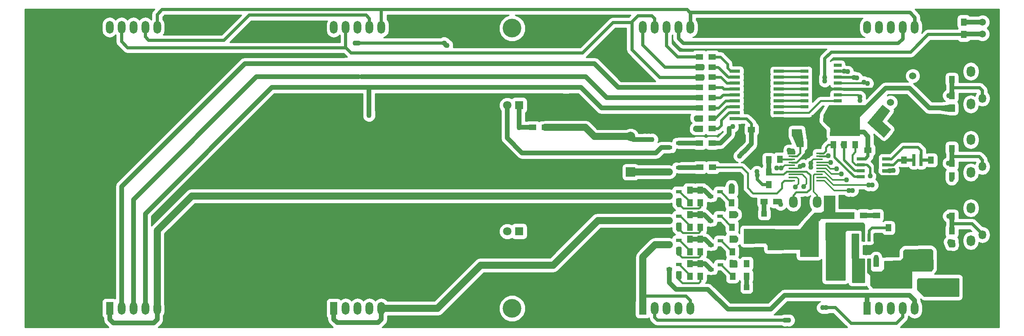
<source format=gbl>
G04 #@! TF.FileFunction,Copper,L2,Bot,Signal*
%FSLAX46Y46*%
G04 Gerber Fmt 4.6, Leading zero omitted, Abs format (unit mm)*
G04 Created by KiCad (PCBNEW 4.0.6) date 01/08/18 11:05:27*
%MOMM*%
%LPD*%
G01*
G04 APERTURE LIST*
%ADD10C,0.100000*%
%ADD11C,4.000000*%
%ADD12R,1.624000X2.724000*%
%ADD13O,1.624000X2.724000*%
%ADD14C,1.524000*%
%ADD15R,1.250000X1.500000*%
%ADD16R,2.500000X4.500000*%
%ADD17R,1.500000X1.250000*%
%ADD18R,2.500000X4.000000*%
%ADD19R,2.000000X1.600000*%
%ADD20R,2.500000X1.800000*%
%ADD21R,1.200000X1.200000*%
%ADD22R,3.500000X2.300000*%
%ADD23R,1.800000X1.800000*%
%ADD24C,1.800000*%
%ADD25R,1.450000X0.450000*%
%ADD26R,3.500120X3.500120*%
%ADD27C,1.520000*%
%ADD28R,1.520000X1.520000*%
%ADD29R,2.624000X6.000000*%
%ADD30R,2.000000X2.000000*%
%ADD31C,2.000000*%
%ADD32R,1.254000X0.800100*%
%ADD33R,2.000000X1.700000*%
%ADD34R,1.300000X1.500000*%
%ADD35R,1.500000X1.300000*%
%ADD36O,1.624000X1.924000*%
%ADD37O,1.824000X2.324000*%
%ADD38R,2.224000X0.674000*%
%ADD39R,2.224000X0.674400*%
%ADD40R,0.700000X1.700000*%
%ADD41R,1.724000X0.654000*%
%ADD42R,1.700000X0.700000*%
%ADD43R,0.750000X2.500000*%
%ADD44R,3.000000X2.000000*%
%ADD45R,1.824000X2.524000*%
%ADD46O,1.824000X2.524000*%
%ADD47C,1.100000*%
%ADD48C,0.700000*%
%ADD49C,0.300000*%
%ADD50C,0.600000*%
%ADD51C,0.500000*%
%ADD52C,1.000000*%
%ADD53C,0.400000*%
%ADD54C,2.000000*%
%ADD55C,1.500000*%
%ADD56C,0.350000*%
%ADD57C,0.800000*%
%ADD58C,0.254000*%
G04 APERTURE END LIST*
D10*
D11*
X145000000Y-55000000D03*
D12*
X59000000Y-115000000D03*
D13*
X61540000Y-115000000D03*
X64080000Y-115000000D03*
X66620000Y-115000000D03*
X69160000Y-115000000D03*
X69160000Y-54800000D03*
X66620000Y-54800000D03*
X64080000Y-54800000D03*
X61540000Y-54800000D03*
X59000000Y-54800000D03*
D12*
X106910000Y-115000000D03*
D13*
X109450000Y-115000000D03*
X111990000Y-115000000D03*
X114530000Y-115000000D03*
X117070000Y-115000000D03*
X117070000Y-54800000D03*
X114530000Y-54800000D03*
X111990000Y-54800000D03*
X109450000Y-54800000D03*
X106910000Y-54800000D03*
D12*
X172920000Y-115000000D03*
D13*
X175460000Y-115000000D03*
X178000000Y-115000000D03*
X180540000Y-115000000D03*
X183080000Y-115000000D03*
X183080000Y-54800000D03*
X180540000Y-54800000D03*
X178000000Y-54800000D03*
X175460000Y-54800000D03*
X172920000Y-54800000D03*
D12*
X220840000Y-115000000D03*
D13*
X223380000Y-115000000D03*
X225920000Y-115000000D03*
X228460000Y-115000000D03*
X231000000Y-115000000D03*
X231000000Y-54800000D03*
X228460000Y-54800000D03*
X225920000Y-54800000D03*
X223380000Y-54800000D03*
X220840000Y-54800000D03*
D10*
G36*
X222431296Y-76490806D02*
X220899208Y-75205230D01*
X224113146Y-71375008D01*
X225645234Y-72660584D01*
X222431296Y-76490806D01*
X222431296Y-76490806D01*
G37*
G36*
X232715898Y-64234095D02*
X231183810Y-62948519D01*
X234397748Y-59118297D01*
X235929836Y-60403873D01*
X232715898Y-64234095D01*
X232715898Y-64234095D01*
G37*
D14*
X225843371Y-70868729D03*
X230600000Y-65200000D03*
D15*
X225400000Y-105550000D03*
X225400000Y-103050000D03*
D16*
X231600000Y-104800000D03*
X231600000Y-97800000D03*
D15*
X238950000Y-95250000D03*
X238950000Y-92750000D03*
X238950000Y-80750000D03*
X238950000Y-78250000D03*
D17*
X196150000Y-76700000D03*
X198650000Y-76700000D03*
X212250000Y-74200000D03*
X209750000Y-74200000D03*
D18*
X201100000Y-100300000D03*
X201100000Y-106400000D03*
D15*
X225400000Y-97750000D03*
X225400000Y-100250000D03*
D19*
X205800000Y-77400000D03*
X209800000Y-77400000D03*
D15*
X238950000Y-66000000D03*
X238950000Y-63500000D03*
X199800000Y-83150000D03*
X199800000Y-80650000D03*
X202200000Y-83050000D03*
X202200000Y-80550000D03*
X234500000Y-85750000D03*
X234500000Y-83250000D03*
X228700000Y-85750000D03*
X228700000Y-83250000D03*
D10*
G36*
X223666168Y-77089717D02*
X224469653Y-76132162D01*
X225618720Y-77096343D01*
X224815235Y-78053898D01*
X223666168Y-77089717D01*
X223666168Y-77089717D01*
G37*
G36*
X225581280Y-78696687D02*
X226384765Y-77739132D01*
X227533832Y-78703313D01*
X226730347Y-79660868D01*
X225581280Y-78696687D01*
X225581280Y-78696687D01*
G37*
D17*
X206550000Y-79800000D03*
X209050000Y-79800000D03*
X221050000Y-81100000D03*
X223550000Y-81100000D03*
D20*
X229000000Y-109900000D03*
X233000000Y-109900000D03*
D21*
X195100000Y-110500000D03*
X195100000Y-112700000D03*
D22*
X214300000Y-107900000D03*
X208900000Y-107900000D03*
D23*
X146500000Y-71500000D03*
D24*
X143960000Y-71500000D03*
D21*
X198850000Y-94750000D03*
X201050000Y-94750000D03*
D23*
X146500000Y-98500000D03*
D24*
X143960000Y-98500000D03*
D25*
X204750000Y-87625000D03*
X204750000Y-86975000D03*
X204750000Y-86325000D03*
X204750000Y-85675000D03*
X204750000Y-85025000D03*
X204750000Y-84375000D03*
X204750000Y-83725000D03*
X204750000Y-83075000D03*
X204750000Y-82425000D03*
X204750000Y-81775000D03*
X210650000Y-81775000D03*
X210650000Y-82425000D03*
X210650000Y-83075000D03*
X210650000Y-83725000D03*
X210650000Y-84375000D03*
X210650000Y-85025000D03*
X210650000Y-85675000D03*
X210650000Y-86325000D03*
X210650000Y-86975000D03*
X210650000Y-87625000D03*
D26*
X238299860Y-110500000D03*
X244299340Y-110500000D03*
X241299600Y-115199000D03*
D27*
X245500000Y-56210000D03*
X245500000Y-53670000D03*
D28*
X245500000Y-58750000D03*
D29*
X209100000Y-100200000D03*
X213500000Y-100200000D03*
D30*
X170300000Y-85800000D03*
D31*
X170300000Y-78200000D03*
D32*
X189500000Y-105700000D03*
X189500000Y-107600000D03*
X187499240Y-106650000D03*
X189400760Y-90050000D03*
X189400760Y-91950000D03*
X187400000Y-91000000D03*
X189400000Y-95300000D03*
X189400000Y-97200000D03*
X187399240Y-96250000D03*
X189500000Y-100500000D03*
X189500000Y-102400000D03*
X187499240Y-101450000D03*
X180600760Y-84850000D03*
X180600760Y-86750000D03*
X178600000Y-85800000D03*
X180600760Y-79600000D03*
X180600760Y-81500000D03*
X178600000Y-80550000D03*
D33*
X222700000Y-108600000D03*
X218700000Y-108600000D03*
D34*
X195100000Y-108100000D03*
X195100000Y-105400000D03*
D35*
X220050000Y-95100000D03*
X217350000Y-95100000D03*
X225550000Y-95100000D03*
X222850000Y-95100000D03*
X187700000Y-63300000D03*
X185000000Y-63300000D03*
D34*
X199800000Y-88450000D03*
X199800000Y-85750000D03*
D35*
X187700000Y-65500000D03*
X185000000Y-65500000D03*
X187700000Y-61100000D03*
X185000000Y-61100000D03*
D34*
X185200000Y-108100000D03*
X185200000Y-105400000D03*
D35*
X187700000Y-76500000D03*
X185000000Y-76500000D03*
D34*
X185200000Y-92350000D03*
X185200000Y-89650000D03*
X185200000Y-97600000D03*
X185200000Y-94900000D03*
X185200000Y-102850000D03*
X185200000Y-100150000D03*
D35*
X198850000Y-92100000D03*
X201550000Y-92100000D03*
X187700000Y-74300000D03*
X185000000Y-74300000D03*
D34*
X183000000Y-108100000D03*
X183000000Y-105400000D03*
X183000000Y-92350000D03*
X183000000Y-89650000D03*
X183000000Y-97600000D03*
X183000000Y-94900000D03*
X183000000Y-102850000D03*
X183000000Y-100150000D03*
D35*
X152100000Y-76250000D03*
X149400000Y-76250000D03*
D34*
X192100000Y-108100000D03*
X192100000Y-105400000D03*
X191900000Y-92350000D03*
X191900000Y-89650000D03*
X192000000Y-97600000D03*
X192000000Y-94900000D03*
X192050000Y-102850000D03*
X192050000Y-100150000D03*
D35*
X187700000Y-67700000D03*
X185000000Y-67700000D03*
X187700000Y-69900000D03*
X185000000Y-69900000D03*
D34*
X238950000Y-101100000D03*
X238950000Y-98400000D03*
D35*
X187700000Y-72100000D03*
X185000000Y-72100000D03*
D34*
X238950000Y-86600000D03*
X238950000Y-83900000D03*
D35*
X185150000Y-84800000D03*
X187850000Y-84800000D03*
D34*
X238950000Y-72100000D03*
X238950000Y-69400000D03*
X218300000Y-79950000D03*
X218300000Y-77250000D03*
D35*
X187750000Y-79600000D03*
X185050000Y-79600000D03*
D34*
X215900000Y-79950000D03*
X215900000Y-77250000D03*
X213600000Y-79950000D03*
X213600000Y-77250000D03*
X241500000Y-56350000D03*
X241500000Y-53650000D03*
D36*
X245500000Y-94750000D03*
X245500000Y-99250000D03*
D37*
X243000000Y-93500000D03*
X243000000Y-100500000D03*
D36*
X245500000Y-80125000D03*
X245500000Y-84625000D03*
D37*
X243000000Y-78875000D03*
X243000000Y-85875000D03*
D36*
X245500000Y-65500000D03*
X245500000Y-70000000D03*
D37*
X243000000Y-64250000D03*
X243000000Y-71250000D03*
D38*
X202000000Y-64220000D03*
X202000000Y-65490000D03*
X202000000Y-66760000D03*
X202000000Y-68030000D03*
X202000000Y-69300000D03*
X202000000Y-70570000D03*
X202000000Y-71840000D03*
X202000000Y-73110000D03*
X202000000Y-74380000D03*
X192600000Y-74380000D03*
X192600000Y-73110000D03*
X192600000Y-71840000D03*
X192600000Y-70570000D03*
X192600000Y-69300000D03*
X192600000Y-68030000D03*
X192600000Y-66760000D03*
X192600000Y-65490000D03*
D39*
X192600000Y-64220000D03*
D40*
X218695000Y-99800000D03*
X219965000Y-99800000D03*
X221235000Y-99800000D03*
X222505000Y-99800000D03*
X222505000Y-105200000D03*
X221235000Y-105200000D03*
X219965000Y-105200000D03*
X218695000Y-105200000D03*
D41*
X207450000Y-71820000D03*
X207450000Y-70550000D03*
X207450000Y-69280000D03*
X207450000Y-68010000D03*
X207450000Y-66740000D03*
X207450000Y-65470000D03*
X207450000Y-64200000D03*
X207450000Y-62930000D03*
X214550000Y-62930000D03*
X214550000Y-64200000D03*
X214550000Y-65470000D03*
X214550000Y-66740000D03*
X214550000Y-68010000D03*
X214550000Y-69280000D03*
X214550000Y-70550000D03*
X214550000Y-71820000D03*
D42*
X224900000Y-82995000D03*
X224900000Y-84265000D03*
X224900000Y-85535000D03*
X224900000Y-86805000D03*
X219500000Y-86805000D03*
X219500000Y-85535000D03*
X219500000Y-84265000D03*
X219500000Y-82995000D03*
D15*
X195100000Y-100350000D03*
X195100000Y-102850000D03*
D32*
X180600760Y-105628572D03*
X180600760Y-107528572D03*
X178600000Y-106578572D03*
X180600760Y-89978572D03*
X180600760Y-91878572D03*
X178600000Y-90928572D03*
X180600760Y-95228572D03*
X180600760Y-97128572D03*
X178600000Y-96178572D03*
X180600760Y-100428572D03*
X180600760Y-102328572D03*
X178600000Y-101378572D03*
D43*
X230850000Y-83200000D03*
X232350000Y-83200000D03*
D44*
X231600000Y-92400000D03*
D45*
X212690000Y-92200000D03*
D46*
X210150000Y-92200000D03*
X207610000Y-92200000D03*
X205070000Y-92200000D03*
D11*
X145000000Y-115000000D03*
D47*
X225678937Y-85507155D03*
X224654249Y-76251122D03*
X226450000Y-85450000D03*
X224642444Y-77093030D03*
X202350000Y-76450000D03*
X201550000Y-76450000D03*
X155293855Y-55067955D03*
X156129475Y-55008268D03*
X166650000Y-57450000D03*
X167350000Y-57450000D03*
X168965116Y-62990325D03*
X168721982Y-62131251D03*
X127700000Y-54900000D03*
X128600000Y-54900000D03*
X129400000Y-54950000D03*
X130350000Y-54950000D03*
X131250000Y-55000000D03*
X132200000Y-54950000D03*
X156900000Y-55050000D03*
X157700000Y-55050000D03*
X158450000Y-55100000D03*
X159250000Y-55100000D03*
X160000000Y-55050000D03*
X160850000Y-55050000D03*
X161650000Y-55050000D03*
X75800000Y-54550000D03*
X76500000Y-54550000D03*
X77300000Y-54500000D03*
X78150000Y-54450000D03*
X86800000Y-56900000D03*
X87450000Y-56350000D03*
X88100000Y-55800000D03*
X195950000Y-54500000D03*
X195200000Y-54550000D03*
X194400000Y-54550000D03*
X193600000Y-54550000D03*
X192699999Y-54600001D03*
X192150000Y-60000000D03*
X192950000Y-60200000D03*
X193700000Y-60300000D03*
X160550000Y-115450000D03*
X159750000Y-115450000D03*
X159000000Y-115450000D03*
X158150000Y-115450000D03*
X157300000Y-115450000D03*
X156450000Y-115500000D03*
X137350000Y-96550000D03*
X137250000Y-97350000D03*
X136300000Y-82550000D03*
X136300000Y-83250000D03*
X95000000Y-57050000D03*
X95750000Y-57050000D03*
X96600000Y-57050000D03*
X97400000Y-57000000D03*
X98250000Y-57000000D03*
X99000000Y-56950000D03*
X92250000Y-101100000D03*
X93050000Y-101100000D03*
X93900000Y-101100000D03*
X94750000Y-101100000D03*
X95550000Y-101100000D03*
X96300000Y-101100000D03*
X97100000Y-101100000D03*
X92950000Y-78150000D03*
X93800000Y-78200000D03*
X50600000Y-84450000D03*
X50700000Y-110299997D03*
X50700000Y-109421426D03*
X50700000Y-108542855D03*
X50700000Y-107664284D03*
X50700000Y-106785713D03*
X50700000Y-105907142D03*
X50700000Y-105028571D03*
X50700000Y-104150000D03*
X50550000Y-58200000D03*
X50550000Y-59058333D03*
X50550000Y-59916666D03*
X50550000Y-60774999D03*
X50550000Y-61633332D03*
X50550000Y-62491665D03*
X50550000Y-63349998D03*
X50600000Y-79050000D03*
X50600000Y-79950000D03*
X50600000Y-80850000D03*
X50600000Y-81750000D03*
X50600000Y-82650000D03*
X50600000Y-83550000D03*
X94700000Y-78100000D03*
X95550000Y-78100000D03*
X96250000Y-78100000D03*
X97100000Y-78100000D03*
X137350000Y-100750000D03*
X137300000Y-99900000D03*
X137300000Y-99000000D03*
X137300000Y-98200000D03*
X136300000Y-83900000D03*
X136300000Y-84800000D03*
X136300000Y-85600000D03*
X160950000Y-85000000D03*
X160350000Y-85600000D03*
X181350000Y-86750000D03*
X180600760Y-82600000D03*
X180615599Y-83317142D03*
X190144950Y-87644949D03*
X189719949Y-88069949D03*
X180600760Y-86750000D03*
X201100000Y-106400000D03*
X189400760Y-91950000D03*
X189400000Y-97200000D03*
X189500000Y-102400000D03*
X189500000Y-107600000D03*
X225400000Y-103050000D03*
X208900000Y-107900000D03*
X227500000Y-109931169D03*
X228187987Y-109931169D03*
X180600760Y-108300000D03*
X180600760Y-103100000D03*
X180600760Y-97928622D03*
X180600760Y-92678622D03*
X194671285Y-81277669D03*
X193571287Y-82377667D03*
X194121286Y-81827668D03*
X229000000Y-109900000D03*
X180600760Y-91878572D03*
X180600760Y-97128572D03*
X180600760Y-107528572D03*
X180600760Y-102328572D03*
X238250000Y-95250000D03*
X207329016Y-88875771D03*
X238950000Y-95250000D03*
X238200000Y-83900000D03*
X216930889Y-89795230D03*
X217708706Y-89795230D03*
X238950000Y-83900000D03*
X212600000Y-75000000D03*
X174900000Y-78816133D03*
X174100000Y-78816133D03*
X173350000Y-78816133D03*
X211850000Y-95100000D03*
X213400000Y-95100000D03*
X212650000Y-95100000D03*
X238496355Y-100721620D03*
X239172908Y-101406325D03*
X238900000Y-87350000D03*
X237600000Y-72100000D03*
X238300000Y-72100000D03*
X206550000Y-78250000D03*
X206550000Y-78900000D03*
X201105184Y-99406180D03*
X201112961Y-101211171D03*
X197300000Y-85700000D03*
X197350000Y-86450000D03*
X213012752Y-74254661D03*
X201100000Y-100300000D03*
X212250000Y-74200000D03*
X206550000Y-79800000D03*
X238950000Y-72100000D03*
X238950000Y-86600000D03*
X195100000Y-105400000D03*
X238250000Y-69400000D03*
X221182774Y-88604536D03*
X221960591Y-88604536D03*
X238950000Y-69400000D03*
X191900000Y-88750000D03*
X204199672Y-81133094D03*
X204906739Y-81271058D03*
X191900000Y-89650000D03*
X192750000Y-94900000D03*
X202468313Y-84901045D03*
X201561264Y-84917047D03*
X192000000Y-94900000D03*
X192750000Y-100150000D03*
X207169361Y-84323968D03*
X206500000Y-84600000D03*
X192050000Y-100150000D03*
X215673626Y-79900000D03*
X212500000Y-82300000D03*
X192571407Y-105142868D03*
X191929473Y-105629182D03*
X208802073Y-83950078D03*
X208802073Y-84727895D03*
X215900000Y-64200000D03*
X213037287Y-83731986D03*
X216650000Y-64300000D03*
X218047785Y-65509425D03*
X218611322Y-65660387D03*
X214307107Y-85076604D03*
X215317025Y-86234262D03*
X219290447Y-70466537D03*
X219290447Y-69688720D03*
X220942252Y-66805781D03*
X220150792Y-66549290D03*
X216400000Y-87450000D03*
X222095581Y-95091286D03*
X222850000Y-95100000D03*
X222762590Y-104972268D03*
X222850000Y-95100000D03*
X222745571Y-104101677D03*
X111464935Y-58157413D03*
X112093552Y-58145879D03*
X130465030Y-58162177D03*
X131085270Y-58652262D03*
X184709653Y-63315121D03*
X185532729Y-63329561D03*
X184729549Y-65538074D03*
X185502178Y-65545509D03*
X184250000Y-76600000D03*
X185000000Y-76500000D03*
X184350000Y-74300000D03*
X185000000Y-74300000D03*
X203317875Y-117543491D03*
X204095692Y-117543491D03*
X110250000Y-62550000D03*
X151000000Y-62550000D03*
X150300000Y-62550000D03*
X109450000Y-62550000D03*
X112850000Y-65400000D03*
X154300000Y-65400000D03*
X153550000Y-65400000D03*
X112150000Y-65400000D03*
X212050000Y-114850000D03*
X211350000Y-114850000D03*
X114450000Y-73000000D03*
X156850000Y-67700000D03*
X156150000Y-67700000D03*
X114450000Y-73700000D03*
X192117112Y-76058949D03*
X221500000Y-86650000D03*
X191350000Y-76450000D03*
X202350000Y-92750000D03*
X202171301Y-92010160D03*
X205472595Y-89037846D03*
X211804711Y-65546388D03*
X211804711Y-66324205D03*
X146500000Y-76300000D03*
D48*
X225736092Y-85450000D02*
X225678937Y-85507155D01*
X226450000Y-85450000D02*
X225736092Y-85450000D01*
X224039379Y-76489379D02*
X223272221Y-75722221D01*
X223272221Y-75722221D02*
X223272221Y-73932907D01*
X224642444Y-77093030D02*
X224039379Y-76489965D01*
X224039379Y-76489965D02*
X224039379Y-76489379D01*
D49*
X198650000Y-76700000D02*
X201300000Y-76700000D01*
X201300000Y-76700000D02*
X201550000Y-76450000D01*
D48*
X155293855Y-55066071D02*
X155293855Y-55067955D01*
X155351658Y-55008268D02*
X155293855Y-55066071D01*
X156129475Y-55008268D02*
X155351658Y-55008268D01*
X168721982Y-60621982D02*
X168721982Y-58821982D01*
X168721982Y-58821982D02*
X167350000Y-57450000D01*
D49*
X168803239Y-62990325D02*
X168965116Y-62990325D01*
X168721982Y-62909068D02*
X168803239Y-62990325D01*
X168721982Y-62131251D02*
X168721982Y-62909068D01*
D48*
X168721982Y-61353434D02*
X168721982Y-62131251D01*
X168721982Y-60621982D02*
X168721982Y-61353434D01*
D49*
X129400000Y-54950000D02*
X128650000Y-54950000D01*
X128650000Y-54950000D02*
X128600000Y-54900000D01*
X131250000Y-55000000D02*
X130400000Y-55000000D01*
X130400000Y-55000000D02*
X130350000Y-54950000D01*
X135500000Y-55200000D02*
X132450000Y-55200000D01*
X132450000Y-55200000D02*
X132200000Y-54950000D01*
X138950000Y-58650000D02*
X135500000Y-55200000D01*
X148900000Y-58650000D02*
X138950000Y-58650000D01*
X152500000Y-55050000D02*
X148900000Y-58650000D01*
X156900000Y-55050000D02*
X152500000Y-55050000D01*
D48*
X158450000Y-55100000D02*
X157750000Y-55100000D01*
X157750000Y-55100000D02*
X157700000Y-55050000D01*
X160000000Y-55050000D02*
X159300000Y-55050000D01*
X159300000Y-55050000D02*
X159250000Y-55100000D01*
X161650000Y-55050000D02*
X160850000Y-55050000D01*
D49*
X76500000Y-54550000D02*
X75800000Y-54550000D01*
X78150000Y-54450000D02*
X77350000Y-54450000D01*
X77350000Y-54450000D02*
X77300000Y-54500000D01*
X87450000Y-56350000D02*
X87350000Y-56350000D01*
X87350000Y-56350000D02*
X86800000Y-56900000D01*
X89350000Y-57050000D02*
X88100000Y-55800000D01*
X95000000Y-57050000D02*
X89350000Y-57050000D01*
D50*
X195200000Y-54500000D02*
X195900000Y-54500000D01*
X195900000Y-54550000D02*
X195950000Y-54500000D01*
X193600000Y-54500000D02*
X194400000Y-54500000D01*
X192950000Y-60200000D02*
X192350000Y-60200000D01*
X192350000Y-60200000D02*
X192150000Y-60000000D01*
X196330000Y-62930000D02*
X193700000Y-60300000D01*
X199491269Y-62930000D02*
X196330000Y-62930000D01*
D49*
X159750000Y-115450000D02*
X160550000Y-115450000D01*
X158150000Y-115450000D02*
X159000000Y-115450000D01*
X156450000Y-115500000D02*
X157250000Y-115500000D01*
X157250000Y-115500000D02*
X157300000Y-115450000D01*
X137250000Y-97350000D02*
X137250000Y-96650000D01*
X137250000Y-96650000D02*
X137350000Y-96550000D01*
X95750000Y-57050000D02*
X95000000Y-57050000D01*
X97400000Y-57000000D02*
X96650000Y-57000000D01*
X96650000Y-57000000D02*
X96600000Y-57050000D01*
X99000000Y-56950000D02*
X98300000Y-56950000D01*
X98300000Y-56950000D02*
X98250000Y-57000000D01*
X50700000Y-84450000D02*
X50700000Y-104150000D01*
X137300000Y-99900000D02*
X137300000Y-100700000D01*
X137300000Y-100700000D02*
X137350000Y-100750000D01*
X137300000Y-98200000D02*
X137300000Y-99000000D01*
D51*
X136300000Y-85600000D02*
X136300000Y-84800000D01*
X160350000Y-85600000D02*
X136300000Y-85600000D01*
X160350000Y-85600000D02*
X160950000Y-85000000D01*
X214550000Y-68010000D02*
X211011288Y-68010000D01*
X211011288Y-68010000D02*
X209700000Y-66698712D01*
X209700000Y-66698712D02*
X209700000Y-63500000D01*
X209700000Y-63500000D02*
X209130000Y-62930000D01*
X209130000Y-62930000D02*
X207450000Y-62930000D01*
D50*
X214550000Y-68010000D02*
X222040000Y-68010000D01*
X222040000Y-68010000D02*
X228373804Y-61676196D01*
X228373804Y-61676196D02*
X233556823Y-61676196D01*
D51*
X180600760Y-81500000D02*
X180600760Y-82600000D01*
X180600760Y-82600000D02*
X180600760Y-83302303D01*
X180600760Y-83302303D02*
X180615599Y-83317142D01*
X201050000Y-94750000D02*
X206555961Y-94750000D01*
X206555961Y-94750000D02*
X207610000Y-93695961D01*
X207610000Y-93695961D02*
X207610000Y-92200000D01*
D48*
X224900000Y-86805000D02*
X223734141Y-86805000D01*
X223734141Y-86805000D02*
X222609605Y-85680464D01*
X222609605Y-85680464D02*
X222609605Y-82422883D01*
X222609605Y-82422883D02*
X223550000Y-81482488D01*
X223550000Y-81482488D02*
X223550000Y-81100000D01*
D52*
X188400000Y-86750000D02*
X189169950Y-87519950D01*
X189169950Y-87519950D02*
X189719949Y-88069949D01*
X180600760Y-86750000D02*
X188400000Y-86750000D01*
D50*
X202000000Y-74380000D02*
X209570000Y-74380000D01*
X209570000Y-74380000D02*
X209750000Y-74200000D01*
X207450000Y-62930000D02*
X199491269Y-62930000D01*
X199491269Y-62930000D02*
X198650000Y-63771269D01*
X198650000Y-63771269D02*
X198650000Y-75277003D01*
X202000000Y-74380000D02*
X198650000Y-74380000D01*
X198650000Y-74380000D02*
X198650000Y-75277003D01*
D53*
X204750000Y-83725000D02*
X205765455Y-83725000D01*
X205765455Y-83725000D02*
X208496097Y-80994358D01*
X208496097Y-80994358D02*
X208496097Y-80350343D01*
X208496097Y-80350343D02*
X209046440Y-79800000D01*
X209046440Y-79800000D02*
X209050000Y-79800000D01*
X199800000Y-80650000D02*
X199800000Y-77725000D01*
X199800000Y-77725000D02*
X198775000Y-76700000D01*
X198775000Y-76700000D02*
X198650000Y-76700000D01*
X202200000Y-80550000D02*
X199900000Y-80550000D01*
X199900000Y-80550000D02*
X199800000Y-80650000D01*
D48*
X209800000Y-77400000D02*
X209800000Y-79050000D01*
X209800000Y-79050000D02*
X209050000Y-79800000D01*
X209750000Y-74200000D02*
X209750000Y-77350000D01*
X209750000Y-77350000D02*
X209800000Y-77400000D01*
D50*
X198650000Y-75277003D02*
X198650000Y-76700000D01*
D48*
X238950000Y-63500000D02*
X235380627Y-63500000D01*
X235380627Y-63500000D02*
X233556823Y-61676196D01*
X228700000Y-85750000D02*
X231600000Y-85750000D01*
X231600000Y-85750000D02*
X234500000Y-85750000D01*
X231600000Y-92400000D02*
X231600000Y-85750000D01*
X226043217Y-80356783D02*
X225300000Y-81100000D01*
X225300000Y-81100000D02*
X223550000Y-81100000D01*
X226557556Y-78700000D02*
X226043217Y-79214339D01*
X226043217Y-79214339D02*
X226043217Y-80356783D01*
X224900000Y-86805000D02*
X227645000Y-86805000D01*
X227645000Y-86805000D02*
X228700000Y-85750000D01*
X231600000Y-97800000D02*
X231600000Y-95100000D01*
X231600000Y-95100000D02*
X225550000Y-95100000D01*
D54*
X231600000Y-97800000D02*
X231600000Y-92400000D01*
X208900000Y-107900000D02*
X205782442Y-107900000D01*
X205782442Y-107900000D02*
X204336235Y-106453793D01*
X204336235Y-106453793D02*
X201153793Y-106453793D01*
X201153793Y-106453793D02*
X201100000Y-106400000D01*
D52*
X199000000Y-112700000D02*
X201100000Y-110600000D01*
X201100000Y-110600000D02*
X201100000Y-106400000D01*
X195100000Y-112700000D02*
X199000000Y-112700000D01*
X195100000Y-102850000D02*
X197111311Y-102850000D01*
X197111311Y-102850000D02*
X200661311Y-106400000D01*
X200661311Y-106400000D02*
X201100000Y-106400000D01*
D50*
X234900000Y-93600000D02*
X235750000Y-92750000D01*
X235750000Y-92750000D02*
X237725000Y-92750000D01*
X237725000Y-92750000D02*
X238950000Y-92750000D01*
X234900000Y-96350000D02*
X234900000Y-93600000D01*
X231600000Y-97800000D02*
X233450000Y-97800000D01*
X233450000Y-97800000D02*
X234900000Y-96350000D01*
D52*
X225400000Y-100250000D02*
X225400000Y-101800000D01*
X225400000Y-101800000D02*
X225400000Y-103050000D01*
D50*
X222505000Y-101405000D02*
X222900000Y-101800000D01*
X222900000Y-101800000D02*
X225400000Y-101800000D01*
X222505000Y-99800000D02*
X222505000Y-101405000D01*
D48*
X226950000Y-100250000D02*
X229400000Y-97800000D01*
X229400000Y-97800000D02*
X231600000Y-97800000D01*
X225400000Y-100250000D02*
X226950000Y-100250000D01*
D52*
X248600000Y-90600000D02*
X248600000Y-94900000D01*
X248600000Y-94900000D02*
X248600000Y-108949400D01*
X245500000Y-94750000D02*
X248450000Y-94750000D01*
X248450000Y-94750000D02*
X248600000Y-94900000D01*
X248600000Y-108949400D02*
X247049400Y-110500000D01*
X247049400Y-110500000D02*
X244299340Y-110500000D01*
X248600000Y-90600000D02*
X248600000Y-91609430D01*
X248600000Y-89500000D02*
X248600000Y-90600000D01*
D54*
X243501000Y-115199000D02*
X244299340Y-114400660D01*
X244299340Y-114400660D02*
X244299340Y-110500000D01*
X241299600Y-115199000D02*
X243501000Y-115199000D01*
D52*
X248600000Y-80100000D02*
X248600000Y-89500000D01*
X238950000Y-90950000D02*
X240400000Y-89500000D01*
X240400000Y-89500000D02*
X248600000Y-89500000D01*
X238950000Y-92750000D02*
X238950000Y-90950000D01*
X248600000Y-75200000D02*
X248600000Y-80100000D01*
X245500000Y-80125000D02*
X248575000Y-80125000D01*
X248575000Y-80125000D02*
X248600000Y-80100000D01*
X248600000Y-66700000D02*
X248600000Y-75200000D01*
X244600000Y-75200000D02*
X248600000Y-75200000D01*
X245500000Y-65500000D02*
X247400000Y-65500000D01*
X247400000Y-65500000D02*
X248600000Y-66700000D01*
X245500000Y-94709430D02*
X245500000Y-94750000D01*
X240250000Y-75200000D02*
X244600000Y-75200000D01*
X238950000Y-78250000D02*
X238950000Y-76500000D01*
X238950000Y-76500000D02*
X240250000Y-75200000D01*
X245500000Y-58750000D02*
X245500000Y-61500000D01*
X245500000Y-61500000D02*
X245500000Y-65500000D01*
D48*
X239500000Y-61500000D02*
X245500000Y-61500000D01*
X238950000Y-63500000D02*
X238950000Y-62050000D01*
X238950000Y-62050000D02*
X239500000Y-61500000D01*
D53*
X180600760Y-108300000D02*
X180600760Y-108825689D01*
X185200000Y-109250000D02*
X185200000Y-108100000D01*
X180600760Y-108825689D02*
X181362273Y-109587202D01*
X181362273Y-109587202D02*
X184862798Y-109587202D01*
X184862798Y-109587202D02*
X185200000Y-109250000D01*
D49*
X180600760Y-107528572D02*
X180600760Y-108300000D01*
D53*
X180600760Y-103100000D02*
X180600760Y-103400760D01*
D49*
X180600760Y-102328572D02*
X180600760Y-103100000D01*
X180600760Y-97128572D02*
X180600760Y-97928622D01*
X180600760Y-91878572D02*
X180600760Y-92678622D01*
D52*
X194121286Y-81827668D02*
X193571287Y-82377667D01*
X196150000Y-79798954D02*
X194671285Y-81277669D01*
X194671285Y-81277669D02*
X194121286Y-81827668D01*
X196150000Y-76700000D02*
X196150000Y-79798954D01*
D55*
X229000000Y-109900000D02*
X226641389Y-109900000D01*
X226641389Y-109900000D02*
X225303123Y-108561734D01*
X225303123Y-108561734D02*
X222738266Y-108561734D01*
X222738266Y-108561734D02*
X222700000Y-108600000D01*
D50*
X195080000Y-74380000D02*
X196150000Y-75450000D01*
X196150000Y-75450000D02*
X196150000Y-76700000D01*
X192600000Y-74380000D02*
X195080000Y-74380000D01*
D53*
X180600760Y-92678622D02*
X181522138Y-93600000D01*
X181522138Y-93600000D02*
X184889575Y-93600000D01*
X184889575Y-93600000D02*
X185200000Y-93289575D01*
X185200000Y-93289575D02*
X185200000Y-92350000D01*
X180600760Y-97928622D02*
X181472138Y-98800000D01*
X181472138Y-98800000D02*
X184826756Y-98800000D01*
X184826756Y-98800000D02*
X185200000Y-98426756D01*
X185200000Y-98426756D02*
X185200000Y-97600000D01*
X180600760Y-103400760D02*
X181300000Y-104100000D01*
X181300000Y-104100000D02*
X184846442Y-104100000D01*
X184846442Y-104100000D02*
X185200000Y-103746442D01*
X185200000Y-103746442D02*
X185200000Y-102850000D01*
D49*
X185200000Y-102850000D02*
X185200000Y-103400000D01*
D52*
X225400000Y-105550000D02*
X228600000Y-105550000D01*
X228600000Y-105550000D02*
X230850000Y-105550000D01*
D48*
X222700000Y-108600000D02*
X224400000Y-108600000D01*
X224400000Y-108600000D02*
X225400000Y-107600000D01*
X225400000Y-107600000D02*
X225400000Y-105550000D01*
D50*
X221235000Y-105200000D02*
X221235000Y-107135000D01*
X221235000Y-107135000D02*
X222700000Y-108600000D01*
D52*
X230850000Y-105550000D02*
X231600000Y-104800000D01*
D56*
X207000881Y-86325000D02*
X207879015Y-87203134D01*
X207879015Y-88325772D02*
X207329016Y-88875771D01*
X204750000Y-86325000D02*
X207000881Y-86325000D01*
X207879015Y-87203134D02*
X207879015Y-88325772D01*
D52*
X238950000Y-95250000D02*
X238950000Y-96900000D01*
X238950000Y-96900000D02*
X238950000Y-98400000D01*
D48*
X245500000Y-99250000D02*
X245500000Y-99100000D01*
X245500000Y-99100000D02*
X243300000Y-96900000D01*
X243300000Y-96900000D02*
X238950000Y-96900000D01*
D49*
X216930889Y-89795230D02*
X217708706Y-89795230D01*
X213845230Y-89795230D02*
X216930889Y-89795230D01*
X211675000Y-87625000D02*
X213845230Y-89795230D01*
X210650000Y-87625000D02*
X211675000Y-87625000D01*
D48*
X245500000Y-84625000D02*
X245500000Y-83228757D01*
X245500000Y-83228757D02*
X244771243Y-82500000D01*
X244771243Y-82500000D02*
X238950000Y-82500000D01*
D52*
X238950000Y-80750000D02*
X238950000Y-82500000D01*
X238950000Y-82500000D02*
X238950000Y-83900000D01*
X218300000Y-77250000D02*
X218300000Y-74349690D01*
X218300000Y-74349690D02*
X224799944Y-67849746D01*
X234150000Y-72100000D02*
X238950000Y-72100000D01*
X224799944Y-67849746D02*
X229899746Y-67849746D01*
X229899746Y-67849746D02*
X234150000Y-72100000D01*
X173350000Y-78816133D02*
X174900000Y-78816133D01*
D49*
X174100000Y-78816133D02*
X174900000Y-78816133D01*
D55*
X152100000Y-76250000D02*
X160602394Y-76250000D01*
X162552394Y-78200000D02*
X170300000Y-78200000D01*
X160602394Y-76250000D02*
X162552394Y-78200000D01*
D52*
X170300000Y-78200000D02*
X170916133Y-78816133D01*
X170916133Y-78816133D02*
X173283867Y-78816133D01*
X173283867Y-78816133D02*
X173350000Y-78816133D01*
D50*
X214550000Y-71820000D02*
X213619135Y-71820000D01*
X213619135Y-71820000D02*
X212250000Y-73189135D01*
X212250000Y-73189135D02*
X212250000Y-74200000D01*
D48*
X197350000Y-87350000D02*
X197350000Y-86450000D01*
X199800000Y-88450000D02*
X198450000Y-88450000D01*
X198450000Y-88450000D02*
X197350000Y-87350000D01*
D52*
X201050000Y-100350000D02*
X201100000Y-100300000D01*
X195100000Y-100350000D02*
X201050000Y-100350000D01*
D54*
X201100000Y-100300000D02*
X204850000Y-100300000D01*
D52*
X217350000Y-95100000D02*
X212650000Y-95100000D01*
X212650000Y-95100000D02*
X210100000Y-95100000D01*
X212690000Y-92200000D02*
X212690000Y-95060000D01*
X212690000Y-95060000D02*
X212650000Y-95100000D01*
D54*
X204850000Y-100300000D02*
X209000000Y-100300000D01*
D52*
X205120000Y-100030000D02*
X204850000Y-100300000D01*
D53*
X204750000Y-82425000D02*
X205875000Y-82425000D01*
X205875000Y-82425000D02*
X206550000Y-81750000D01*
X206550000Y-81750000D02*
X206550000Y-79800000D01*
D48*
X205800000Y-77400000D02*
X205800000Y-79050000D01*
X205800000Y-79050000D02*
X206550000Y-79800000D01*
D50*
X212250000Y-74200000D02*
X212252296Y-74200000D01*
X212252296Y-74200000D02*
X213600000Y-75547704D01*
X213600000Y-75547704D02*
X213600000Y-77250000D01*
D52*
X221050000Y-78150000D02*
X220150000Y-77250000D01*
X220150000Y-77250000D02*
X218300000Y-77250000D01*
X221050000Y-81100000D02*
X221050000Y-78150000D01*
X215900000Y-77250000D02*
X218300000Y-77250000D01*
X213600000Y-77250000D02*
X215900000Y-77250000D01*
D48*
X219500000Y-82995000D02*
X220480000Y-82995000D01*
X220480000Y-82995000D02*
X221050000Y-82425000D01*
X221050000Y-82425000D02*
X221050000Y-81100000D01*
D54*
X209000000Y-100300000D02*
X209100000Y-100200000D01*
D52*
X210100000Y-95100000D02*
X209100000Y-96100000D01*
X209100000Y-96100000D02*
X209100000Y-100200000D01*
X245500000Y-53670000D02*
X241520000Y-53670000D01*
X241520000Y-53670000D02*
X241500000Y-53650000D01*
D50*
X225400000Y-97750000D02*
X221835000Y-97750000D01*
X221835000Y-97750000D02*
X221235000Y-98350000D01*
X221235000Y-99800000D02*
X221235000Y-98350000D01*
D49*
X221182774Y-88604536D02*
X221960591Y-88604536D01*
X213677096Y-88604536D02*
X221182774Y-88604536D01*
X212047560Y-86975000D02*
X213677096Y-88604536D01*
X210650000Y-86975000D02*
X212047560Y-86975000D01*
D52*
X238950000Y-66000000D02*
X238950000Y-67750000D01*
X238950000Y-67750000D02*
X238950000Y-69400000D01*
D48*
X245500000Y-70000000D02*
X245500000Y-68338000D01*
X245500000Y-68338000D02*
X244912000Y-67750000D01*
X244912000Y-67750000D02*
X238950000Y-67750000D01*
D53*
X204750000Y-85675000D02*
X203632713Y-85675000D01*
X203632713Y-85675000D02*
X203003485Y-86304228D01*
X203003485Y-86304228D02*
X200554228Y-86304228D01*
X200554228Y-86304228D02*
X200000000Y-85750000D01*
X200000000Y-85750000D02*
X199800000Y-85750000D01*
X205070000Y-92200000D02*
X205070000Y-90783326D01*
X205070000Y-90783326D02*
X205720005Y-90133321D01*
X205720005Y-90133321D02*
X207946926Y-90133321D01*
X207946926Y-90133321D02*
X208697879Y-89382368D01*
X208697879Y-89382368D02*
X208697879Y-86472523D01*
X208697879Y-86472523D02*
X207900356Y-85675000D01*
X207900356Y-85675000D02*
X205875000Y-85675000D01*
X205875000Y-85675000D02*
X204750000Y-85675000D01*
D52*
X199800000Y-83150000D02*
X199800000Y-85750000D01*
D53*
X204750000Y-83075000D02*
X202225000Y-83075000D01*
X202225000Y-83075000D02*
X202200000Y-83050000D01*
D50*
X224900000Y-82995000D02*
X226040312Y-82995000D01*
X226040312Y-82995000D02*
X228569413Y-80465899D01*
X228569413Y-80465899D02*
X231673983Y-80465899D01*
X231673983Y-80465899D02*
X232350000Y-81141916D01*
X232350000Y-81141916D02*
X232350000Y-83200000D01*
D48*
X234500000Y-83250000D02*
X232400000Y-83250000D01*
X232400000Y-83250000D02*
X232350000Y-83200000D01*
D50*
X224900000Y-84265000D02*
X226100000Y-84265000D01*
X228700000Y-83250000D02*
X227475000Y-83250000D01*
X227475000Y-83250000D02*
X226460000Y-84265000D01*
X226460000Y-84265000D02*
X226100000Y-84265000D01*
D48*
X228700000Y-83250000D02*
X230800000Y-83250000D01*
X230800000Y-83250000D02*
X230850000Y-83200000D01*
D55*
X233000000Y-109900000D02*
X237699860Y-109900000D01*
X237699860Y-109900000D02*
X238299860Y-110500000D01*
D52*
X195100000Y-108100000D02*
X195100000Y-110500000D01*
X214300000Y-107900000D02*
X214300000Y-101000000D01*
X214300000Y-101000000D02*
X213500000Y-100200000D01*
D50*
X219965000Y-99800000D02*
X219965000Y-97965000D01*
X219965000Y-97965000D02*
X219400000Y-97400000D01*
X219400000Y-97400000D02*
X214580094Y-97400000D01*
X214580094Y-97400000D02*
X213500000Y-98480094D01*
X213500000Y-98480094D02*
X213500000Y-100200000D01*
D52*
X198850000Y-94750000D02*
X198850000Y-92100000D01*
D53*
X187850000Y-84800000D02*
X194079766Y-84800000D01*
X194079766Y-84800000D02*
X195351599Y-86071833D01*
X195351599Y-86071833D02*
X195351599Y-89198650D01*
X195351599Y-89198650D02*
X196494031Y-90341082D01*
X202600000Y-88150000D02*
X203125000Y-87625000D01*
X196494031Y-90341082D02*
X201508918Y-90341082D01*
X201508918Y-90341082D02*
X202600000Y-89250000D01*
X202600000Y-89250000D02*
X202600000Y-88150000D01*
X203125000Y-87625000D02*
X204750000Y-87625000D01*
D56*
X204750000Y-87625000D02*
X204155493Y-87625000D01*
D51*
X204768775Y-81133094D02*
X204199672Y-81133094D01*
X204906739Y-81271058D02*
X204768775Y-81133094D01*
X204745392Y-81432405D02*
X204906739Y-81271058D01*
X204745392Y-81729606D02*
X204745392Y-81432405D01*
X204724999Y-81749999D02*
X204745392Y-81729606D01*
D49*
X204750000Y-84375000D02*
X203250000Y-84375000D01*
X201561264Y-84917047D02*
X202707953Y-84917047D01*
X202707953Y-84917047D02*
X203250000Y-84375000D01*
X206893329Y-84600000D02*
X207169361Y-84323968D01*
X206500000Y-84600000D02*
X206893329Y-84600000D01*
D56*
X204750000Y-85025000D02*
X206075000Y-85025000D01*
X206075000Y-85025000D02*
X206500000Y-84600000D01*
D51*
X219500000Y-86805000D02*
X218092034Y-86805000D01*
X218092034Y-86805000D02*
X213917592Y-82630558D01*
X213917592Y-82630558D02*
X213917592Y-80267592D01*
X213917592Y-80267592D02*
X213600000Y-79950000D01*
D53*
X210650000Y-81775000D02*
X211542173Y-81775000D01*
X211542173Y-81775000D02*
X212000000Y-81317173D01*
X212000000Y-81317173D02*
X212000000Y-80509020D01*
X212000000Y-80509020D02*
X212559020Y-79950000D01*
X212559020Y-79950000D02*
X213600000Y-79950000D01*
D51*
X219500000Y-85535000D02*
X218178744Y-85535000D01*
X218178744Y-85535000D02*
X215900000Y-83256256D01*
X215900000Y-83256256D02*
X215900000Y-79950000D01*
D53*
X210650000Y-82425000D02*
X212375000Y-82425000D01*
X212375000Y-82425000D02*
X212500000Y-82300000D01*
D56*
X210650000Y-83075000D02*
X209359677Y-83075000D01*
X209359677Y-83075000D02*
X208802073Y-83632604D01*
X208802073Y-83632604D02*
X208802073Y-83950078D01*
X208802073Y-83950078D02*
X208802073Y-84727895D01*
D53*
X214550000Y-64200000D02*
X215900000Y-64200000D01*
D49*
X213030301Y-83725000D02*
X213037287Y-83731986D01*
X210650000Y-83725000D02*
X213030301Y-83725000D01*
D50*
X218008360Y-65470000D02*
X218047785Y-65509425D01*
X214550000Y-65470000D02*
X218008360Y-65470000D01*
D56*
X210650000Y-84375000D02*
X212279653Y-84375000D01*
X212279653Y-84375000D02*
X212981257Y-85076604D01*
X212981257Y-85076604D02*
X214307107Y-85076604D01*
X213236274Y-86234262D02*
X214539208Y-86234262D01*
X212027012Y-85025000D02*
X213236274Y-86234262D01*
X210650000Y-85025000D02*
X212027012Y-85025000D01*
X214539208Y-86234262D02*
X215317025Y-86234262D01*
D53*
X218881727Y-69280000D02*
X219290447Y-69688720D01*
X214550000Y-69280000D02*
X218881727Y-69280000D01*
X219960082Y-66740000D02*
X220150792Y-66549290D01*
X214550000Y-66740000D02*
X219960082Y-66740000D01*
D56*
X213500000Y-87450000D02*
X216400000Y-87450000D01*
X210650000Y-85675000D02*
X211725000Y-85675000D01*
X211725000Y-85675000D02*
X213500000Y-87450000D01*
X210150000Y-92200000D02*
X210150000Y-90807419D01*
X210150000Y-90807419D02*
X209386738Y-90044157D01*
X209386738Y-90044157D02*
X209386738Y-86513262D01*
X209386738Y-86513262D02*
X209575000Y-86325000D01*
X209575000Y-86325000D02*
X210650000Y-86325000D01*
D52*
X178600000Y-106578572D02*
X178600000Y-109483929D01*
X178600000Y-109483929D02*
X180026795Y-110910724D01*
X200256978Y-115193022D02*
X203250000Y-112200000D01*
X180026795Y-110910724D02*
X186816492Y-110910724D01*
X186816492Y-110910724D02*
X191098790Y-115193022D01*
X191098790Y-115193022D02*
X200256978Y-115193022D01*
X203250000Y-112200000D02*
X221846589Y-112200000D01*
X220840000Y-115000000D02*
X220840000Y-112200000D01*
X220840000Y-112200000D02*
X221846589Y-112200000D01*
X221846589Y-112200000D02*
X229908807Y-112200000D01*
X229908807Y-112200000D02*
X231000000Y-113291193D01*
X231000000Y-113291193D02*
X231000000Y-115000000D01*
D53*
X180600760Y-105628572D02*
X180718706Y-105628572D01*
X180718706Y-105628572D02*
X183000000Y-107909866D01*
X183000000Y-107909866D02*
X183000000Y-108100000D01*
D52*
X68400000Y-118150000D02*
X69160000Y-117390000D01*
X69160000Y-117390000D02*
X69160000Y-115000000D01*
X59788000Y-118150000D02*
X68400000Y-118150000D01*
X59000000Y-115000000D02*
X59000000Y-117362000D01*
X59000000Y-117362000D02*
X59788000Y-118150000D01*
D55*
X76571428Y-90928572D02*
X69160000Y-98340000D01*
X69160000Y-98340000D02*
X69160000Y-115000000D01*
X178600000Y-90928572D02*
X76571428Y-90928572D01*
D53*
X180600760Y-89978572D02*
X180812025Y-89978572D01*
X180812025Y-89978572D02*
X183000000Y-92166547D01*
X183000000Y-92166547D02*
X183000000Y-92350000D01*
D55*
X117070000Y-115000000D02*
X129039950Y-115000000D01*
X129039950Y-115000000D02*
X138313628Y-105726322D01*
X138313628Y-105726322D02*
X153773678Y-105726322D01*
X153773678Y-105726322D02*
X163321428Y-96178572D01*
X163321428Y-96178572D02*
X165500000Y-96178572D01*
X165500000Y-96178572D02*
X178600000Y-96178572D01*
D52*
X106910000Y-115000000D02*
X106910000Y-117362000D01*
X106910000Y-117362000D02*
X107598000Y-118050000D01*
X116382000Y-118050000D02*
X117070000Y-117362000D01*
X107598000Y-118050000D02*
X116382000Y-118050000D01*
X117070000Y-117362000D02*
X117070000Y-115000000D01*
D53*
X180600760Y-95228572D02*
X180931494Y-95228572D01*
X180931494Y-95228572D02*
X183000000Y-97297078D01*
X183000000Y-97297078D02*
X183000000Y-97600000D01*
D55*
X175521428Y-101378572D02*
X178600000Y-101378572D01*
X172920000Y-115000000D02*
X172920000Y-103980000D01*
X172920000Y-103980000D02*
X175521428Y-101378572D01*
D48*
X183080000Y-115000000D02*
X183080000Y-113294998D01*
X183080000Y-113294998D02*
X182169373Y-112384371D01*
X182169373Y-112384371D02*
X172935629Y-112384371D01*
X172935629Y-112384371D02*
X172920000Y-112400000D01*
D52*
X172920000Y-103980000D02*
X172920000Y-112400000D01*
X172920000Y-112400000D02*
X172920000Y-115000000D01*
D53*
X183000000Y-102850000D02*
X183000000Y-102600134D01*
X183000000Y-102600134D02*
X180828438Y-100428572D01*
X180828438Y-100428572D02*
X180600760Y-100428572D01*
X189500000Y-105700000D02*
X189700000Y-105700000D01*
X189700000Y-105700000D02*
X192100000Y-108100000D01*
D52*
X185200000Y-105400000D02*
X186249240Y-105400000D01*
X186249240Y-105400000D02*
X187499240Y-106650000D01*
X183000000Y-105400000D02*
X185200000Y-105400000D01*
D53*
X189400760Y-90050000D02*
X189600000Y-90050000D01*
X189600000Y-90050000D02*
X191900000Y-92350000D01*
D52*
X185200000Y-89650000D02*
X186050000Y-89650000D01*
X186050000Y-89650000D02*
X187400000Y-91000000D01*
X183000000Y-89650000D02*
X185200000Y-89650000D01*
D53*
X189400000Y-95300000D02*
X189700000Y-95300000D01*
X189700000Y-95300000D02*
X192000000Y-97600000D01*
D52*
X185200000Y-94900000D02*
X186049240Y-94900000D01*
X186049240Y-94900000D02*
X187399240Y-96250000D01*
X183000000Y-94900000D02*
X185200000Y-94900000D01*
D53*
X189500000Y-100500000D02*
X189700000Y-100500000D01*
X189700000Y-100500000D02*
X192050000Y-102850000D01*
D52*
X185200000Y-100150000D02*
X186199240Y-100150000D01*
X186199240Y-100150000D02*
X187499240Y-101450000D01*
X183000000Y-100150000D02*
X185200000Y-100150000D01*
X180600760Y-84850000D02*
X185100000Y-84850000D01*
X185100000Y-84850000D02*
X185150000Y-84800000D01*
D55*
X178600000Y-85800000D02*
X170300000Y-85800000D01*
D52*
X180600760Y-79600000D02*
X185050000Y-79600000D01*
X143960000Y-71500000D02*
X143960000Y-78532631D01*
X143960000Y-78532631D02*
X147121261Y-81693892D01*
X147121261Y-81693892D02*
X175751270Y-81693892D01*
X175751270Y-81693892D02*
X176895162Y-80550000D01*
X176895162Y-80550000D02*
X178600000Y-80550000D01*
D51*
X218700000Y-108600000D02*
X218700000Y-105205000D01*
X218700000Y-105205000D02*
X218695000Y-105200000D01*
X218695000Y-105200000D02*
X219965000Y-105200000D01*
X218695000Y-105200000D02*
X218695000Y-99800000D01*
D52*
X220050000Y-95100000D02*
X222850000Y-95100000D01*
D50*
X222745571Y-104955249D02*
X222762590Y-104972268D01*
X222745571Y-104101677D02*
X222745571Y-104955249D01*
X187700000Y-63300000D02*
X189041545Y-63300000D01*
X189041545Y-63300000D02*
X191231545Y-65490000D01*
X191231545Y-65490000D02*
X192600000Y-65490000D01*
D48*
X172920000Y-54800000D02*
X172920000Y-58610517D01*
X184754912Y-63329561D02*
X185532729Y-63329561D01*
X172920000Y-58610517D02*
X177639044Y-63329561D01*
X177639044Y-63329561D02*
X184754912Y-63329561D01*
D52*
X111476469Y-58145879D02*
X111464935Y-58157413D01*
X112093552Y-58145879D02*
X111476469Y-58145879D01*
D48*
X112109850Y-58162177D02*
X112093552Y-58145879D01*
X130465030Y-58162177D02*
X112109850Y-58162177D01*
D52*
X131085270Y-58652262D02*
X130955115Y-58652262D01*
X130955115Y-58652262D02*
X130465030Y-58162177D01*
D50*
X190860000Y-66760000D02*
X189600000Y-65500000D01*
X189600000Y-65500000D02*
X187700000Y-65500000D01*
X192600000Y-66760000D02*
X190860000Y-66760000D01*
D48*
X61540000Y-54800000D02*
X61540000Y-57846734D01*
X110628671Y-60328671D02*
X160029072Y-60328671D01*
X61540000Y-57846734D02*
X62893266Y-59200000D01*
X170600000Y-53754374D02*
X170600000Y-57550000D01*
X62893266Y-59200000D02*
X109500000Y-59200000D01*
X109500000Y-59200000D02*
X110628671Y-60328671D01*
X160029072Y-60328671D02*
X166603369Y-53754374D01*
X166603369Y-53754374D02*
X170600000Y-53754374D01*
X170600000Y-57550000D02*
X170600000Y-56900000D01*
X170600000Y-56900000D02*
X170600000Y-53605358D01*
X170600000Y-53605358D02*
X171861723Y-52343635D01*
X171861723Y-52343635D02*
X174881338Y-52343635D01*
X175460000Y-52922297D02*
X175460000Y-54800000D01*
X174881338Y-52343635D02*
X175460000Y-52922297D01*
X170600000Y-56900000D02*
X170600000Y-59590826D01*
X170600000Y-59590826D02*
X176554683Y-65545509D01*
X176554683Y-65545509D02*
X184724361Y-65545509D01*
X184724361Y-65545509D02*
X185502178Y-65545509D01*
X109450000Y-59200000D02*
X109450000Y-54800000D01*
D50*
X192600000Y-64220000D02*
X191720000Y-64220000D01*
X191720000Y-64220000D02*
X191000000Y-63500000D01*
X191000000Y-63500000D02*
X191000000Y-62626232D01*
X191000000Y-62626232D02*
X189473768Y-61100000D01*
X189473768Y-61100000D02*
X187700000Y-61100000D01*
D48*
X185000000Y-61100000D02*
X180331845Y-61100000D01*
X178000000Y-58768155D02*
X178000000Y-54800000D01*
X180331845Y-61100000D02*
X178000000Y-58768155D01*
D50*
X192600000Y-73110000D02*
X191278004Y-73110000D01*
X191278004Y-73110000D02*
X189700000Y-74688004D01*
X189700000Y-75762561D02*
X188962561Y-76500000D01*
X189700000Y-74688004D02*
X189700000Y-75762561D01*
X188962561Y-76500000D02*
X187700000Y-76500000D01*
D48*
X66620000Y-54800000D02*
X66620000Y-56862000D01*
X66620000Y-56862000D02*
X67358000Y-57600000D01*
X67358000Y-57600000D02*
X83409284Y-57600000D01*
X83409284Y-57600000D02*
X88809284Y-52200000D01*
X113843064Y-52200000D02*
X114530000Y-52886936D01*
X88809284Y-52200000D02*
X113843064Y-52200000D01*
X114530000Y-52886936D02*
X114530000Y-54800000D01*
D57*
X228460000Y-54800000D02*
X228460000Y-57204694D01*
X228460000Y-57204694D02*
X227464694Y-58200000D01*
X227464694Y-58200000D02*
X181588735Y-58200000D01*
X181588735Y-58200000D02*
X180540000Y-57151265D01*
X180540000Y-57151265D02*
X180540000Y-54800000D01*
D52*
X228460000Y-54800000D02*
X228460000Y-55350000D01*
X228460000Y-55350000D02*
X228450000Y-55360000D01*
D50*
X192600000Y-71840000D02*
X190891010Y-71840000D01*
X190891010Y-71840000D02*
X188431010Y-74300000D01*
X188431010Y-74300000D02*
X187700000Y-74300000D01*
D57*
X231000000Y-54800000D02*
X231000000Y-52635923D01*
X231000000Y-52635923D02*
X229964077Y-51600000D01*
X229964077Y-51600000D02*
X183080000Y-51600000D01*
X183080000Y-51600000D02*
X183080000Y-54800000D01*
D48*
X183080000Y-54800000D02*
X183080000Y-51703721D01*
X183080000Y-51703721D02*
X182369751Y-50993472D01*
X182369751Y-50993472D02*
X117070000Y-50993472D01*
X117070000Y-50993472D02*
X70227431Y-50993472D01*
X70227431Y-50993472D02*
X69160000Y-52060903D01*
X69160000Y-52060903D02*
X69160000Y-54800000D01*
X117070000Y-50993472D02*
X117070000Y-54800000D01*
D50*
X190230000Y-68030000D02*
X189900000Y-67700000D01*
X189900000Y-67700000D02*
X187700000Y-67700000D01*
X192600000Y-68030000D02*
X190230000Y-68030000D01*
D48*
X175460000Y-115000000D02*
X175460000Y-116978006D01*
X175460000Y-116978006D02*
X176025485Y-117543491D01*
X176025485Y-117543491D02*
X203317875Y-117543491D01*
D52*
X204095692Y-117543491D02*
X203317875Y-117543491D01*
X110250000Y-62550000D02*
X87898989Y-62550000D01*
X87898989Y-62550000D02*
X61540000Y-88908989D01*
X61540000Y-88908989D02*
X61540000Y-115000000D01*
X150300000Y-62550000D02*
X110250000Y-62550000D01*
X109450000Y-62550000D02*
X110250000Y-62550000D01*
X151000000Y-62550000D02*
X150300000Y-62550000D01*
X162550000Y-62550000D02*
X151000000Y-62550000D01*
X185000000Y-67700000D02*
X167700000Y-67700000D01*
X167700000Y-67700000D02*
X162550000Y-62550000D01*
D50*
X192600000Y-69300000D02*
X190068615Y-69300000D01*
X190068615Y-69300000D02*
X189468615Y-69900000D01*
X189468615Y-69900000D02*
X187700000Y-69900000D01*
D52*
X64080000Y-115000000D02*
X64080000Y-91673240D01*
X64080000Y-91673240D02*
X90353240Y-65400000D01*
X90353240Y-65400000D02*
X112150000Y-65400000D01*
X112850000Y-65400000D02*
X153550000Y-65400000D01*
X153550000Y-65400000D02*
X160700000Y-65400000D01*
X160700000Y-65400000D02*
X165200000Y-69900000D01*
X173500000Y-69900000D02*
X185000000Y-69900000D01*
X165200000Y-69900000D02*
X173500000Y-69900000D01*
D50*
X187700000Y-72100000D02*
X189050000Y-72100000D01*
X189050000Y-72100000D02*
X190580000Y-70570000D01*
X190580000Y-70570000D02*
X190888000Y-70570000D01*
X190888000Y-70570000D02*
X192600000Y-70570000D01*
D48*
X228460000Y-115000000D02*
X228460000Y-116861190D01*
X228460000Y-116861190D02*
X227086752Y-118234438D01*
X227086752Y-118234438D02*
X217457224Y-118234438D01*
X217457224Y-118234438D02*
X214072786Y-114850000D01*
X214072786Y-114850000D02*
X211350000Y-114850000D01*
D52*
X114400000Y-67700000D02*
X93635138Y-67700000D01*
X93635138Y-67700000D02*
X66620000Y-94715138D01*
X66620000Y-94715138D02*
X66620000Y-115000000D01*
X114450000Y-73000000D02*
X114450000Y-73700000D01*
X114450000Y-73000000D02*
X114450000Y-67750000D01*
X159700000Y-67700000D02*
X156850000Y-67700000D01*
X156150000Y-67700000D02*
X156850000Y-67700000D01*
X156150000Y-67700000D02*
X114400000Y-67700000D01*
X114450000Y-67750000D02*
X114400000Y-67700000D01*
X185000000Y-72100000D02*
X164100000Y-72100000D01*
X164100000Y-72100000D02*
X159700000Y-67700000D01*
D53*
X219500000Y-84265000D02*
X218350249Y-84265000D01*
X218350249Y-84265000D02*
X217681613Y-83596364D01*
X217681613Y-83596364D02*
X217681613Y-82118387D01*
X217681613Y-82118387D02*
X218300000Y-81500000D01*
X218300000Y-81500000D02*
X218300000Y-79950000D01*
D51*
X219500000Y-84265000D02*
X220850000Y-84265000D01*
X220850000Y-84265000D02*
X221500000Y-84915000D01*
X221500000Y-84915000D02*
X221500000Y-85872183D01*
X221500000Y-85872183D02*
X221500000Y-86650000D01*
D52*
X191350000Y-77750000D02*
X191350000Y-76450000D01*
X187750000Y-79600000D02*
X189500000Y-79600000D01*
X189500000Y-79600000D02*
X191350000Y-77750000D01*
D51*
X202081461Y-92100000D02*
X202171301Y-92010160D01*
X201550000Y-92100000D02*
X202081461Y-92100000D01*
D56*
X206186634Y-88323807D02*
X206022594Y-88487847D01*
X206022594Y-88487847D02*
X205472595Y-89037846D01*
X206186634Y-87336634D02*
X206186634Y-88323807D01*
X205825000Y-86975000D02*
X206186634Y-87336634D01*
X204750000Y-86975000D02*
X205825000Y-86975000D01*
D48*
X241500000Y-56350000D02*
X233919056Y-56350000D01*
X233919056Y-56350000D02*
X230136248Y-60132808D01*
X230136248Y-60132808D02*
X213181658Y-60132808D01*
X213181658Y-60132808D02*
X211804711Y-61509755D01*
X211804711Y-61509755D02*
X211804711Y-65546388D01*
D52*
X245500000Y-56210000D02*
X241640000Y-56210000D01*
X241640000Y-56210000D02*
X241500000Y-56350000D01*
X149400000Y-76250000D02*
X146500000Y-76250000D01*
X146500000Y-76250000D02*
X146500000Y-71500000D01*
D51*
X202000000Y-64220000D02*
X207430000Y-64220000D01*
X207430000Y-64220000D02*
X207450000Y-64200000D01*
X202000000Y-65490000D02*
X207430000Y-65490000D01*
X207430000Y-65490000D02*
X207450000Y-65470000D01*
X202000000Y-66760000D02*
X207430000Y-66760000D01*
X207430000Y-66760000D02*
X207450000Y-66740000D01*
X202000000Y-68030000D02*
X207430000Y-68030000D01*
X207430000Y-68030000D02*
X207450000Y-68010000D01*
X207450000Y-69280000D02*
X202020000Y-69280000D01*
X202020000Y-69280000D02*
X202000000Y-69300000D01*
X202000000Y-70570000D02*
X207430000Y-70570000D01*
X207430000Y-70570000D02*
X207450000Y-70550000D01*
X207450000Y-71820000D02*
X202020000Y-71820000D01*
X202020000Y-71820000D02*
X202000000Y-71840000D01*
D53*
X202000000Y-73110000D02*
X208376318Y-73110000D01*
X208376318Y-73110000D02*
X210936318Y-70550000D01*
X210936318Y-70550000D02*
X214550000Y-70550000D01*
D10*
G36*
X207100302Y-78555744D02*
X207245782Y-80350000D01*
X205832872Y-80350000D01*
X204899679Y-78188922D01*
X204851468Y-76646189D01*
X205451924Y-76600000D01*
X206806940Y-76600000D01*
X207100302Y-78555744D01*
X207100302Y-78555744D01*
G37*
X207100302Y-78555744D02*
X207245782Y-80350000D01*
X205832872Y-80350000D01*
X204899679Y-78188922D01*
X204851468Y-76646189D01*
X205451924Y-76600000D01*
X206806940Y-76600000D01*
X207100302Y-78555744D01*
G36*
X220558610Y-71498718D02*
X219208100Y-73572716D01*
X219200000Y-73600000D01*
X219200000Y-77950000D01*
X212903329Y-77950000D01*
X212999896Y-76453219D01*
X212997218Y-76433553D01*
X212984771Y-76414070D01*
X211450762Y-74929545D01*
X211499521Y-73564302D01*
X212728766Y-71450000D01*
X217099651Y-71450000D01*
X220558610Y-71498718D01*
X220558610Y-71498718D01*
G37*
X220558610Y-71498718D02*
X219208100Y-73572716D01*
X219200000Y-73600000D01*
X219200000Y-77950000D01*
X212903329Y-77950000D01*
X212999896Y-76453219D01*
X212997218Y-76433553D01*
X212984771Y-76414070D01*
X211450762Y-74929545D01*
X211499521Y-73564302D01*
X212728766Y-71450000D01*
X217099651Y-71450000D01*
X220558610Y-71498718D01*
G36*
X239550000Y-72800000D02*
X238303458Y-72800000D01*
X236550000Y-72556464D01*
X236550000Y-71643536D01*
X238303458Y-71400000D01*
X239550000Y-71400000D01*
X239550000Y-72800000D01*
X239550000Y-72800000D01*
G37*
X239550000Y-72800000D02*
X238303458Y-72800000D01*
X236550000Y-72556464D01*
X236550000Y-71643536D01*
X238303458Y-71400000D01*
X239550000Y-71400000D01*
X239550000Y-72800000D01*
G36*
X239553511Y-100390888D02*
X239649060Y-101441931D01*
X239512888Y-101759666D01*
X239241887Y-101850000D01*
X238333567Y-101850000D01*
X237907167Y-100807689D01*
X238374620Y-100200000D01*
X238694512Y-100200000D01*
X239553511Y-100390888D01*
X239553511Y-100390888D01*
G37*
X239553511Y-100390888D02*
X239649060Y-101441931D01*
X239512888Y-101759666D01*
X239241887Y-101850000D01*
X238333567Y-101850000D01*
X237907167Y-100807689D01*
X238374620Y-100200000D01*
X238694512Y-100200000D01*
X239553511Y-100390888D01*
G36*
X213950000Y-94400000D02*
X213953939Y-94419453D01*
X213965136Y-94435840D01*
X213981827Y-94446581D01*
X214000000Y-94450000D01*
X218050000Y-94450000D01*
X218050000Y-95800000D01*
X211000000Y-95800000D01*
X210980547Y-95803939D01*
X210960369Y-95819514D01*
X210460369Y-96469514D01*
X210451631Y-96487335D01*
X210450001Y-96499664D01*
X210400334Y-103900000D01*
X206501694Y-103900000D01*
X206549972Y-102451666D01*
X206546683Y-102432093D01*
X206536038Y-102415341D01*
X206519715Y-102404051D01*
X206499643Y-102400001D01*
X199550000Y-102449641D01*
X199550000Y-101500000D01*
X199546061Y-101480547D01*
X199540000Y-101470000D01*
X199240000Y-101070000D01*
X199225177Y-101056801D01*
X199199474Y-101050003D01*
X194500000Y-101099471D01*
X194500000Y-98000000D01*
X195849976Y-98000000D01*
X206449764Y-98049999D01*
X206469235Y-98046152D01*
X206488411Y-98032009D01*
X207737775Y-96532772D01*
X209572228Y-94500000D01*
X211000000Y-94500000D01*
X211022361Y-94494721D01*
X211622361Y-94194721D01*
X211637998Y-94182498D01*
X211647648Y-94165155D01*
X211650000Y-94150000D01*
X211650000Y-90850000D01*
X213950000Y-90850000D01*
X213950000Y-94400000D01*
X213950000Y-94400000D01*
G37*
X213950000Y-94400000D02*
X213953939Y-94419453D01*
X213965136Y-94435840D01*
X213981827Y-94446581D01*
X214000000Y-94450000D01*
X218050000Y-94450000D01*
X218050000Y-95800000D01*
X211000000Y-95800000D01*
X210980547Y-95803939D01*
X210960369Y-95819514D01*
X210460369Y-96469514D01*
X210451631Y-96487335D01*
X210450001Y-96499664D01*
X210400334Y-103900000D01*
X206501694Y-103900000D01*
X206549972Y-102451666D01*
X206546683Y-102432093D01*
X206536038Y-102415341D01*
X206519715Y-102404051D01*
X206499643Y-102400001D01*
X199550000Y-102449641D01*
X199550000Y-101500000D01*
X199546061Y-101480547D01*
X199540000Y-101470000D01*
X199240000Y-101070000D01*
X199225177Y-101056801D01*
X199199474Y-101050003D01*
X194500000Y-101099471D01*
X194500000Y-98000000D01*
X195849976Y-98000000D01*
X206449764Y-98049999D01*
X206469235Y-98046152D01*
X206488411Y-98032009D01*
X207737775Y-96532772D01*
X209572228Y-94500000D01*
X211000000Y-94500000D01*
X211022361Y-94494721D01*
X211622361Y-94194721D01*
X211637998Y-94182498D01*
X211647648Y-94165155D01*
X211650000Y-94150000D01*
X211650000Y-90850000D01*
X213950000Y-90850000D01*
X213950000Y-94400000D01*
G36*
X212447964Y-114813173D02*
X212405652Y-115151669D01*
X211178371Y-115198872D01*
X211004503Y-114894603D01*
X211136038Y-114500000D01*
X212224269Y-114500000D01*
X212447964Y-114813173D01*
X212447964Y-114813173D01*
G37*
X212447964Y-114813173D02*
X212405652Y-115151669D01*
X211178371Y-115198872D01*
X211004503Y-114894603D01*
X211136038Y-114500000D01*
X212224269Y-114500000D01*
X212447964Y-114813173D01*
D58*
G36*
X225622215Y-72673924D02*
X223948930Y-74873099D01*
X223926974Y-74918479D01*
X223924403Y-74968827D01*
X223941623Y-75016208D01*
X223966728Y-75045889D01*
X225772771Y-76614295D01*
X224436376Y-78217969D01*
X221026901Y-75187325D01*
X224118985Y-71524395D01*
X225622215Y-72673924D01*
X225622215Y-72673924D01*
G37*
X225622215Y-72673924D02*
X223948930Y-74873099D01*
X223926974Y-74918479D01*
X223924403Y-74968827D01*
X223941623Y-75016208D01*
X223966728Y-75045889D01*
X225772771Y-76614295D01*
X224436376Y-78217969D01*
X221026901Y-75187325D01*
X224118985Y-71524395D01*
X225622215Y-72673924D01*
G36*
X218973000Y-104250000D02*
X218983006Y-104299410D01*
X219011447Y-104341035D01*
X219053841Y-104368315D01*
X219100000Y-104377000D01*
X220223000Y-104377000D01*
X220223000Y-109373000D01*
X217676400Y-109373000D01*
X217627604Y-99077000D01*
X218973000Y-99077000D01*
X218973000Y-104250000D01*
X218973000Y-104250000D01*
G37*
X218973000Y-104250000D02*
X218983006Y-104299410D01*
X219011447Y-104341035D01*
X219053841Y-104368315D01*
X219100000Y-104377000D01*
X220223000Y-104377000D01*
X220223000Y-109373000D01*
X217676400Y-109373000D01*
X217627604Y-99077000D01*
X218973000Y-99077000D01*
X218973000Y-104250000D01*
G36*
X220223000Y-97002606D02*
X220223000Y-100564251D01*
X219727000Y-100531184D01*
X219727000Y-98600000D01*
X219716994Y-98550590D01*
X219699170Y-98520664D01*
X219499170Y-98270664D01*
X219460491Y-98238331D01*
X219400000Y-98223000D01*
X216500000Y-98223000D01*
X216450590Y-98233006D01*
X216410197Y-98260197D01*
X216110197Y-98560197D01*
X216082334Y-98602211D01*
X216073000Y-98650000D01*
X216073000Y-108923000D01*
X212077000Y-108923000D01*
X212077000Y-103950000D01*
X212076997Y-103949118D01*
X212027366Y-96802240D01*
X212102606Y-96727000D01*
X219947394Y-96727000D01*
X220223000Y-97002606D01*
X220223000Y-97002606D01*
G37*
X220223000Y-97002606D02*
X220223000Y-100564251D01*
X219727000Y-100531184D01*
X219727000Y-98600000D01*
X219716994Y-98550590D01*
X219699170Y-98520664D01*
X219499170Y-98270664D01*
X219460491Y-98238331D01*
X219400000Y-98223000D01*
X216500000Y-98223000D01*
X216450590Y-98233006D01*
X216410197Y-98260197D01*
X216110197Y-98560197D01*
X216082334Y-98602211D01*
X216073000Y-98650000D01*
X216073000Y-108923000D01*
X212077000Y-108923000D01*
X212077000Y-103950000D01*
X212076997Y-103949118D01*
X212027366Y-96802240D01*
X212102606Y-96727000D01*
X219947394Y-96727000D01*
X220223000Y-97002606D01*
G36*
X223173000Y-105923000D02*
X222277000Y-105923000D01*
X222277000Y-104127000D01*
X223173000Y-104127000D01*
X223173000Y-105923000D01*
X223173000Y-105923000D01*
G37*
X223173000Y-105923000D02*
X222277000Y-105923000D01*
X222277000Y-104127000D01*
X223173000Y-104127000D01*
X223173000Y-105923000D01*
G36*
X234823793Y-102662731D02*
X234872506Y-106462290D01*
X234532032Y-106973000D01*
X230450000Y-106973000D01*
X230400590Y-106983006D01*
X230358965Y-107011447D01*
X230331685Y-107053841D01*
X230323000Y-107100000D01*
X230323000Y-110623000D01*
X222114355Y-110623000D01*
X221627000Y-109958425D01*
X221627000Y-108000000D01*
X221616994Y-107950590D01*
X221589803Y-107910197D01*
X220927000Y-107247394D01*
X220927000Y-104377000D01*
X221523000Y-104377000D01*
X221523000Y-106750000D01*
X221533006Y-106799410D01*
X221560197Y-106839803D01*
X221860197Y-107139803D01*
X221902211Y-107167666D01*
X221950000Y-107177000D01*
X223900000Y-107177000D01*
X223949410Y-107166994D01*
X223985429Y-107143972D01*
X224535429Y-106643972D01*
X224565259Y-106603332D01*
X224577000Y-106550000D01*
X224577000Y-104923473D01*
X228003576Y-104826950D01*
X228052685Y-104815557D01*
X228097564Y-104781303D01*
X228597564Y-104181303D01*
X228621509Y-104136940D01*
X228627000Y-104100000D01*
X228627000Y-102752606D01*
X228953075Y-102426531D01*
X234456926Y-102377390D01*
X234823793Y-102662731D01*
X234823793Y-102662731D01*
G37*
X234823793Y-102662731D02*
X234872506Y-106462290D01*
X234532032Y-106973000D01*
X230450000Y-106973000D01*
X230400590Y-106983006D01*
X230358965Y-107011447D01*
X230331685Y-107053841D01*
X230323000Y-107100000D01*
X230323000Y-110623000D01*
X222114355Y-110623000D01*
X221627000Y-109958425D01*
X221627000Y-108000000D01*
X221616994Y-107950590D01*
X221589803Y-107910197D01*
X220927000Y-107247394D01*
X220927000Y-104377000D01*
X221523000Y-104377000D01*
X221523000Y-106750000D01*
X221533006Y-106799410D01*
X221560197Y-106839803D01*
X221860197Y-107139803D01*
X221902211Y-107167666D01*
X221950000Y-107177000D01*
X223900000Y-107177000D01*
X223949410Y-107166994D01*
X223985429Y-107143972D01*
X224535429Y-106643972D01*
X224565259Y-106603332D01*
X224577000Y-106550000D01*
X224577000Y-104923473D01*
X228003576Y-104826950D01*
X228052685Y-104815557D01*
X228097564Y-104781303D01*
X228597564Y-104181303D01*
X228621509Y-104136940D01*
X228627000Y-104100000D01*
X228627000Y-102752606D01*
X228953075Y-102426531D01*
X234456926Y-102377390D01*
X234823793Y-102662731D01*
G36*
X240373000Y-112373000D02*
X233052606Y-112373000D01*
X231627000Y-110947394D01*
X231627000Y-108852606D01*
X231852606Y-108627000D01*
X240373000Y-108627000D01*
X240373000Y-112373000D01*
X240373000Y-112373000D01*
G37*
X240373000Y-112373000D02*
X233052606Y-112373000D01*
X231627000Y-110947394D01*
X231627000Y-108852606D01*
X231852606Y-108627000D01*
X240373000Y-108627000D01*
X240373000Y-112373000D01*
G36*
X181024741Y-107104347D02*
X181070866Y-108488101D01*
X180757667Y-108723000D01*
X180438452Y-108723000D01*
X180077000Y-108482032D01*
X180077000Y-107163500D01*
X180192333Y-107077000D01*
X180997394Y-107077000D01*
X181024741Y-107104347D01*
X181024741Y-107104347D01*
G37*
X181024741Y-107104347D02*
X181070866Y-108488101D01*
X180757667Y-108723000D01*
X180438452Y-108723000D01*
X180077000Y-108482032D01*
X180077000Y-107163500D01*
X180192333Y-107077000D01*
X180997394Y-107077000D01*
X181024741Y-107104347D01*
G36*
X181073000Y-102017968D02*
X181073000Y-103297394D01*
X180935070Y-103435324D01*
X180584366Y-103523000D01*
X180357628Y-103523000D01*
X180077000Y-103202282D01*
X180077000Y-102032534D01*
X180426952Y-101877000D01*
X180861548Y-101877000D01*
X181073000Y-102017968D01*
X181073000Y-102017968D01*
G37*
X181073000Y-102017968D02*
X181073000Y-103297394D01*
X180935070Y-103435324D01*
X180584366Y-103523000D01*
X180357628Y-103523000D01*
X180077000Y-103202282D01*
X180077000Y-102032534D01*
X180426952Y-101877000D01*
X180861548Y-101877000D01*
X181073000Y-102017968D01*
G36*
X181073000Y-96802606D02*
X181073000Y-98141587D01*
X180803019Y-98373000D01*
X180357628Y-98373000D01*
X180077000Y-98052282D01*
X180077000Y-96817968D01*
X180288452Y-96677000D01*
X180947394Y-96677000D01*
X181073000Y-96802606D01*
X181073000Y-96802606D01*
G37*
X181073000Y-96802606D02*
X181073000Y-98141587D01*
X180803019Y-98373000D01*
X180357628Y-98373000D01*
X180077000Y-98052282D01*
X180077000Y-96817968D01*
X180288452Y-96677000D01*
X180947394Y-96677000D01*
X181073000Y-96802606D01*
G36*
X181073000Y-91513500D02*
X181073000Y-92929610D01*
X180763576Y-93123000D01*
X180362114Y-93123000D01*
X180077000Y-92756425D01*
X180077000Y-91547002D01*
X180517008Y-91427000D01*
X180957667Y-91427000D01*
X181073000Y-91513500D01*
X181073000Y-91513500D01*
G37*
X181073000Y-91513500D02*
X181073000Y-92929610D01*
X180763576Y-93123000D01*
X180362114Y-93123000D01*
X180077000Y-92756425D01*
X180077000Y-91547002D01*
X180517008Y-91427000D01*
X180957667Y-91427000D01*
X181073000Y-91513500D01*
G36*
X226773000Y-85376067D02*
X226773000Y-85632032D01*
X226561548Y-85773000D01*
X224127000Y-85773000D01*
X224127000Y-85277000D01*
X225250000Y-85277000D01*
X225300028Y-85266731D01*
X225626067Y-85127000D01*
X226666257Y-85127000D01*
X226773000Y-85376067D01*
X226773000Y-85376067D01*
G37*
X226773000Y-85376067D02*
X226773000Y-85632032D01*
X226561548Y-85773000D01*
X224127000Y-85773000D01*
X224127000Y-85277000D01*
X225250000Y-85277000D01*
X225300028Y-85266731D01*
X225626067Y-85127000D01*
X226666257Y-85127000D01*
X226773000Y-85376067D01*
G36*
X205373000Y-81302606D02*
X205373000Y-81866594D01*
X204025000Y-81866594D01*
X203990954Y-81873000D01*
X203877000Y-81873000D01*
X203877000Y-80877000D01*
X204947394Y-80877000D01*
X205373000Y-81302606D01*
X205373000Y-81302606D01*
G37*
X205373000Y-81302606D02*
X205373000Y-81866594D01*
X204025000Y-81866594D01*
X203990954Y-81873000D01*
X203877000Y-81873000D01*
X203877000Y-80877000D01*
X204947394Y-80877000D01*
X205373000Y-81302606D01*
G36*
X192373000Y-88779980D02*
X192373000Y-90123000D01*
X191377000Y-90123000D01*
X191377000Y-88779980D01*
X191578490Y-88377000D01*
X192171510Y-88377000D01*
X192373000Y-88779980D01*
X192373000Y-88779980D01*
G37*
X192373000Y-88779980D02*
X192373000Y-90123000D01*
X191377000Y-90123000D01*
X191377000Y-88779980D01*
X191578490Y-88377000D01*
X192171510Y-88377000D01*
X192373000Y-88779980D01*
G36*
X193173000Y-94566123D02*
X193173000Y-95188961D01*
X192755452Y-95523000D01*
X191477000Y-95523000D01*
X191477000Y-94277000D01*
X192759967Y-94277000D01*
X193173000Y-94566123D01*
X193173000Y-94566123D01*
G37*
X193173000Y-94566123D02*
X193173000Y-95188961D01*
X192755452Y-95523000D01*
X191477000Y-95523000D01*
X191477000Y-94277000D01*
X192759967Y-94277000D01*
X193173000Y-94566123D01*
G36*
X193173000Y-99948735D02*
X193173000Y-100397394D01*
X192797394Y-100773000D01*
X191527000Y-100773000D01*
X191527000Y-99527000D01*
X192793439Y-99527000D01*
X193173000Y-99948735D01*
X193173000Y-99948735D01*
G37*
X193173000Y-99948735D02*
X193173000Y-100397394D01*
X192797394Y-100773000D01*
X191527000Y-100773000D01*
X191527000Y-99527000D01*
X192793439Y-99527000D01*
X193173000Y-99948735D01*
G36*
X192745530Y-104725136D02*
X193023000Y-105002606D01*
X193023000Y-106073000D01*
X191527000Y-106073000D01*
X191527000Y-104681617D01*
X192745530Y-104725136D01*
X192745530Y-104725136D01*
G37*
X192745530Y-104725136D02*
X193023000Y-105002606D01*
X193023000Y-106073000D01*
X191527000Y-106073000D01*
X191527000Y-104681617D01*
X192745530Y-104725136D01*
G36*
X185623000Y-74823000D02*
X184298285Y-74823000D01*
X183927000Y-74492969D01*
X183927000Y-73974727D01*
X184282909Y-73777000D01*
X185623000Y-73777000D01*
X185623000Y-74823000D01*
X185623000Y-74823000D01*
G37*
X185623000Y-74823000D02*
X184298285Y-74823000D01*
X183927000Y-74492969D01*
X183927000Y-73974727D01*
X184282909Y-73777000D01*
X185623000Y-73777000D01*
X185623000Y-74823000D01*
G36*
X185623000Y-77023000D02*
X184138452Y-77023000D01*
X183777000Y-76782032D01*
X183777000Y-76257628D01*
X184097718Y-75977000D01*
X185623000Y-75977000D01*
X185623000Y-77023000D01*
X185623000Y-77023000D01*
G37*
X185623000Y-77023000D02*
X184138452Y-77023000D01*
X183777000Y-76782032D01*
X183777000Y-76257628D01*
X184097718Y-75977000D01*
X185623000Y-75977000D01*
X185623000Y-77023000D01*
G36*
X185923000Y-65233727D02*
X185923000Y-65797394D01*
X185697394Y-66023000D01*
X184277000Y-66023000D01*
X184277000Y-64977000D01*
X185776299Y-64977000D01*
X185923000Y-65233727D01*
X185923000Y-65233727D01*
G37*
X185923000Y-65233727D02*
X185923000Y-65797394D01*
X185697394Y-66023000D01*
X184277000Y-66023000D01*
X184277000Y-64977000D01*
X185776299Y-64977000D01*
X185923000Y-65233727D01*
G36*
X185923000Y-62959483D02*
X185923000Y-63597394D01*
X185697394Y-63823000D01*
X184277000Y-63823000D01*
X184277000Y-62777000D01*
X185704020Y-62777000D01*
X185923000Y-62959483D01*
X185923000Y-62959483D01*
G37*
X185923000Y-62959483D02*
X185923000Y-63597394D01*
X185697394Y-63823000D01*
X184277000Y-63823000D01*
X184277000Y-62777000D01*
X185704020Y-62777000D01*
X185923000Y-62959483D01*
G36*
X179099000Y-92800000D02*
X179127917Y-93019957D01*
X179278261Y-93322463D01*
X179628261Y-93772463D01*
X179893382Y-93975974D01*
X179658398Y-94020189D01*
X179368758Y-94206568D01*
X179174448Y-94490949D01*
X179135343Y-94684058D01*
X178600000Y-94577572D01*
X163321428Y-94577572D01*
X162708752Y-94699441D01*
X162189350Y-95046494D01*
X153110522Y-104125322D01*
X138313628Y-104125322D01*
X137700952Y-104247191D01*
X137181550Y-104594244D01*
X128376794Y-113399000D01*
X118358356Y-113399000D01*
X118245919Y-113230726D01*
X117706403Y-112870233D01*
X117070000Y-112743645D01*
X116433597Y-112870233D01*
X115894081Y-113230726D01*
X115800000Y-113371528D01*
X115705919Y-113230726D01*
X115166403Y-112870233D01*
X114530000Y-112743645D01*
X113893597Y-112870233D01*
X113354081Y-113230726D01*
X113260000Y-113371528D01*
X113165919Y-113230726D01*
X112626403Y-112870233D01*
X111990000Y-112743645D01*
X111353597Y-112870233D01*
X110814081Y-113230726D01*
X110720000Y-113371528D01*
X110625919Y-113230726D01*
X110086403Y-112870233D01*
X109450000Y-112743645D01*
X108813597Y-112870233D01*
X108411922Y-113138623D01*
X108343954Y-113032998D01*
X108059573Y-112838688D01*
X107722000Y-112770328D01*
X106098000Y-112770328D01*
X105782638Y-112829667D01*
X105492998Y-113016046D01*
X105298688Y-113300427D01*
X105230328Y-113638000D01*
X105230328Y-116362000D01*
X105289667Y-116677362D01*
X105476046Y-116967002D01*
X105559000Y-117023682D01*
X105559000Y-117362000D01*
X105661839Y-117879005D01*
X105954699Y-118317301D01*
X106642699Y-119005301D01*
X106745514Y-119074000D01*
X69386602Y-119074000D01*
X70115301Y-118345301D01*
X70408161Y-117907006D01*
X70462665Y-117632994D01*
X70511000Y-117390000D01*
X70511000Y-116507247D01*
X70696412Y-116229758D01*
X70823000Y-115593355D01*
X70823000Y-114406645D01*
X70761000Y-114094949D01*
X70761000Y-99003156D01*
X70917389Y-98846767D01*
X142208697Y-98846767D01*
X142474709Y-99490566D01*
X142966843Y-99983560D01*
X143610177Y-100250695D01*
X144306767Y-100251303D01*
X144950566Y-99985291D01*
X144959575Y-99976298D01*
X144978046Y-100005002D01*
X145262427Y-100199312D01*
X145600000Y-100267672D01*
X147400000Y-100267672D01*
X147715362Y-100208333D01*
X148005002Y-100021954D01*
X148199312Y-99737573D01*
X148267672Y-99400000D01*
X148267672Y-97600000D01*
X148208333Y-97284638D01*
X148021954Y-96994998D01*
X147737573Y-96800688D01*
X147400000Y-96732328D01*
X145600000Y-96732328D01*
X145284638Y-96791667D01*
X144994998Y-96978046D01*
X144962422Y-97025722D01*
X144953157Y-97016440D01*
X144309823Y-96749305D01*
X143613233Y-96748697D01*
X142969434Y-97014709D01*
X142476440Y-97506843D01*
X142209305Y-98150177D01*
X142208697Y-98846767D01*
X70917389Y-98846767D01*
X77234584Y-92529572D01*
X178600000Y-92529572D01*
X179099000Y-92430315D01*
X179099000Y-92800000D01*
X179099000Y-92800000D01*
G37*
X179099000Y-92800000D02*
X179127917Y-93019957D01*
X179278261Y-93322463D01*
X179628261Y-93772463D01*
X179893382Y-93975974D01*
X179658398Y-94020189D01*
X179368758Y-94206568D01*
X179174448Y-94490949D01*
X179135343Y-94684058D01*
X178600000Y-94577572D01*
X163321428Y-94577572D01*
X162708752Y-94699441D01*
X162189350Y-95046494D01*
X153110522Y-104125322D01*
X138313628Y-104125322D01*
X137700952Y-104247191D01*
X137181550Y-104594244D01*
X128376794Y-113399000D01*
X118358356Y-113399000D01*
X118245919Y-113230726D01*
X117706403Y-112870233D01*
X117070000Y-112743645D01*
X116433597Y-112870233D01*
X115894081Y-113230726D01*
X115800000Y-113371528D01*
X115705919Y-113230726D01*
X115166403Y-112870233D01*
X114530000Y-112743645D01*
X113893597Y-112870233D01*
X113354081Y-113230726D01*
X113260000Y-113371528D01*
X113165919Y-113230726D01*
X112626403Y-112870233D01*
X111990000Y-112743645D01*
X111353597Y-112870233D01*
X110814081Y-113230726D01*
X110720000Y-113371528D01*
X110625919Y-113230726D01*
X110086403Y-112870233D01*
X109450000Y-112743645D01*
X108813597Y-112870233D01*
X108411922Y-113138623D01*
X108343954Y-113032998D01*
X108059573Y-112838688D01*
X107722000Y-112770328D01*
X106098000Y-112770328D01*
X105782638Y-112829667D01*
X105492998Y-113016046D01*
X105298688Y-113300427D01*
X105230328Y-113638000D01*
X105230328Y-116362000D01*
X105289667Y-116677362D01*
X105476046Y-116967002D01*
X105559000Y-117023682D01*
X105559000Y-117362000D01*
X105661839Y-117879005D01*
X105954699Y-118317301D01*
X106642699Y-119005301D01*
X106745514Y-119074000D01*
X69386602Y-119074000D01*
X70115301Y-118345301D01*
X70408161Y-117907006D01*
X70462665Y-117632994D01*
X70511000Y-117390000D01*
X70511000Y-116507247D01*
X70696412Y-116229758D01*
X70823000Y-115593355D01*
X70823000Y-114406645D01*
X70761000Y-114094949D01*
X70761000Y-99003156D01*
X70917389Y-98846767D01*
X142208697Y-98846767D01*
X142474709Y-99490566D01*
X142966843Y-99983560D01*
X143610177Y-100250695D01*
X144306767Y-100251303D01*
X144950566Y-99985291D01*
X144959575Y-99976298D01*
X144978046Y-100005002D01*
X145262427Y-100199312D01*
X145600000Y-100267672D01*
X147400000Y-100267672D01*
X147715362Y-100208333D01*
X148005002Y-100021954D01*
X148199312Y-99737573D01*
X148267672Y-99400000D01*
X148267672Y-97600000D01*
X148208333Y-97284638D01*
X148021954Y-96994998D01*
X147737573Y-96800688D01*
X147400000Y-96732328D01*
X145600000Y-96732328D01*
X145284638Y-96791667D01*
X144994998Y-96978046D01*
X144962422Y-97025722D01*
X144953157Y-97016440D01*
X144309823Y-96749305D01*
X143613233Y-96748697D01*
X142969434Y-97014709D01*
X142476440Y-97506843D01*
X142209305Y-98150177D01*
X142208697Y-98846767D01*
X70917389Y-98846767D01*
X77234584Y-92529572D01*
X178600000Y-92529572D01*
X179099000Y-92430315D01*
X179099000Y-92800000D01*
G36*
X68310765Y-51211668D02*
X68050421Y-51601300D01*
X67959000Y-52060903D01*
X67959000Y-53068262D01*
X67890000Y-53171528D01*
X67795919Y-53030726D01*
X67256403Y-52670233D01*
X66620000Y-52543645D01*
X65983597Y-52670233D01*
X65444081Y-53030726D01*
X65350000Y-53171528D01*
X65255919Y-53030726D01*
X64716403Y-52670233D01*
X64080000Y-52543645D01*
X63443597Y-52670233D01*
X62904081Y-53030726D01*
X62810000Y-53171528D01*
X62715919Y-53030726D01*
X62176403Y-52670233D01*
X61540000Y-52543645D01*
X60903597Y-52670233D01*
X60364081Y-53030726D01*
X60270000Y-53171528D01*
X60175919Y-53030726D01*
X59636403Y-52670233D01*
X59000000Y-52543645D01*
X58363597Y-52670233D01*
X57824081Y-53030726D01*
X57463588Y-53570242D01*
X57337000Y-54206645D01*
X57337000Y-55393355D01*
X57463588Y-56029758D01*
X57824081Y-56569274D01*
X58363597Y-56929767D01*
X59000000Y-57056355D01*
X59636403Y-56929767D01*
X60175919Y-56569274D01*
X60270000Y-56428472D01*
X60339000Y-56531738D01*
X60339000Y-57846734D01*
X60430421Y-58306337D01*
X60661561Y-58652262D01*
X60690765Y-58695969D01*
X62044031Y-60049235D01*
X62433663Y-60309579D01*
X62893266Y-60401000D01*
X109002530Y-60401000D01*
X109765597Y-61164067D01*
X109729899Y-61149244D01*
X109172547Y-61148758D01*
X109050952Y-61199000D01*
X87898989Y-61199000D01*
X87381984Y-61301839D01*
X86943688Y-61594699D01*
X60584699Y-87953688D01*
X60291839Y-88391984D01*
X60189000Y-88908989D01*
X60189000Y-112865627D01*
X60149573Y-112838688D01*
X59812000Y-112770328D01*
X58188000Y-112770328D01*
X57872638Y-112829667D01*
X57582998Y-113016046D01*
X57388688Y-113300427D01*
X57320328Y-113638000D01*
X57320328Y-116362000D01*
X57379667Y-116677362D01*
X57566046Y-116967002D01*
X57649000Y-117023682D01*
X57649000Y-117362000D01*
X57751839Y-117879005D01*
X58044699Y-118317301D01*
X58801398Y-119074000D01*
X40926000Y-119074000D01*
X40926000Y-50926000D01*
X68596433Y-50926000D01*
X68310765Y-51211668D01*
X68310765Y-51211668D01*
G37*
X68310765Y-51211668D02*
X68050421Y-51601300D01*
X67959000Y-52060903D01*
X67959000Y-53068262D01*
X67890000Y-53171528D01*
X67795919Y-53030726D01*
X67256403Y-52670233D01*
X66620000Y-52543645D01*
X65983597Y-52670233D01*
X65444081Y-53030726D01*
X65350000Y-53171528D01*
X65255919Y-53030726D01*
X64716403Y-52670233D01*
X64080000Y-52543645D01*
X63443597Y-52670233D01*
X62904081Y-53030726D01*
X62810000Y-53171528D01*
X62715919Y-53030726D01*
X62176403Y-52670233D01*
X61540000Y-52543645D01*
X60903597Y-52670233D01*
X60364081Y-53030726D01*
X60270000Y-53171528D01*
X60175919Y-53030726D01*
X59636403Y-52670233D01*
X59000000Y-52543645D01*
X58363597Y-52670233D01*
X57824081Y-53030726D01*
X57463588Y-53570242D01*
X57337000Y-54206645D01*
X57337000Y-55393355D01*
X57463588Y-56029758D01*
X57824081Y-56569274D01*
X58363597Y-56929767D01*
X59000000Y-57056355D01*
X59636403Y-56929767D01*
X60175919Y-56569274D01*
X60270000Y-56428472D01*
X60339000Y-56531738D01*
X60339000Y-57846734D01*
X60430421Y-58306337D01*
X60661561Y-58652262D01*
X60690765Y-58695969D01*
X62044031Y-60049235D01*
X62433663Y-60309579D01*
X62893266Y-60401000D01*
X109002530Y-60401000D01*
X109765597Y-61164067D01*
X109729899Y-61149244D01*
X109172547Y-61148758D01*
X109050952Y-61199000D01*
X87898989Y-61199000D01*
X87381984Y-61301839D01*
X86943688Y-61594699D01*
X60584699Y-87953688D01*
X60291839Y-88391984D01*
X60189000Y-88908989D01*
X60189000Y-112865627D01*
X60149573Y-112838688D01*
X59812000Y-112770328D01*
X58188000Y-112770328D01*
X57872638Y-112829667D01*
X57582998Y-113016046D01*
X57388688Y-113300427D01*
X57320328Y-113638000D01*
X57320328Y-116362000D01*
X57379667Y-116677362D01*
X57566046Y-116967002D01*
X57649000Y-117023682D01*
X57649000Y-117362000D01*
X57751839Y-117879005D01*
X58044699Y-118317301D01*
X58801398Y-119074000D01*
X40926000Y-119074000D01*
X40926000Y-50926000D01*
X68596433Y-50926000D01*
X68310765Y-51211668D01*
G36*
X249074000Y-119074000D02*
X227945660Y-119074000D01*
X229309235Y-117710425D01*
X229491525Y-117437609D01*
X229569579Y-117320793D01*
X229661000Y-116861190D01*
X229661000Y-116731738D01*
X229730000Y-116628472D01*
X229824081Y-116769274D01*
X230363597Y-117129767D01*
X231000000Y-117256355D01*
X231636403Y-117129767D01*
X232175919Y-116769274D01*
X232536412Y-116229758D01*
X232663000Y-115593355D01*
X232663000Y-114406645D01*
X232536412Y-113770242D01*
X232351000Y-113492753D01*
X232351000Y-113291193D01*
X232292227Y-112995723D01*
X232398252Y-113101748D01*
X232668913Y-113283953D01*
X233000000Y-113351000D01*
X240500000Y-113351000D01*
X240809302Y-113292801D01*
X241093377Y-113110003D01*
X241283953Y-112831087D01*
X241351000Y-112500000D01*
X241351000Y-108500000D01*
X241292801Y-108190698D01*
X241110003Y-107906623D01*
X240831087Y-107716047D01*
X240500000Y-107649000D01*
X235230754Y-107649000D01*
X235308075Y-107572050D01*
X235708075Y-106972050D01*
X235788133Y-106821010D01*
X235850930Y-106489091D01*
X235800930Y-102589091D01*
X235692645Y-102184452D01*
X235472463Y-101928261D01*
X235022463Y-101578261D01*
X234824074Y-101463122D01*
X234492402Y-101399034D01*
X228892402Y-101449034D01*
X228579775Y-101511548D01*
X228298252Y-101698252D01*
X227898252Y-102098252D01*
X227716047Y-102368913D01*
X227649000Y-102700000D01*
X227649000Y-103791896D01*
X227592120Y-103860152D01*
X225029860Y-103932328D01*
X224775000Y-103932328D01*
X224730128Y-103940771D01*
X224426038Y-103949337D01*
X224151000Y-104005110D01*
X224151000Y-104000000D01*
X224146680Y-103977040D01*
X224146813Y-103824224D01*
X224093771Y-103695852D01*
X224092801Y-103690698D01*
X224089561Y-103685662D01*
X223933973Y-103309111D01*
X223540210Y-102914660D01*
X223025470Y-102700921D01*
X222468118Y-102700435D01*
X221953005Y-102913275D01*
X221558554Y-103307038D01*
X221520368Y-103399000D01*
X220800000Y-103399000D01*
X220566739Y-103442891D01*
X220350000Y-103399000D01*
X219951000Y-103399000D01*
X219951000Y-101526289D01*
X220293392Y-101549115D01*
X220659302Y-101492801D01*
X220683929Y-101476954D01*
X220885000Y-101517672D01*
X221585000Y-101517672D01*
X221900362Y-101458333D01*
X222190002Y-101271954D01*
X222384312Y-100987573D01*
X222452672Y-100650000D01*
X222452672Y-98950000D01*
X222443452Y-98901000D01*
X224021774Y-98901000D01*
X224153046Y-99105002D01*
X224437427Y-99299312D01*
X224775000Y-99367672D01*
X226025000Y-99367672D01*
X226340362Y-99308333D01*
X226630002Y-99121954D01*
X226824312Y-98837573D01*
X226892672Y-98500000D01*
X226892672Y-97000000D01*
X226833333Y-96684638D01*
X226646954Y-96394998D01*
X226362573Y-96200688D01*
X226025000Y-96132328D01*
X224775000Y-96132328D01*
X224459638Y-96191667D01*
X224225040Y-96342627D01*
X224399312Y-96087573D01*
X224467672Y-95750000D01*
X224467672Y-95527453D01*
X236848758Y-95527453D01*
X237061598Y-96042566D01*
X237455361Y-96437017D01*
X237599000Y-96496661D01*
X237599000Y-97168543D01*
X237500688Y-97312427D01*
X237432328Y-97650000D01*
X237432328Y-99150000D01*
X237491667Y-99465362D01*
X237601219Y-99635609D01*
X237309338Y-99926981D01*
X237130986Y-100356499D01*
X237069834Y-100460085D01*
X236999054Y-100790394D01*
X237062360Y-101122217D01*
X237512360Y-102222217D01*
X237689997Y-102493377D01*
X237968913Y-102683953D01*
X238300000Y-102751000D01*
X238757951Y-102751000D01*
X238893009Y-102807081D01*
X239450361Y-102807567D01*
X239724719Y-102694205D01*
X239915362Y-102658333D01*
X240205002Y-102471954D01*
X240399312Y-102187573D01*
X240431512Y-102028563D01*
X240573664Y-101686224D01*
X240574150Y-101128872D01*
X240511541Y-100977345D01*
X240467672Y-100494791D01*
X240467672Y-100350000D01*
X240408333Y-100034638D01*
X240324759Y-99904761D01*
X240324199Y-99903081D01*
X240322535Y-99901304D01*
X240222665Y-99746103D01*
X240399312Y-99487573D01*
X240467672Y-99150000D01*
X240467672Y-98101000D01*
X242802530Y-98101000D01*
X243186113Y-98484583D01*
X243000000Y-98447563D01*
X242325329Y-98581763D01*
X241753371Y-98963934D01*
X241371200Y-99535892D01*
X241237000Y-100210563D01*
X241237000Y-100789437D01*
X241371200Y-101464108D01*
X241753371Y-102036066D01*
X242325329Y-102418237D01*
X243000000Y-102552437D01*
X243674671Y-102418237D01*
X244246629Y-102036066D01*
X244628800Y-101464108D01*
X244742760Y-100891190D01*
X244863597Y-100971931D01*
X245500000Y-101098519D01*
X246136403Y-100971931D01*
X246675919Y-100611438D01*
X247036412Y-100071922D01*
X247163000Y-99435519D01*
X247163000Y-99064481D01*
X247036412Y-98428078D01*
X246675919Y-97888562D01*
X246136403Y-97528069D01*
X245500000Y-97401481D01*
X245499959Y-97401489D01*
X244149235Y-96050765D01*
X244129567Y-96037623D01*
X243759603Y-95790421D01*
X243300000Y-95699000D01*
X240442672Y-95699000D01*
X240442672Y-94500000D01*
X240383333Y-94184638D01*
X240196954Y-93894998D01*
X239912573Y-93700688D01*
X239575000Y-93632328D01*
X238325000Y-93632328D01*
X238009638Y-93691667D01*
X237719998Y-93878046D01*
X237648533Y-93982637D01*
X237457434Y-94061598D01*
X237062983Y-94455361D01*
X236849244Y-94970101D01*
X236848758Y-95527453D01*
X224467672Y-95527453D01*
X224467672Y-94450000D01*
X224408333Y-94134638D01*
X224221954Y-93844998D01*
X223937573Y-93650688D01*
X223600000Y-93582328D01*
X222100000Y-93582328D01*
X221784638Y-93641667D01*
X221617838Y-93749000D01*
X221281457Y-93749000D01*
X221137573Y-93650688D01*
X220800000Y-93582328D01*
X219300000Y-93582328D01*
X218984638Y-93641667D01*
X218715358Y-93814945D01*
X218710003Y-93806623D01*
X218431087Y-93616047D01*
X218100000Y-93549000D01*
X214851000Y-93549000D01*
X214851000Y-93210563D01*
X241237000Y-93210563D01*
X241237000Y-93789437D01*
X241371200Y-94464108D01*
X241753371Y-95036066D01*
X242325329Y-95418237D01*
X243000000Y-95552437D01*
X243674671Y-95418237D01*
X244246629Y-95036066D01*
X244628800Y-94464108D01*
X244763000Y-93789437D01*
X244763000Y-93210563D01*
X244628800Y-92535892D01*
X244246629Y-91963934D01*
X243674671Y-91581763D01*
X243000000Y-91447563D01*
X242325329Y-91581763D01*
X241753371Y-91963934D01*
X241371200Y-92535892D01*
X241237000Y-93210563D01*
X214851000Y-93210563D01*
X214851000Y-90800000D01*
X214850291Y-90796230D01*
X215950557Y-90796230D01*
X216136250Y-90982247D01*
X216650990Y-91195986D01*
X217208342Y-91196472D01*
X217319433Y-91150570D01*
X217428807Y-91195986D01*
X217986159Y-91196472D01*
X218501272Y-90983632D01*
X218895723Y-90589869D01*
X219109462Y-90075129D01*
X219109871Y-89605536D01*
X220202442Y-89605536D01*
X220388135Y-89791553D01*
X220902875Y-90005292D01*
X221460227Y-90005778D01*
X221571318Y-89959876D01*
X221680692Y-90005292D01*
X222238044Y-90005778D01*
X222753157Y-89792938D01*
X223147608Y-89399175D01*
X223361347Y-88884435D01*
X223361833Y-88327083D01*
X223148993Y-87811970D01*
X222755230Y-87417519D01*
X222706654Y-87397348D01*
X222900756Y-86929899D01*
X222901242Y-86372547D01*
X222688402Y-85857434D01*
X222601000Y-85769879D01*
X222601000Y-85150000D01*
X223149000Y-85150000D01*
X223149000Y-85900000D01*
X223207199Y-86209302D01*
X223389997Y-86493377D01*
X223668913Y-86683953D01*
X224000000Y-86751000D01*
X224041743Y-86751000D01*
X224050000Y-86752672D01*
X225025181Y-86752672D01*
X225399038Y-86907911D01*
X225956390Y-86908397D01*
X226133088Y-86835387D01*
X226170101Y-86850756D01*
X226727453Y-86851242D01*
X227242566Y-86638402D01*
X227637017Y-86244639D01*
X227850756Y-85729899D01*
X227851242Y-85172547D01*
X227681131Y-84760847D01*
X227737427Y-84799312D01*
X228075000Y-84867672D01*
X229325000Y-84867672D01*
X229640362Y-84808333D01*
X229678519Y-84783780D01*
X229853046Y-85055002D01*
X230137427Y-85249312D01*
X230475000Y-85317672D01*
X231225000Y-85317672D01*
X231540362Y-85258333D01*
X231597149Y-85221791D01*
X231637427Y-85249312D01*
X231975000Y-85317672D01*
X232725000Y-85317672D01*
X233040362Y-85258333D01*
X233330002Y-85071954D01*
X233523018Y-84789467D01*
X233537427Y-84799312D01*
X233875000Y-84867672D01*
X235125000Y-84867672D01*
X235440362Y-84808333D01*
X235730002Y-84621954D01*
X235924312Y-84337573D01*
X235956736Y-84177453D01*
X236798758Y-84177453D01*
X237011598Y-84692566D01*
X237405361Y-85087017D01*
X237629964Y-85180280D01*
X237677335Y-85253897D01*
X237500688Y-85512427D01*
X237432328Y-85850000D01*
X237432328Y-87350000D01*
X237491667Y-87665362D01*
X237555248Y-87764169D01*
X237711598Y-88142566D01*
X238105361Y-88537017D01*
X238620101Y-88750756D01*
X239177453Y-88751242D01*
X239692566Y-88538402D01*
X240087017Y-88144639D01*
X240141847Y-88012593D01*
X240205002Y-87971954D01*
X240399312Y-87687573D01*
X240467672Y-87350000D01*
X240467672Y-85850000D01*
X240408333Y-85534638D01*
X240222665Y-85246103D01*
X240399312Y-84987573D01*
X240467672Y-84650000D01*
X240467672Y-83701000D01*
X244031794Y-83701000D01*
X243963588Y-83803078D01*
X243902710Y-84109134D01*
X243674671Y-83956763D01*
X243000000Y-83822563D01*
X242325329Y-83956763D01*
X241753371Y-84338934D01*
X241371200Y-84910892D01*
X241237000Y-85585563D01*
X241237000Y-86164437D01*
X241371200Y-86839108D01*
X241753371Y-87411066D01*
X242325329Y-87793237D01*
X243000000Y-87927437D01*
X243674671Y-87793237D01*
X244246629Y-87411066D01*
X244628800Y-86839108D01*
X244742760Y-86266190D01*
X244863597Y-86346931D01*
X245500000Y-86473519D01*
X246136403Y-86346931D01*
X246675919Y-85986438D01*
X247036412Y-85446922D01*
X247163000Y-84810519D01*
X247163000Y-84439481D01*
X247036412Y-83803078D01*
X246701000Y-83301098D01*
X246701000Y-83228757D01*
X246609579Y-82769154D01*
X246349235Y-82379522D01*
X245620478Y-81650765D01*
X245563101Y-81612427D01*
X245230846Y-81390421D01*
X244771243Y-81299000D01*
X240442672Y-81299000D01*
X240442672Y-80000000D01*
X240383333Y-79684638D01*
X240196954Y-79394998D01*
X239912573Y-79200688D01*
X239575000Y-79132328D01*
X238325000Y-79132328D01*
X238009638Y-79191667D01*
X237719998Y-79378046D01*
X237525688Y-79662427D01*
X237457328Y-80000000D01*
X237457328Y-81500000D01*
X237516667Y-81815362D01*
X237599000Y-81943311D01*
X237599000Y-82632445D01*
X237407434Y-82711598D01*
X237012983Y-83105361D01*
X236799244Y-83620101D01*
X236798758Y-84177453D01*
X235956736Y-84177453D01*
X235992672Y-84000000D01*
X235992672Y-82500000D01*
X235933333Y-82184638D01*
X235746954Y-81894998D01*
X235462573Y-81700688D01*
X235125000Y-81632328D01*
X233875000Y-81632328D01*
X233559638Y-81691667D01*
X233545746Y-81700606D01*
X233533333Y-81634638D01*
X233501000Y-81584391D01*
X233501000Y-81141916D01*
X233413385Y-80701447D01*
X233163880Y-80328036D01*
X232487863Y-79652019D01*
X232331888Y-79547800D01*
X232114452Y-79402514D01*
X231673983Y-79314899D01*
X228569413Y-79314899D01*
X228128944Y-79402514D01*
X227911508Y-79547800D01*
X227755533Y-79652019D01*
X225630224Y-81777328D01*
X224050000Y-81777328D01*
X223734638Y-81836667D01*
X223444998Y-82023046D01*
X223250688Y-82307427D01*
X223182328Y-82645000D01*
X223182328Y-83345000D01*
X223237923Y-83640463D01*
X223182328Y-83915000D01*
X223182328Y-84615000D01*
X223219693Y-84813577D01*
X223216047Y-84818913D01*
X223149000Y-85150000D01*
X222601000Y-85150000D01*
X222601000Y-84915005D01*
X222601001Y-84915000D01*
X222517191Y-84493666D01*
X222453136Y-84397800D01*
X222278525Y-84136475D01*
X222278522Y-84136473D01*
X221657760Y-83515710D01*
X221899235Y-83274235D01*
X222005173Y-83115688D01*
X222159579Y-82884603D01*
X222246198Y-82449142D01*
X222405002Y-82346954D01*
X222599312Y-82062573D01*
X222667672Y-81725000D01*
X222667672Y-80475000D01*
X222608333Y-80159638D01*
X222421954Y-79869998D01*
X222401000Y-79855681D01*
X222401000Y-78150000D01*
X222308107Y-77682995D01*
X222298161Y-77632994D01*
X222286412Y-77615410D01*
X223884626Y-79036045D01*
X224180074Y-79207057D01*
X224515331Y-79248489D01*
X224840293Y-79156222D01*
X225103756Y-78944797D01*
X225200070Y-78829221D01*
X225210555Y-78826282D01*
X225479910Y-78611627D01*
X225501780Y-78585563D01*
X241237000Y-78585563D01*
X241237000Y-79164437D01*
X241371200Y-79839108D01*
X241753371Y-80411066D01*
X242325329Y-80793237D01*
X243000000Y-80927437D01*
X243674671Y-80793237D01*
X244246629Y-80411066D01*
X244628800Y-79839108D01*
X244763000Y-79164437D01*
X244763000Y-78585563D01*
X244628800Y-77910892D01*
X244246629Y-77338934D01*
X243674671Y-76956763D01*
X243000000Y-76822563D01*
X242325329Y-76956763D01*
X241753371Y-77338934D01*
X241371200Y-77910892D01*
X241237000Y-78585563D01*
X225501780Y-78585563D01*
X226283395Y-77654072D01*
X226440649Y-77374348D01*
X226445718Y-77334442D01*
X226603756Y-77144797D01*
X226751396Y-76886296D01*
X226799642Y-76551951D01*
X226714009Y-76225178D01*
X226507989Y-75957467D01*
X225210257Y-74830489D01*
X226477250Y-73165299D01*
X226617653Y-72885890D01*
X226645008Y-72549193D01*
X226567686Y-72314718D01*
X226755869Y-72236962D01*
X227210009Y-71783613D01*
X227456091Y-71190982D01*
X227456651Y-70549291D01*
X227211604Y-69956231D01*
X226758255Y-69502091D01*
X226165624Y-69256009D01*
X225523933Y-69255449D01*
X225150575Y-69409717D01*
X225359546Y-69200746D01*
X229340144Y-69200746D01*
X233194699Y-73055301D01*
X233632995Y-73348161D01*
X234150000Y-73451000D01*
X236441184Y-73451000D01*
X238166335Y-73690604D01*
X238300000Y-73717672D01*
X239600000Y-73717672D01*
X239915362Y-73658333D01*
X240205002Y-73471954D01*
X240399312Y-73187573D01*
X240467672Y-72850000D01*
X240467672Y-71350000D01*
X240408333Y-71034638D01*
X240222665Y-70746103D01*
X240399312Y-70487573D01*
X240467672Y-70150000D01*
X240467672Y-68951000D01*
X244115317Y-68951000D01*
X243963588Y-69178078D01*
X243902710Y-69484134D01*
X243674671Y-69331763D01*
X243000000Y-69197563D01*
X242325329Y-69331763D01*
X241753371Y-69713934D01*
X241371200Y-70285892D01*
X241237000Y-70960563D01*
X241237000Y-71539437D01*
X241371200Y-72214108D01*
X241753371Y-72786066D01*
X242325329Y-73168237D01*
X243000000Y-73302437D01*
X243674671Y-73168237D01*
X244246629Y-72786066D01*
X244628800Y-72214108D01*
X244742760Y-71641190D01*
X244863597Y-71721931D01*
X245500000Y-71848519D01*
X246136403Y-71721931D01*
X246675919Y-71361438D01*
X247036412Y-70821922D01*
X247163000Y-70185519D01*
X247163000Y-69814481D01*
X247036412Y-69178078D01*
X246701000Y-68676098D01*
X246701000Y-68338000D01*
X246680833Y-68236615D01*
X246609580Y-67878398D01*
X246349236Y-67488765D01*
X245761235Y-66900765D01*
X245683447Y-66848789D01*
X245371603Y-66640421D01*
X244912000Y-66549000D01*
X240442672Y-66549000D01*
X240442672Y-65250000D01*
X240383333Y-64934638D01*
X240196954Y-64644998D01*
X239912573Y-64450688D01*
X239575000Y-64382328D01*
X238325000Y-64382328D01*
X238009638Y-64441667D01*
X237719998Y-64628046D01*
X237525688Y-64912427D01*
X237457328Y-65250000D01*
X237457328Y-66750000D01*
X237516667Y-67065362D01*
X237599000Y-67193311D01*
X237599000Y-68153104D01*
X237457434Y-68211598D01*
X237062983Y-68605361D01*
X236849244Y-69120101D01*
X236848758Y-69677453D01*
X237061598Y-70192566D01*
X237455361Y-70587017D01*
X237493484Y-70602847D01*
X236441184Y-70749000D01*
X234709602Y-70749000D01*
X230855047Y-66894445D01*
X230733332Y-66813118D01*
X230919438Y-66813280D01*
X231512498Y-66568233D01*
X231966638Y-66114884D01*
X232212720Y-65522253D01*
X232213280Y-64880562D01*
X231968233Y-64287502D01*
X231641864Y-63960563D01*
X241237000Y-63960563D01*
X241237000Y-64539437D01*
X241371200Y-65214108D01*
X241753371Y-65786066D01*
X242325329Y-66168237D01*
X243000000Y-66302437D01*
X243674671Y-66168237D01*
X244246629Y-65786066D01*
X244628800Y-65214108D01*
X244763000Y-64539437D01*
X244763000Y-63960563D01*
X244628800Y-63285892D01*
X244246629Y-62713934D01*
X243674671Y-62331763D01*
X243000000Y-62197563D01*
X242325329Y-62331763D01*
X241753371Y-62713934D01*
X241371200Y-63285892D01*
X241237000Y-63960563D01*
X231641864Y-63960563D01*
X231514884Y-63833362D01*
X230922253Y-63587280D01*
X230280562Y-63586720D01*
X229687502Y-63831767D01*
X229233362Y-64285116D01*
X228987280Y-64877747D01*
X228986720Y-65519438D01*
X229231767Y-66112498D01*
X229617342Y-66498746D01*
X224799944Y-66498746D01*
X224282939Y-66601585D01*
X223844643Y-66894445D01*
X220650263Y-70088825D01*
X220645787Y-70077993D01*
X220691203Y-69968619D01*
X220691689Y-69411267D01*
X220478849Y-68896154D01*
X220085086Y-68501703D01*
X219570346Y-68287964D01*
X219176431Y-68287621D01*
X218881727Y-68229000D01*
X215859795Y-68229000D01*
X215749573Y-68153688D01*
X215412000Y-68085328D01*
X213688000Y-68085328D01*
X213372638Y-68144667D01*
X213082998Y-68331046D01*
X212888688Y-68615427D01*
X212820328Y-68953000D01*
X212820328Y-69499000D01*
X210936318Y-69499000D01*
X210534118Y-69579003D01*
X210193149Y-69806831D01*
X209179672Y-70820308D01*
X209179672Y-70223000D01*
X209120333Y-69907638D01*
X209119160Y-69905816D01*
X209179672Y-69607000D01*
X209179672Y-68953000D01*
X209120333Y-68637638D01*
X209119160Y-68635816D01*
X209179672Y-68337000D01*
X209179672Y-67683000D01*
X209120333Y-67367638D01*
X209119160Y-67365816D01*
X209179672Y-67067000D01*
X209179672Y-66413000D01*
X209120333Y-66097638D01*
X209119160Y-66095816D01*
X209179672Y-65797000D01*
X209179672Y-65143000D01*
X209120333Y-64827638D01*
X209119160Y-64825816D01*
X209179672Y-64527000D01*
X209179672Y-63873000D01*
X209120333Y-63557638D01*
X208933954Y-63267998D01*
X208649573Y-63073688D01*
X208312000Y-63005328D01*
X206588000Y-63005328D01*
X206272638Y-63064667D01*
X206188202Y-63119000D01*
X203501254Y-63119000D01*
X203449573Y-63083688D01*
X203112000Y-63015328D01*
X200888000Y-63015328D01*
X200572638Y-63074667D01*
X200282998Y-63261046D01*
X200088688Y-63545427D01*
X200020328Y-63883000D01*
X200020328Y-64557000D01*
X200078459Y-64865941D01*
X200020328Y-65153000D01*
X200020328Y-65827000D01*
X200078459Y-66135941D01*
X200020328Y-66423000D01*
X200020328Y-67097000D01*
X200078459Y-67405941D01*
X200020328Y-67693000D01*
X200020328Y-68367000D01*
X200078459Y-68675941D01*
X200020328Y-68963000D01*
X200020328Y-69637000D01*
X200078459Y-69945941D01*
X200020328Y-70233000D01*
X200020328Y-70907000D01*
X200078459Y-71215941D01*
X200020328Y-71503000D01*
X200020328Y-72177000D01*
X200078459Y-72485941D01*
X200020328Y-72773000D01*
X200020328Y-73447000D01*
X200079667Y-73762362D01*
X200266046Y-74052002D01*
X200550427Y-74246312D01*
X200888000Y-74314672D01*
X203112000Y-74314672D01*
X203427362Y-74255333D01*
X203573959Y-74161000D01*
X208376318Y-74161000D01*
X208778518Y-74080997D01*
X209119487Y-73853169D01*
X211371656Y-71601000D01*
X211598763Y-71601000D01*
X210714304Y-73122270D01*
X210599542Y-73519627D01*
X210549542Y-74919627D01*
X210616903Y-75283106D01*
X210808196Y-75561530D01*
X212075432Y-76787887D01*
X212000766Y-77945211D01*
X212057199Y-78309302D01*
X212239997Y-78593377D01*
X212304438Y-78637408D01*
X212150688Y-78862427D01*
X212122427Y-79001984D01*
X211815851Y-79206831D01*
X211256831Y-79765851D01*
X211029003Y-80106820D01*
X210949000Y-80509020D01*
X210949000Y-80682328D01*
X209925000Y-80682328D01*
X209609638Y-80741667D01*
X209319998Y-80928046D01*
X209125688Y-81212427D01*
X209057328Y-81550000D01*
X209057328Y-82000000D01*
X209076835Y-82103671D01*
X209076500Y-82105328D01*
X208967044Y-82127100D01*
X208634185Y-82349508D01*
X208634183Y-82349511D01*
X208371653Y-82612041D01*
X208009507Y-82761676D01*
X207730644Y-83040053D01*
X207449260Y-82923212D01*
X206891908Y-82922726D01*
X206843688Y-82942650D01*
X207293169Y-82493169D01*
X207520997Y-82152200D01*
X207601000Y-81750000D01*
X207601000Y-81236035D01*
X207615362Y-81233333D01*
X207905002Y-81046954D01*
X208099312Y-80762573D01*
X208167672Y-80425000D01*
X208167672Y-79175000D01*
X208108333Y-78859638D01*
X208017446Y-78718396D01*
X207998216Y-78481226D01*
X207991585Y-78423762D01*
X207951084Y-78153755D01*
X207951242Y-77972547D01*
X207908321Y-77868671D01*
X207691585Y-76423762D01*
X207642801Y-76240698D01*
X207460003Y-75956623D01*
X207181087Y-75766047D01*
X206850000Y-75699000D01*
X205450000Y-75699000D01*
X205384731Y-75701507D01*
X204984058Y-75732328D01*
X204800000Y-75732328D01*
X204484638Y-75791667D01*
X204194998Y-75978046D01*
X204000688Y-76262427D01*
X203932328Y-76600000D01*
X203932328Y-78200000D01*
X203991667Y-78515362D01*
X204178046Y-78805002D01*
X204186916Y-78811062D01*
X204607717Y-79785549D01*
X204479571Y-79732338D01*
X203922219Y-79731852D01*
X203407106Y-79944692D01*
X203310923Y-80040707D01*
X203156623Y-80139997D01*
X203038973Y-80312183D01*
X203012655Y-80338455D01*
X202999693Y-80369670D01*
X202966047Y-80418913D01*
X202953483Y-80480958D01*
X202798916Y-80853195D01*
X202798430Y-81410547D01*
X202807430Y-81432328D01*
X201575000Y-81432328D01*
X201259638Y-81491667D01*
X200969998Y-81678046D01*
X200940014Y-81721929D01*
X200762573Y-81600688D01*
X200425000Y-81532328D01*
X199175000Y-81532328D01*
X198859638Y-81591667D01*
X198569998Y-81778046D01*
X198375688Y-82062427D01*
X198307328Y-82400000D01*
X198307328Y-83900000D01*
X198366667Y-84215362D01*
X198449000Y-84343311D01*
X198449000Y-84518543D01*
X198350688Y-84662427D01*
X198332665Y-84751425D01*
X198094639Y-84512983D01*
X197579899Y-84299244D01*
X197022547Y-84298758D01*
X196507434Y-84511598D01*
X196112983Y-84905361D01*
X195983440Y-85217335D01*
X194822935Y-84056831D01*
X194481966Y-83829003D01*
X194079766Y-83749000D01*
X193921125Y-83749000D01*
X194363853Y-83566069D01*
X194758304Y-83172306D01*
X194804400Y-83061295D01*
X194913852Y-83016070D01*
X195308303Y-82622307D01*
X195354399Y-82511296D01*
X195463851Y-82466071D01*
X195858302Y-82072308D01*
X195908757Y-81950799D01*
X197105301Y-80754255D01*
X197398161Y-80315959D01*
X197501000Y-79798954D01*
X197501000Y-77949529D01*
X197505002Y-77946954D01*
X197699312Y-77662573D01*
X197767672Y-77325000D01*
X197767672Y-76075000D01*
X197708333Y-75759638D01*
X197521954Y-75469998D01*
X197270850Y-75298425D01*
X197268968Y-75288965D01*
X197213386Y-75009532D01*
X196963880Y-74636120D01*
X195893880Y-73566120D01*
X195806050Y-73507434D01*
X195520469Y-73316615D01*
X195080000Y-73229000D01*
X194579672Y-73229000D01*
X194579672Y-72773000D01*
X194521541Y-72464059D01*
X194579672Y-72177000D01*
X194579672Y-71503000D01*
X194521541Y-71194059D01*
X194579672Y-70907000D01*
X194579672Y-70233000D01*
X194521541Y-69924059D01*
X194579672Y-69637000D01*
X194579672Y-68963000D01*
X194521541Y-68654059D01*
X194579672Y-68367000D01*
X194579672Y-67693000D01*
X194521541Y-67384059D01*
X194579672Y-67097000D01*
X194579672Y-66423000D01*
X194521541Y-66114059D01*
X194579672Y-65827000D01*
X194579672Y-65153000D01*
X194521561Y-64844163D01*
X194579672Y-64557200D01*
X194579672Y-63882800D01*
X194520333Y-63567438D01*
X194333954Y-63277798D01*
X194049573Y-63083488D01*
X193712000Y-63015128D01*
X192151000Y-63015128D01*
X192151000Y-62626232D01*
X192063385Y-62185763D01*
X191813880Y-61812352D01*
X190287648Y-60286120D01*
X190234735Y-60250765D01*
X189914237Y-60036615D01*
X189473768Y-59949000D01*
X189138878Y-59949000D01*
X189071954Y-59844998D01*
X188787573Y-59650688D01*
X188450000Y-59582328D01*
X186950000Y-59582328D01*
X186634638Y-59641667D01*
X186346103Y-59827335D01*
X186087573Y-59650688D01*
X185750000Y-59582328D01*
X184250000Y-59582328D01*
X183934638Y-59641667D01*
X183644998Y-59828046D01*
X183596517Y-59899000D01*
X180829315Y-59899000D01*
X179201000Y-58270685D01*
X179201000Y-56531738D01*
X179270000Y-56428472D01*
X179289000Y-56456907D01*
X179289000Y-57151260D01*
X179288999Y-57151265D01*
X179384227Y-57630002D01*
X179655409Y-58035856D01*
X180704142Y-59084588D01*
X180704144Y-59084591D01*
X181001943Y-59283573D01*
X181109998Y-59355773D01*
X181588735Y-59451000D01*
X212164996Y-59451000D01*
X210955476Y-60660520D01*
X210695132Y-61050152D01*
X210603711Y-61509755D01*
X210603711Y-64785424D01*
X210403955Y-65266489D01*
X210403469Y-65823841D01*
X210449371Y-65934932D01*
X210403955Y-66044306D01*
X210403469Y-66601658D01*
X210616309Y-67116771D01*
X211010072Y-67511222D01*
X211524812Y-67724961D01*
X212082164Y-67725447D01*
X212597277Y-67512607D01*
X212855644Y-67254691D01*
X212879667Y-67382362D01*
X213066046Y-67672002D01*
X213350427Y-67866312D01*
X213688000Y-67934672D01*
X215412000Y-67934672D01*
X215727362Y-67875333D01*
X215858419Y-67791000D01*
X219487868Y-67791000D01*
X219870893Y-67950046D01*
X220105139Y-67950250D01*
X220147613Y-67992798D01*
X220662353Y-68206537D01*
X221219705Y-68207023D01*
X221734818Y-67994183D01*
X222129269Y-67600420D01*
X222343008Y-67085680D01*
X222343494Y-66528328D01*
X222130654Y-66013215D01*
X221736891Y-65618764D01*
X221222151Y-65405025D01*
X220987905Y-65404821D01*
X220945431Y-65362273D01*
X220430691Y-65148534D01*
X219915526Y-65148085D01*
X219799724Y-64867821D01*
X219405961Y-64473370D01*
X218891221Y-64259631D01*
X218690820Y-64259456D01*
X218327684Y-64108669D01*
X218051167Y-64108428D01*
X218051242Y-64022547D01*
X217838402Y-63507434D01*
X217444639Y-63112983D01*
X216929899Y-62899244D01*
X216419654Y-62898799D01*
X216279672Y-62840673D01*
X216279672Y-62603000D01*
X216220333Y-62287638D01*
X216033954Y-61997998D01*
X215749573Y-61803688D01*
X215412000Y-61735328D01*
X213688000Y-61735328D01*
X213372638Y-61794667D01*
X213082998Y-61981046D01*
X213005711Y-62094159D01*
X213005711Y-62007225D01*
X213679128Y-61333808D01*
X230136248Y-61333808D01*
X230595851Y-61242387D01*
X230985483Y-60982043D01*
X234416527Y-57551000D01*
X240128948Y-57551000D01*
X240228046Y-57705002D01*
X240512427Y-57899312D01*
X240850000Y-57967672D01*
X242150000Y-57967672D01*
X242465362Y-57908333D01*
X242755002Y-57721954D01*
X242864978Y-57561000D01*
X244572332Y-57561000D01*
X244586251Y-57574943D01*
X245178147Y-57820719D01*
X245819042Y-57821279D01*
X246411366Y-57576535D01*
X246864943Y-57123749D01*
X247110719Y-56531853D01*
X247111279Y-55890958D01*
X246866535Y-55298634D01*
X246508298Y-54939772D01*
X246864943Y-54583749D01*
X247110719Y-53991853D01*
X247111279Y-53350958D01*
X246866535Y-52758634D01*
X246413749Y-52305057D01*
X245821853Y-52059281D01*
X245180958Y-52058721D01*
X244588634Y-52303465D01*
X244573072Y-52319000D01*
X242787399Y-52319000D01*
X242771954Y-52294998D01*
X242487573Y-52100688D01*
X242150000Y-52032328D01*
X240850000Y-52032328D01*
X240534638Y-52091667D01*
X240244998Y-52278046D01*
X240050688Y-52562427D01*
X239982328Y-52900000D01*
X239982328Y-54400000D01*
X240041667Y-54715362D01*
X240227335Y-55003897D01*
X240128190Y-55149000D01*
X233919056Y-55149000D01*
X233459453Y-55240421D01*
X233069820Y-55500765D01*
X232527521Y-56043064D01*
X232536412Y-56029758D01*
X232663000Y-55393355D01*
X232663000Y-54206645D01*
X232536412Y-53570242D01*
X232251000Y-53143093D01*
X232251000Y-52635923D01*
X232155773Y-52157186D01*
X231884591Y-51751332D01*
X231884588Y-51751330D01*
X231059259Y-50926000D01*
X249074000Y-50926000D01*
X249074000Y-119074000D01*
X249074000Y-119074000D01*
G37*
X249074000Y-119074000D02*
X227945660Y-119074000D01*
X229309235Y-117710425D01*
X229491525Y-117437609D01*
X229569579Y-117320793D01*
X229661000Y-116861190D01*
X229661000Y-116731738D01*
X229730000Y-116628472D01*
X229824081Y-116769274D01*
X230363597Y-117129767D01*
X231000000Y-117256355D01*
X231636403Y-117129767D01*
X232175919Y-116769274D01*
X232536412Y-116229758D01*
X232663000Y-115593355D01*
X232663000Y-114406645D01*
X232536412Y-113770242D01*
X232351000Y-113492753D01*
X232351000Y-113291193D01*
X232292227Y-112995723D01*
X232398252Y-113101748D01*
X232668913Y-113283953D01*
X233000000Y-113351000D01*
X240500000Y-113351000D01*
X240809302Y-113292801D01*
X241093377Y-113110003D01*
X241283953Y-112831087D01*
X241351000Y-112500000D01*
X241351000Y-108500000D01*
X241292801Y-108190698D01*
X241110003Y-107906623D01*
X240831087Y-107716047D01*
X240500000Y-107649000D01*
X235230754Y-107649000D01*
X235308075Y-107572050D01*
X235708075Y-106972050D01*
X235788133Y-106821010D01*
X235850930Y-106489091D01*
X235800930Y-102589091D01*
X235692645Y-102184452D01*
X235472463Y-101928261D01*
X235022463Y-101578261D01*
X234824074Y-101463122D01*
X234492402Y-101399034D01*
X228892402Y-101449034D01*
X228579775Y-101511548D01*
X228298252Y-101698252D01*
X227898252Y-102098252D01*
X227716047Y-102368913D01*
X227649000Y-102700000D01*
X227649000Y-103791896D01*
X227592120Y-103860152D01*
X225029860Y-103932328D01*
X224775000Y-103932328D01*
X224730128Y-103940771D01*
X224426038Y-103949337D01*
X224151000Y-104005110D01*
X224151000Y-104000000D01*
X224146680Y-103977040D01*
X224146813Y-103824224D01*
X224093771Y-103695852D01*
X224092801Y-103690698D01*
X224089561Y-103685662D01*
X223933973Y-103309111D01*
X223540210Y-102914660D01*
X223025470Y-102700921D01*
X222468118Y-102700435D01*
X221953005Y-102913275D01*
X221558554Y-103307038D01*
X221520368Y-103399000D01*
X220800000Y-103399000D01*
X220566739Y-103442891D01*
X220350000Y-103399000D01*
X219951000Y-103399000D01*
X219951000Y-101526289D01*
X220293392Y-101549115D01*
X220659302Y-101492801D01*
X220683929Y-101476954D01*
X220885000Y-101517672D01*
X221585000Y-101517672D01*
X221900362Y-101458333D01*
X222190002Y-101271954D01*
X222384312Y-100987573D01*
X222452672Y-100650000D01*
X222452672Y-98950000D01*
X222443452Y-98901000D01*
X224021774Y-98901000D01*
X224153046Y-99105002D01*
X224437427Y-99299312D01*
X224775000Y-99367672D01*
X226025000Y-99367672D01*
X226340362Y-99308333D01*
X226630002Y-99121954D01*
X226824312Y-98837573D01*
X226892672Y-98500000D01*
X226892672Y-97000000D01*
X226833333Y-96684638D01*
X226646954Y-96394998D01*
X226362573Y-96200688D01*
X226025000Y-96132328D01*
X224775000Y-96132328D01*
X224459638Y-96191667D01*
X224225040Y-96342627D01*
X224399312Y-96087573D01*
X224467672Y-95750000D01*
X224467672Y-95527453D01*
X236848758Y-95527453D01*
X237061598Y-96042566D01*
X237455361Y-96437017D01*
X237599000Y-96496661D01*
X237599000Y-97168543D01*
X237500688Y-97312427D01*
X237432328Y-97650000D01*
X237432328Y-99150000D01*
X237491667Y-99465362D01*
X237601219Y-99635609D01*
X237309338Y-99926981D01*
X237130986Y-100356499D01*
X237069834Y-100460085D01*
X236999054Y-100790394D01*
X237062360Y-101122217D01*
X237512360Y-102222217D01*
X237689997Y-102493377D01*
X237968913Y-102683953D01*
X238300000Y-102751000D01*
X238757951Y-102751000D01*
X238893009Y-102807081D01*
X239450361Y-102807567D01*
X239724719Y-102694205D01*
X239915362Y-102658333D01*
X240205002Y-102471954D01*
X240399312Y-102187573D01*
X240431512Y-102028563D01*
X240573664Y-101686224D01*
X240574150Y-101128872D01*
X240511541Y-100977345D01*
X240467672Y-100494791D01*
X240467672Y-100350000D01*
X240408333Y-100034638D01*
X240324759Y-99904761D01*
X240324199Y-99903081D01*
X240322535Y-99901304D01*
X240222665Y-99746103D01*
X240399312Y-99487573D01*
X240467672Y-99150000D01*
X240467672Y-98101000D01*
X242802530Y-98101000D01*
X243186113Y-98484583D01*
X243000000Y-98447563D01*
X242325329Y-98581763D01*
X241753371Y-98963934D01*
X241371200Y-99535892D01*
X241237000Y-100210563D01*
X241237000Y-100789437D01*
X241371200Y-101464108D01*
X241753371Y-102036066D01*
X242325329Y-102418237D01*
X243000000Y-102552437D01*
X243674671Y-102418237D01*
X244246629Y-102036066D01*
X244628800Y-101464108D01*
X244742760Y-100891190D01*
X244863597Y-100971931D01*
X245500000Y-101098519D01*
X246136403Y-100971931D01*
X246675919Y-100611438D01*
X247036412Y-100071922D01*
X247163000Y-99435519D01*
X247163000Y-99064481D01*
X247036412Y-98428078D01*
X246675919Y-97888562D01*
X246136403Y-97528069D01*
X245500000Y-97401481D01*
X245499959Y-97401489D01*
X244149235Y-96050765D01*
X244129567Y-96037623D01*
X243759603Y-95790421D01*
X243300000Y-95699000D01*
X240442672Y-95699000D01*
X240442672Y-94500000D01*
X240383333Y-94184638D01*
X240196954Y-93894998D01*
X239912573Y-93700688D01*
X239575000Y-93632328D01*
X238325000Y-93632328D01*
X238009638Y-93691667D01*
X237719998Y-93878046D01*
X237648533Y-93982637D01*
X237457434Y-94061598D01*
X237062983Y-94455361D01*
X236849244Y-94970101D01*
X236848758Y-95527453D01*
X224467672Y-95527453D01*
X224467672Y-94450000D01*
X224408333Y-94134638D01*
X224221954Y-93844998D01*
X223937573Y-93650688D01*
X223600000Y-93582328D01*
X222100000Y-93582328D01*
X221784638Y-93641667D01*
X221617838Y-93749000D01*
X221281457Y-93749000D01*
X221137573Y-93650688D01*
X220800000Y-93582328D01*
X219300000Y-93582328D01*
X218984638Y-93641667D01*
X218715358Y-93814945D01*
X218710003Y-93806623D01*
X218431087Y-93616047D01*
X218100000Y-93549000D01*
X214851000Y-93549000D01*
X214851000Y-93210563D01*
X241237000Y-93210563D01*
X241237000Y-93789437D01*
X241371200Y-94464108D01*
X241753371Y-95036066D01*
X242325329Y-95418237D01*
X243000000Y-95552437D01*
X243674671Y-95418237D01*
X244246629Y-95036066D01*
X244628800Y-94464108D01*
X244763000Y-93789437D01*
X244763000Y-93210563D01*
X244628800Y-92535892D01*
X244246629Y-91963934D01*
X243674671Y-91581763D01*
X243000000Y-91447563D01*
X242325329Y-91581763D01*
X241753371Y-91963934D01*
X241371200Y-92535892D01*
X241237000Y-93210563D01*
X214851000Y-93210563D01*
X214851000Y-90800000D01*
X214850291Y-90796230D01*
X215950557Y-90796230D01*
X216136250Y-90982247D01*
X216650990Y-91195986D01*
X217208342Y-91196472D01*
X217319433Y-91150570D01*
X217428807Y-91195986D01*
X217986159Y-91196472D01*
X218501272Y-90983632D01*
X218895723Y-90589869D01*
X219109462Y-90075129D01*
X219109871Y-89605536D01*
X220202442Y-89605536D01*
X220388135Y-89791553D01*
X220902875Y-90005292D01*
X221460227Y-90005778D01*
X221571318Y-89959876D01*
X221680692Y-90005292D01*
X222238044Y-90005778D01*
X222753157Y-89792938D01*
X223147608Y-89399175D01*
X223361347Y-88884435D01*
X223361833Y-88327083D01*
X223148993Y-87811970D01*
X222755230Y-87417519D01*
X222706654Y-87397348D01*
X222900756Y-86929899D01*
X222901242Y-86372547D01*
X222688402Y-85857434D01*
X222601000Y-85769879D01*
X222601000Y-85150000D01*
X223149000Y-85150000D01*
X223149000Y-85900000D01*
X223207199Y-86209302D01*
X223389997Y-86493377D01*
X223668913Y-86683953D01*
X224000000Y-86751000D01*
X224041743Y-86751000D01*
X224050000Y-86752672D01*
X225025181Y-86752672D01*
X225399038Y-86907911D01*
X225956390Y-86908397D01*
X226133088Y-86835387D01*
X226170101Y-86850756D01*
X226727453Y-86851242D01*
X227242566Y-86638402D01*
X227637017Y-86244639D01*
X227850756Y-85729899D01*
X227851242Y-85172547D01*
X227681131Y-84760847D01*
X227737427Y-84799312D01*
X228075000Y-84867672D01*
X229325000Y-84867672D01*
X229640362Y-84808333D01*
X229678519Y-84783780D01*
X229853046Y-85055002D01*
X230137427Y-85249312D01*
X230475000Y-85317672D01*
X231225000Y-85317672D01*
X231540362Y-85258333D01*
X231597149Y-85221791D01*
X231637427Y-85249312D01*
X231975000Y-85317672D01*
X232725000Y-85317672D01*
X233040362Y-85258333D01*
X233330002Y-85071954D01*
X233523018Y-84789467D01*
X233537427Y-84799312D01*
X233875000Y-84867672D01*
X235125000Y-84867672D01*
X235440362Y-84808333D01*
X235730002Y-84621954D01*
X235924312Y-84337573D01*
X235956736Y-84177453D01*
X236798758Y-84177453D01*
X237011598Y-84692566D01*
X237405361Y-85087017D01*
X237629964Y-85180280D01*
X237677335Y-85253897D01*
X237500688Y-85512427D01*
X237432328Y-85850000D01*
X237432328Y-87350000D01*
X237491667Y-87665362D01*
X237555248Y-87764169D01*
X237711598Y-88142566D01*
X238105361Y-88537017D01*
X238620101Y-88750756D01*
X239177453Y-88751242D01*
X239692566Y-88538402D01*
X240087017Y-88144639D01*
X240141847Y-88012593D01*
X240205002Y-87971954D01*
X240399312Y-87687573D01*
X240467672Y-87350000D01*
X240467672Y-85850000D01*
X240408333Y-85534638D01*
X240222665Y-85246103D01*
X240399312Y-84987573D01*
X240467672Y-84650000D01*
X240467672Y-83701000D01*
X244031794Y-83701000D01*
X243963588Y-83803078D01*
X243902710Y-84109134D01*
X243674671Y-83956763D01*
X243000000Y-83822563D01*
X242325329Y-83956763D01*
X241753371Y-84338934D01*
X241371200Y-84910892D01*
X241237000Y-85585563D01*
X241237000Y-86164437D01*
X241371200Y-86839108D01*
X241753371Y-87411066D01*
X242325329Y-87793237D01*
X243000000Y-87927437D01*
X243674671Y-87793237D01*
X244246629Y-87411066D01*
X244628800Y-86839108D01*
X244742760Y-86266190D01*
X244863597Y-86346931D01*
X245500000Y-86473519D01*
X246136403Y-86346931D01*
X246675919Y-85986438D01*
X247036412Y-85446922D01*
X247163000Y-84810519D01*
X247163000Y-84439481D01*
X247036412Y-83803078D01*
X246701000Y-83301098D01*
X246701000Y-83228757D01*
X246609579Y-82769154D01*
X246349235Y-82379522D01*
X245620478Y-81650765D01*
X245563101Y-81612427D01*
X245230846Y-81390421D01*
X244771243Y-81299000D01*
X240442672Y-81299000D01*
X240442672Y-80000000D01*
X240383333Y-79684638D01*
X240196954Y-79394998D01*
X239912573Y-79200688D01*
X239575000Y-79132328D01*
X238325000Y-79132328D01*
X238009638Y-79191667D01*
X237719998Y-79378046D01*
X237525688Y-79662427D01*
X237457328Y-80000000D01*
X237457328Y-81500000D01*
X237516667Y-81815362D01*
X237599000Y-81943311D01*
X237599000Y-82632445D01*
X237407434Y-82711598D01*
X237012983Y-83105361D01*
X236799244Y-83620101D01*
X236798758Y-84177453D01*
X235956736Y-84177453D01*
X235992672Y-84000000D01*
X235992672Y-82500000D01*
X235933333Y-82184638D01*
X235746954Y-81894998D01*
X235462573Y-81700688D01*
X235125000Y-81632328D01*
X233875000Y-81632328D01*
X233559638Y-81691667D01*
X233545746Y-81700606D01*
X233533333Y-81634638D01*
X233501000Y-81584391D01*
X233501000Y-81141916D01*
X233413385Y-80701447D01*
X233163880Y-80328036D01*
X232487863Y-79652019D01*
X232331888Y-79547800D01*
X232114452Y-79402514D01*
X231673983Y-79314899D01*
X228569413Y-79314899D01*
X228128944Y-79402514D01*
X227911508Y-79547800D01*
X227755533Y-79652019D01*
X225630224Y-81777328D01*
X224050000Y-81777328D01*
X223734638Y-81836667D01*
X223444998Y-82023046D01*
X223250688Y-82307427D01*
X223182328Y-82645000D01*
X223182328Y-83345000D01*
X223237923Y-83640463D01*
X223182328Y-83915000D01*
X223182328Y-84615000D01*
X223219693Y-84813577D01*
X223216047Y-84818913D01*
X223149000Y-85150000D01*
X222601000Y-85150000D01*
X222601000Y-84915005D01*
X222601001Y-84915000D01*
X222517191Y-84493666D01*
X222453136Y-84397800D01*
X222278525Y-84136475D01*
X222278522Y-84136473D01*
X221657760Y-83515710D01*
X221899235Y-83274235D01*
X222005173Y-83115688D01*
X222159579Y-82884603D01*
X222246198Y-82449142D01*
X222405002Y-82346954D01*
X222599312Y-82062573D01*
X222667672Y-81725000D01*
X222667672Y-80475000D01*
X222608333Y-80159638D01*
X222421954Y-79869998D01*
X222401000Y-79855681D01*
X222401000Y-78150000D01*
X222308107Y-77682995D01*
X222298161Y-77632994D01*
X222286412Y-77615410D01*
X223884626Y-79036045D01*
X224180074Y-79207057D01*
X224515331Y-79248489D01*
X224840293Y-79156222D01*
X225103756Y-78944797D01*
X225200070Y-78829221D01*
X225210555Y-78826282D01*
X225479910Y-78611627D01*
X225501780Y-78585563D01*
X241237000Y-78585563D01*
X241237000Y-79164437D01*
X241371200Y-79839108D01*
X241753371Y-80411066D01*
X242325329Y-80793237D01*
X243000000Y-80927437D01*
X243674671Y-80793237D01*
X244246629Y-80411066D01*
X244628800Y-79839108D01*
X244763000Y-79164437D01*
X244763000Y-78585563D01*
X244628800Y-77910892D01*
X244246629Y-77338934D01*
X243674671Y-76956763D01*
X243000000Y-76822563D01*
X242325329Y-76956763D01*
X241753371Y-77338934D01*
X241371200Y-77910892D01*
X241237000Y-78585563D01*
X225501780Y-78585563D01*
X226283395Y-77654072D01*
X226440649Y-77374348D01*
X226445718Y-77334442D01*
X226603756Y-77144797D01*
X226751396Y-76886296D01*
X226799642Y-76551951D01*
X226714009Y-76225178D01*
X226507989Y-75957467D01*
X225210257Y-74830489D01*
X226477250Y-73165299D01*
X226617653Y-72885890D01*
X226645008Y-72549193D01*
X226567686Y-72314718D01*
X226755869Y-72236962D01*
X227210009Y-71783613D01*
X227456091Y-71190982D01*
X227456651Y-70549291D01*
X227211604Y-69956231D01*
X226758255Y-69502091D01*
X226165624Y-69256009D01*
X225523933Y-69255449D01*
X225150575Y-69409717D01*
X225359546Y-69200746D01*
X229340144Y-69200746D01*
X233194699Y-73055301D01*
X233632995Y-73348161D01*
X234150000Y-73451000D01*
X236441184Y-73451000D01*
X238166335Y-73690604D01*
X238300000Y-73717672D01*
X239600000Y-73717672D01*
X239915362Y-73658333D01*
X240205002Y-73471954D01*
X240399312Y-73187573D01*
X240467672Y-72850000D01*
X240467672Y-71350000D01*
X240408333Y-71034638D01*
X240222665Y-70746103D01*
X240399312Y-70487573D01*
X240467672Y-70150000D01*
X240467672Y-68951000D01*
X244115317Y-68951000D01*
X243963588Y-69178078D01*
X243902710Y-69484134D01*
X243674671Y-69331763D01*
X243000000Y-69197563D01*
X242325329Y-69331763D01*
X241753371Y-69713934D01*
X241371200Y-70285892D01*
X241237000Y-70960563D01*
X241237000Y-71539437D01*
X241371200Y-72214108D01*
X241753371Y-72786066D01*
X242325329Y-73168237D01*
X243000000Y-73302437D01*
X243674671Y-73168237D01*
X244246629Y-72786066D01*
X244628800Y-72214108D01*
X244742760Y-71641190D01*
X244863597Y-71721931D01*
X245500000Y-71848519D01*
X246136403Y-71721931D01*
X246675919Y-71361438D01*
X247036412Y-70821922D01*
X247163000Y-70185519D01*
X247163000Y-69814481D01*
X247036412Y-69178078D01*
X246701000Y-68676098D01*
X246701000Y-68338000D01*
X246680833Y-68236615D01*
X246609580Y-67878398D01*
X246349236Y-67488765D01*
X245761235Y-66900765D01*
X245683447Y-66848789D01*
X245371603Y-66640421D01*
X244912000Y-66549000D01*
X240442672Y-66549000D01*
X240442672Y-65250000D01*
X240383333Y-64934638D01*
X240196954Y-64644998D01*
X239912573Y-64450688D01*
X239575000Y-64382328D01*
X238325000Y-64382328D01*
X238009638Y-64441667D01*
X237719998Y-64628046D01*
X237525688Y-64912427D01*
X237457328Y-65250000D01*
X237457328Y-66750000D01*
X237516667Y-67065362D01*
X237599000Y-67193311D01*
X237599000Y-68153104D01*
X237457434Y-68211598D01*
X237062983Y-68605361D01*
X236849244Y-69120101D01*
X236848758Y-69677453D01*
X237061598Y-70192566D01*
X237455361Y-70587017D01*
X237493484Y-70602847D01*
X236441184Y-70749000D01*
X234709602Y-70749000D01*
X230855047Y-66894445D01*
X230733332Y-66813118D01*
X230919438Y-66813280D01*
X231512498Y-66568233D01*
X231966638Y-66114884D01*
X232212720Y-65522253D01*
X232213280Y-64880562D01*
X231968233Y-64287502D01*
X231641864Y-63960563D01*
X241237000Y-63960563D01*
X241237000Y-64539437D01*
X241371200Y-65214108D01*
X241753371Y-65786066D01*
X242325329Y-66168237D01*
X243000000Y-66302437D01*
X243674671Y-66168237D01*
X244246629Y-65786066D01*
X244628800Y-65214108D01*
X244763000Y-64539437D01*
X244763000Y-63960563D01*
X244628800Y-63285892D01*
X244246629Y-62713934D01*
X243674671Y-62331763D01*
X243000000Y-62197563D01*
X242325329Y-62331763D01*
X241753371Y-62713934D01*
X241371200Y-63285892D01*
X241237000Y-63960563D01*
X231641864Y-63960563D01*
X231514884Y-63833362D01*
X230922253Y-63587280D01*
X230280562Y-63586720D01*
X229687502Y-63831767D01*
X229233362Y-64285116D01*
X228987280Y-64877747D01*
X228986720Y-65519438D01*
X229231767Y-66112498D01*
X229617342Y-66498746D01*
X224799944Y-66498746D01*
X224282939Y-66601585D01*
X223844643Y-66894445D01*
X220650263Y-70088825D01*
X220645787Y-70077993D01*
X220691203Y-69968619D01*
X220691689Y-69411267D01*
X220478849Y-68896154D01*
X220085086Y-68501703D01*
X219570346Y-68287964D01*
X219176431Y-68287621D01*
X218881727Y-68229000D01*
X215859795Y-68229000D01*
X215749573Y-68153688D01*
X215412000Y-68085328D01*
X213688000Y-68085328D01*
X213372638Y-68144667D01*
X213082998Y-68331046D01*
X212888688Y-68615427D01*
X212820328Y-68953000D01*
X212820328Y-69499000D01*
X210936318Y-69499000D01*
X210534118Y-69579003D01*
X210193149Y-69806831D01*
X209179672Y-70820308D01*
X209179672Y-70223000D01*
X209120333Y-69907638D01*
X209119160Y-69905816D01*
X209179672Y-69607000D01*
X209179672Y-68953000D01*
X209120333Y-68637638D01*
X209119160Y-68635816D01*
X209179672Y-68337000D01*
X209179672Y-67683000D01*
X209120333Y-67367638D01*
X209119160Y-67365816D01*
X209179672Y-67067000D01*
X209179672Y-66413000D01*
X209120333Y-66097638D01*
X209119160Y-66095816D01*
X209179672Y-65797000D01*
X209179672Y-65143000D01*
X209120333Y-64827638D01*
X209119160Y-64825816D01*
X209179672Y-64527000D01*
X209179672Y-63873000D01*
X209120333Y-63557638D01*
X208933954Y-63267998D01*
X208649573Y-63073688D01*
X208312000Y-63005328D01*
X206588000Y-63005328D01*
X206272638Y-63064667D01*
X206188202Y-63119000D01*
X203501254Y-63119000D01*
X203449573Y-63083688D01*
X203112000Y-63015328D01*
X200888000Y-63015328D01*
X200572638Y-63074667D01*
X200282998Y-63261046D01*
X200088688Y-63545427D01*
X200020328Y-63883000D01*
X200020328Y-64557000D01*
X200078459Y-64865941D01*
X200020328Y-65153000D01*
X200020328Y-65827000D01*
X200078459Y-66135941D01*
X200020328Y-66423000D01*
X200020328Y-67097000D01*
X200078459Y-67405941D01*
X200020328Y-67693000D01*
X200020328Y-68367000D01*
X200078459Y-68675941D01*
X200020328Y-68963000D01*
X200020328Y-69637000D01*
X200078459Y-69945941D01*
X200020328Y-70233000D01*
X200020328Y-70907000D01*
X200078459Y-71215941D01*
X200020328Y-71503000D01*
X200020328Y-72177000D01*
X200078459Y-72485941D01*
X200020328Y-72773000D01*
X200020328Y-73447000D01*
X200079667Y-73762362D01*
X200266046Y-74052002D01*
X200550427Y-74246312D01*
X200888000Y-74314672D01*
X203112000Y-74314672D01*
X203427362Y-74255333D01*
X203573959Y-74161000D01*
X208376318Y-74161000D01*
X208778518Y-74080997D01*
X209119487Y-73853169D01*
X211371656Y-71601000D01*
X211598763Y-71601000D01*
X210714304Y-73122270D01*
X210599542Y-73519627D01*
X210549542Y-74919627D01*
X210616903Y-75283106D01*
X210808196Y-75561530D01*
X212075432Y-76787887D01*
X212000766Y-77945211D01*
X212057199Y-78309302D01*
X212239997Y-78593377D01*
X212304438Y-78637408D01*
X212150688Y-78862427D01*
X212122427Y-79001984D01*
X211815851Y-79206831D01*
X211256831Y-79765851D01*
X211029003Y-80106820D01*
X210949000Y-80509020D01*
X210949000Y-80682328D01*
X209925000Y-80682328D01*
X209609638Y-80741667D01*
X209319998Y-80928046D01*
X209125688Y-81212427D01*
X209057328Y-81550000D01*
X209057328Y-82000000D01*
X209076835Y-82103671D01*
X209076500Y-82105328D01*
X208967044Y-82127100D01*
X208634185Y-82349508D01*
X208634183Y-82349511D01*
X208371653Y-82612041D01*
X208009507Y-82761676D01*
X207730644Y-83040053D01*
X207449260Y-82923212D01*
X206891908Y-82922726D01*
X206843688Y-82942650D01*
X207293169Y-82493169D01*
X207520997Y-82152200D01*
X207601000Y-81750000D01*
X207601000Y-81236035D01*
X207615362Y-81233333D01*
X207905002Y-81046954D01*
X208099312Y-80762573D01*
X208167672Y-80425000D01*
X208167672Y-79175000D01*
X208108333Y-78859638D01*
X208017446Y-78718396D01*
X207998216Y-78481226D01*
X207991585Y-78423762D01*
X207951084Y-78153755D01*
X207951242Y-77972547D01*
X207908321Y-77868671D01*
X207691585Y-76423762D01*
X207642801Y-76240698D01*
X207460003Y-75956623D01*
X207181087Y-75766047D01*
X206850000Y-75699000D01*
X205450000Y-75699000D01*
X205384731Y-75701507D01*
X204984058Y-75732328D01*
X204800000Y-75732328D01*
X204484638Y-75791667D01*
X204194998Y-75978046D01*
X204000688Y-76262427D01*
X203932328Y-76600000D01*
X203932328Y-78200000D01*
X203991667Y-78515362D01*
X204178046Y-78805002D01*
X204186916Y-78811062D01*
X204607717Y-79785549D01*
X204479571Y-79732338D01*
X203922219Y-79731852D01*
X203407106Y-79944692D01*
X203310923Y-80040707D01*
X203156623Y-80139997D01*
X203038973Y-80312183D01*
X203012655Y-80338455D01*
X202999693Y-80369670D01*
X202966047Y-80418913D01*
X202953483Y-80480958D01*
X202798916Y-80853195D01*
X202798430Y-81410547D01*
X202807430Y-81432328D01*
X201575000Y-81432328D01*
X201259638Y-81491667D01*
X200969998Y-81678046D01*
X200940014Y-81721929D01*
X200762573Y-81600688D01*
X200425000Y-81532328D01*
X199175000Y-81532328D01*
X198859638Y-81591667D01*
X198569998Y-81778046D01*
X198375688Y-82062427D01*
X198307328Y-82400000D01*
X198307328Y-83900000D01*
X198366667Y-84215362D01*
X198449000Y-84343311D01*
X198449000Y-84518543D01*
X198350688Y-84662427D01*
X198332665Y-84751425D01*
X198094639Y-84512983D01*
X197579899Y-84299244D01*
X197022547Y-84298758D01*
X196507434Y-84511598D01*
X196112983Y-84905361D01*
X195983440Y-85217335D01*
X194822935Y-84056831D01*
X194481966Y-83829003D01*
X194079766Y-83749000D01*
X193921125Y-83749000D01*
X194363853Y-83566069D01*
X194758304Y-83172306D01*
X194804400Y-83061295D01*
X194913852Y-83016070D01*
X195308303Y-82622307D01*
X195354399Y-82511296D01*
X195463851Y-82466071D01*
X195858302Y-82072308D01*
X195908757Y-81950799D01*
X197105301Y-80754255D01*
X197398161Y-80315959D01*
X197501000Y-79798954D01*
X197501000Y-77949529D01*
X197505002Y-77946954D01*
X197699312Y-77662573D01*
X197767672Y-77325000D01*
X197767672Y-76075000D01*
X197708333Y-75759638D01*
X197521954Y-75469998D01*
X197270850Y-75298425D01*
X197268968Y-75288965D01*
X197213386Y-75009532D01*
X196963880Y-74636120D01*
X195893880Y-73566120D01*
X195806050Y-73507434D01*
X195520469Y-73316615D01*
X195080000Y-73229000D01*
X194579672Y-73229000D01*
X194579672Y-72773000D01*
X194521541Y-72464059D01*
X194579672Y-72177000D01*
X194579672Y-71503000D01*
X194521541Y-71194059D01*
X194579672Y-70907000D01*
X194579672Y-70233000D01*
X194521541Y-69924059D01*
X194579672Y-69637000D01*
X194579672Y-68963000D01*
X194521541Y-68654059D01*
X194579672Y-68367000D01*
X194579672Y-67693000D01*
X194521541Y-67384059D01*
X194579672Y-67097000D01*
X194579672Y-66423000D01*
X194521541Y-66114059D01*
X194579672Y-65827000D01*
X194579672Y-65153000D01*
X194521561Y-64844163D01*
X194579672Y-64557200D01*
X194579672Y-63882800D01*
X194520333Y-63567438D01*
X194333954Y-63277798D01*
X194049573Y-63083488D01*
X193712000Y-63015128D01*
X192151000Y-63015128D01*
X192151000Y-62626232D01*
X192063385Y-62185763D01*
X191813880Y-61812352D01*
X190287648Y-60286120D01*
X190234735Y-60250765D01*
X189914237Y-60036615D01*
X189473768Y-59949000D01*
X189138878Y-59949000D01*
X189071954Y-59844998D01*
X188787573Y-59650688D01*
X188450000Y-59582328D01*
X186950000Y-59582328D01*
X186634638Y-59641667D01*
X186346103Y-59827335D01*
X186087573Y-59650688D01*
X185750000Y-59582328D01*
X184250000Y-59582328D01*
X183934638Y-59641667D01*
X183644998Y-59828046D01*
X183596517Y-59899000D01*
X180829315Y-59899000D01*
X179201000Y-58270685D01*
X179201000Y-56531738D01*
X179270000Y-56428472D01*
X179289000Y-56456907D01*
X179289000Y-57151260D01*
X179288999Y-57151265D01*
X179384227Y-57630002D01*
X179655409Y-58035856D01*
X180704142Y-59084588D01*
X180704144Y-59084591D01*
X181001943Y-59283573D01*
X181109998Y-59355773D01*
X181588735Y-59451000D01*
X212164996Y-59451000D01*
X210955476Y-60660520D01*
X210695132Y-61050152D01*
X210603711Y-61509755D01*
X210603711Y-64785424D01*
X210403955Y-65266489D01*
X210403469Y-65823841D01*
X210449371Y-65934932D01*
X210403955Y-66044306D01*
X210403469Y-66601658D01*
X210616309Y-67116771D01*
X211010072Y-67511222D01*
X211524812Y-67724961D01*
X212082164Y-67725447D01*
X212597277Y-67512607D01*
X212855644Y-67254691D01*
X212879667Y-67382362D01*
X213066046Y-67672002D01*
X213350427Y-67866312D01*
X213688000Y-67934672D01*
X215412000Y-67934672D01*
X215727362Y-67875333D01*
X215858419Y-67791000D01*
X219487868Y-67791000D01*
X219870893Y-67950046D01*
X220105139Y-67950250D01*
X220147613Y-67992798D01*
X220662353Y-68206537D01*
X221219705Y-68207023D01*
X221734818Y-67994183D01*
X222129269Y-67600420D01*
X222343008Y-67085680D01*
X222343494Y-66528328D01*
X222130654Y-66013215D01*
X221736891Y-65618764D01*
X221222151Y-65405025D01*
X220987905Y-65404821D01*
X220945431Y-65362273D01*
X220430691Y-65148534D01*
X219915526Y-65148085D01*
X219799724Y-64867821D01*
X219405961Y-64473370D01*
X218891221Y-64259631D01*
X218690820Y-64259456D01*
X218327684Y-64108669D01*
X218051167Y-64108428D01*
X218051242Y-64022547D01*
X217838402Y-63507434D01*
X217444639Y-63112983D01*
X216929899Y-62899244D01*
X216419654Y-62898799D01*
X216279672Y-62840673D01*
X216279672Y-62603000D01*
X216220333Y-62287638D01*
X216033954Y-61997998D01*
X215749573Y-61803688D01*
X215412000Y-61735328D01*
X213688000Y-61735328D01*
X213372638Y-61794667D01*
X213082998Y-61981046D01*
X213005711Y-62094159D01*
X213005711Y-62007225D01*
X213679128Y-61333808D01*
X230136248Y-61333808D01*
X230595851Y-61242387D01*
X230985483Y-60982043D01*
X234416527Y-57551000D01*
X240128948Y-57551000D01*
X240228046Y-57705002D01*
X240512427Y-57899312D01*
X240850000Y-57967672D01*
X242150000Y-57967672D01*
X242465362Y-57908333D01*
X242755002Y-57721954D01*
X242864978Y-57561000D01*
X244572332Y-57561000D01*
X244586251Y-57574943D01*
X245178147Y-57820719D01*
X245819042Y-57821279D01*
X246411366Y-57576535D01*
X246864943Y-57123749D01*
X247110719Y-56531853D01*
X247111279Y-55890958D01*
X246866535Y-55298634D01*
X246508298Y-54939772D01*
X246864943Y-54583749D01*
X247110719Y-53991853D01*
X247111279Y-53350958D01*
X246866535Y-52758634D01*
X246413749Y-52305057D01*
X245821853Y-52059281D01*
X245180958Y-52058721D01*
X244588634Y-52303465D01*
X244573072Y-52319000D01*
X242787399Y-52319000D01*
X242771954Y-52294998D01*
X242487573Y-52100688D01*
X242150000Y-52032328D01*
X240850000Y-52032328D01*
X240534638Y-52091667D01*
X240244998Y-52278046D01*
X240050688Y-52562427D01*
X239982328Y-52900000D01*
X239982328Y-54400000D01*
X240041667Y-54715362D01*
X240227335Y-55003897D01*
X240128190Y-55149000D01*
X233919056Y-55149000D01*
X233459453Y-55240421D01*
X233069820Y-55500765D01*
X232527521Y-56043064D01*
X232536412Y-56029758D01*
X232663000Y-55393355D01*
X232663000Y-54206645D01*
X232536412Y-53570242D01*
X232251000Y-53143093D01*
X232251000Y-52635923D01*
X232155773Y-52157186D01*
X231884591Y-51751332D01*
X231884588Y-51751330D01*
X231059259Y-50926000D01*
X249074000Y-50926000D01*
X249074000Y-119074000D01*
G36*
X179099000Y-98100000D02*
X179141993Y-98367069D01*
X179309557Y-98660387D01*
X179659557Y-99060387D01*
X179834762Y-99187004D01*
X179658398Y-99220189D01*
X179368758Y-99406568D01*
X179174448Y-99690949D01*
X179135343Y-99884058D01*
X178600000Y-99777572D01*
X175521428Y-99777572D01*
X174908752Y-99899441D01*
X174389350Y-100246494D01*
X171787922Y-102847922D01*
X171440869Y-103367324D01*
X171319000Y-103980000D01*
X171319000Y-113285335D01*
X171308688Y-113300427D01*
X171240328Y-113638000D01*
X171240328Y-116362000D01*
X171299667Y-116677362D01*
X171486046Y-116967002D01*
X171770427Y-117161312D01*
X172108000Y-117229672D01*
X173732000Y-117229672D01*
X174047362Y-117170333D01*
X174268900Y-117027777D01*
X174350421Y-117437609D01*
X174480974Y-117632995D01*
X174610765Y-117827241D01*
X175176250Y-118392727D01*
X175565883Y-118653071D01*
X176025485Y-118744491D01*
X202556911Y-118744491D01*
X203037976Y-118944247D01*
X203595328Y-118944733D01*
X203706419Y-118898831D01*
X203815793Y-118944247D01*
X204373145Y-118944733D01*
X204888258Y-118731893D01*
X205282709Y-118338130D01*
X205496448Y-117823390D01*
X205496934Y-117266038D01*
X205284094Y-116750925D01*
X204890331Y-116356474D01*
X204375591Y-116142735D01*
X203818239Y-116142249D01*
X203707148Y-116188151D01*
X203597774Y-116142735D01*
X203040422Y-116142249D01*
X202555799Y-116342491D01*
X200921686Y-116342491D01*
X201212279Y-116148323D01*
X203809602Y-113551000D01*
X210825102Y-113551000D01*
X210557434Y-113661598D01*
X210162983Y-114055361D01*
X209949244Y-114570101D01*
X209948758Y-115127453D01*
X210161598Y-115642566D01*
X210555361Y-116037017D01*
X211070101Y-116250756D01*
X211627453Y-116251242D01*
X211699540Y-116221456D01*
X211770101Y-116250756D01*
X212327453Y-116251242D01*
X212812076Y-116051000D01*
X213575316Y-116051000D01*
X216598316Y-119074000D01*
X117234486Y-119074000D01*
X117337301Y-119005301D01*
X118025301Y-118317301D01*
X118318161Y-117879005D01*
X118421000Y-117362000D01*
X118421000Y-116601000D01*
X129039950Y-116601000D01*
X129652626Y-116479131D01*
X130172028Y-116132078D01*
X130739495Y-115564611D01*
X142148507Y-115564611D01*
X142581631Y-116612852D01*
X143382930Y-117415551D01*
X144430413Y-117850504D01*
X145564611Y-117851493D01*
X146612852Y-117418369D01*
X147415551Y-116617070D01*
X147850504Y-115569587D01*
X147851493Y-114435389D01*
X147418369Y-113387148D01*
X146617070Y-112584449D01*
X145569587Y-112149496D01*
X144435389Y-112148507D01*
X143387148Y-112581631D01*
X142584449Y-113382930D01*
X142149496Y-114430413D01*
X142148507Y-115564611D01*
X130739495Y-115564611D01*
X138976784Y-107327322D01*
X153773678Y-107327322D01*
X154386354Y-107205453D01*
X154905756Y-106858400D01*
X163984584Y-97779572D01*
X178600000Y-97779572D01*
X179099000Y-97680315D01*
X179099000Y-98100000D01*
X179099000Y-98100000D01*
G37*
X179099000Y-98100000D02*
X179141993Y-98367069D01*
X179309557Y-98660387D01*
X179659557Y-99060387D01*
X179834762Y-99187004D01*
X179658398Y-99220189D01*
X179368758Y-99406568D01*
X179174448Y-99690949D01*
X179135343Y-99884058D01*
X178600000Y-99777572D01*
X175521428Y-99777572D01*
X174908752Y-99899441D01*
X174389350Y-100246494D01*
X171787922Y-102847922D01*
X171440869Y-103367324D01*
X171319000Y-103980000D01*
X171319000Y-113285335D01*
X171308688Y-113300427D01*
X171240328Y-113638000D01*
X171240328Y-116362000D01*
X171299667Y-116677362D01*
X171486046Y-116967002D01*
X171770427Y-117161312D01*
X172108000Y-117229672D01*
X173732000Y-117229672D01*
X174047362Y-117170333D01*
X174268900Y-117027777D01*
X174350421Y-117437609D01*
X174480974Y-117632995D01*
X174610765Y-117827241D01*
X175176250Y-118392727D01*
X175565883Y-118653071D01*
X176025485Y-118744491D01*
X202556911Y-118744491D01*
X203037976Y-118944247D01*
X203595328Y-118944733D01*
X203706419Y-118898831D01*
X203815793Y-118944247D01*
X204373145Y-118944733D01*
X204888258Y-118731893D01*
X205282709Y-118338130D01*
X205496448Y-117823390D01*
X205496934Y-117266038D01*
X205284094Y-116750925D01*
X204890331Y-116356474D01*
X204375591Y-116142735D01*
X203818239Y-116142249D01*
X203707148Y-116188151D01*
X203597774Y-116142735D01*
X203040422Y-116142249D01*
X202555799Y-116342491D01*
X200921686Y-116342491D01*
X201212279Y-116148323D01*
X203809602Y-113551000D01*
X210825102Y-113551000D01*
X210557434Y-113661598D01*
X210162983Y-114055361D01*
X209949244Y-114570101D01*
X209948758Y-115127453D01*
X210161598Y-115642566D01*
X210555361Y-116037017D01*
X211070101Y-116250756D01*
X211627453Y-116251242D01*
X211699540Y-116221456D01*
X211770101Y-116250756D01*
X212327453Y-116251242D01*
X212812076Y-116051000D01*
X213575316Y-116051000D01*
X216598316Y-119074000D01*
X117234486Y-119074000D01*
X117337301Y-119005301D01*
X118025301Y-118317301D01*
X118318161Y-117879005D01*
X118421000Y-117362000D01*
X118421000Y-116601000D01*
X129039950Y-116601000D01*
X129652626Y-116479131D01*
X130172028Y-116132078D01*
X130739495Y-115564611D01*
X142148507Y-115564611D01*
X142581631Y-116612852D01*
X143382930Y-117415551D01*
X144430413Y-117850504D01*
X145564611Y-117851493D01*
X146612852Y-117418369D01*
X147415551Y-116617070D01*
X147850504Y-115569587D01*
X147851493Y-114435389D01*
X147418369Y-113387148D01*
X146617070Y-112584449D01*
X145569587Y-112149496D01*
X144435389Y-112148507D01*
X143387148Y-112581631D01*
X142584449Y-113382930D01*
X142149496Y-114430413D01*
X142148507Y-115564611D01*
X130739495Y-115564611D01*
X138976784Y-107327322D01*
X153773678Y-107327322D01*
X154386354Y-107205453D01*
X154905756Y-106858400D01*
X163984584Y-97779572D01*
X178600000Y-97779572D01*
X179099000Y-97680315D01*
X179099000Y-98100000D01*
G36*
X193660499Y-101467630D02*
X193846276Y-101749765D01*
X194127183Y-101937395D01*
X194458957Y-102000953D01*
X198649000Y-101956847D01*
X198649000Y-102500000D01*
X198709429Y-102814957D01*
X198894250Y-103097719D01*
X199174521Y-103286298D01*
X199506078Y-103350978D01*
X205619950Y-103307307D01*
X205599472Y-103921649D01*
X205657199Y-104259302D01*
X205839997Y-104543377D01*
X206118913Y-104733953D01*
X206450000Y-104801000D01*
X210450000Y-104801000D01*
X210753975Y-104744859D01*
X211039270Y-104563972D01*
X211099000Y-104477802D01*
X211099000Y-109050000D01*
X211157199Y-109359302D01*
X211339997Y-109643377D01*
X211618913Y-109833953D01*
X211950000Y-109901000D01*
X212467671Y-109901000D01*
X212550000Y-109917672D01*
X216050000Y-109917672D01*
X216138605Y-109901000D01*
X216200000Y-109901000D01*
X216509302Y-109842801D01*
X216735802Y-109697051D01*
X216757199Y-109809302D01*
X216939997Y-110093377D01*
X217218913Y-110283953D01*
X217550000Y-110351000D01*
X220350000Y-110351000D01*
X220659302Y-110292801D01*
X220703374Y-110264441D01*
X220813749Y-110503250D01*
X221067299Y-110849000D01*
X203250000Y-110849000D01*
X202818771Y-110934777D01*
X202732994Y-110951839D01*
X202294699Y-111244699D01*
X199697376Y-113842022D01*
X191658392Y-113842022D01*
X187771793Y-109955423D01*
X187333497Y-109662563D01*
X186816492Y-109559724D01*
X186318604Y-109559724D01*
X186455002Y-109471954D01*
X186649312Y-109187573D01*
X186717672Y-108850000D01*
X186717672Y-107886421D01*
X186872240Y-107917722D01*
X187080574Y-107917722D01*
X187499240Y-108001000D01*
X187917906Y-107917722D01*
X188126240Y-107917722D01*
X188441602Y-107858383D01*
X188731242Y-107672004D01*
X188925552Y-107387623D01*
X188993912Y-107050050D01*
X188993912Y-106967722D01*
X189481384Y-106967722D01*
X190582328Y-108068667D01*
X190582328Y-108850000D01*
X190641667Y-109165362D01*
X190828046Y-109455002D01*
X191112427Y-109649312D01*
X191450000Y-109717672D01*
X192750000Y-109717672D01*
X193065362Y-109658333D01*
X193355002Y-109471954D01*
X193549312Y-109187573D01*
X193599351Y-108940471D01*
X193641667Y-109165362D01*
X193749000Y-109332162D01*
X193749000Y-109491720D01*
X193700688Y-109562427D01*
X193632328Y-109900000D01*
X193632328Y-111100000D01*
X193691667Y-111415362D01*
X193878046Y-111705002D01*
X194162427Y-111899312D01*
X194500000Y-111967672D01*
X195700000Y-111967672D01*
X196015362Y-111908333D01*
X196305002Y-111721954D01*
X196499312Y-111437573D01*
X196567672Y-111100000D01*
X196567672Y-109900000D01*
X196508333Y-109584638D01*
X196451000Y-109495540D01*
X196451000Y-109331457D01*
X196549312Y-109187573D01*
X196617672Y-108850000D01*
X196617672Y-107350000D01*
X196558333Y-107034638D01*
X196372665Y-106746103D01*
X196549312Y-106487573D01*
X196617672Y-106150000D01*
X196617672Y-104650000D01*
X196558333Y-104334638D01*
X196371954Y-104044998D01*
X196087573Y-103850688D01*
X195750000Y-103782328D01*
X194450000Y-103782328D01*
X194134638Y-103841667D01*
X193844998Y-104028046D01*
X193679665Y-104270018D01*
X193437746Y-104027677D01*
X193499312Y-103937573D01*
X193567672Y-103600000D01*
X193567672Y-102100000D01*
X193508333Y-101784638D01*
X193363821Y-101560061D01*
X193451748Y-101501748D01*
X193632172Y-101321324D01*
X193660499Y-101467630D01*
X193660499Y-101467630D01*
G37*
X193660499Y-101467630D02*
X193846276Y-101749765D01*
X194127183Y-101937395D01*
X194458957Y-102000953D01*
X198649000Y-101956847D01*
X198649000Y-102500000D01*
X198709429Y-102814957D01*
X198894250Y-103097719D01*
X199174521Y-103286298D01*
X199506078Y-103350978D01*
X205619950Y-103307307D01*
X205599472Y-103921649D01*
X205657199Y-104259302D01*
X205839997Y-104543377D01*
X206118913Y-104733953D01*
X206450000Y-104801000D01*
X210450000Y-104801000D01*
X210753975Y-104744859D01*
X211039270Y-104563972D01*
X211099000Y-104477802D01*
X211099000Y-109050000D01*
X211157199Y-109359302D01*
X211339997Y-109643377D01*
X211618913Y-109833953D01*
X211950000Y-109901000D01*
X212467671Y-109901000D01*
X212550000Y-109917672D01*
X216050000Y-109917672D01*
X216138605Y-109901000D01*
X216200000Y-109901000D01*
X216509302Y-109842801D01*
X216735802Y-109697051D01*
X216757199Y-109809302D01*
X216939997Y-110093377D01*
X217218913Y-110283953D01*
X217550000Y-110351000D01*
X220350000Y-110351000D01*
X220659302Y-110292801D01*
X220703374Y-110264441D01*
X220813749Y-110503250D01*
X221067299Y-110849000D01*
X203250000Y-110849000D01*
X202818771Y-110934777D01*
X202732994Y-110951839D01*
X202294699Y-111244699D01*
X199697376Y-113842022D01*
X191658392Y-113842022D01*
X187771793Y-109955423D01*
X187333497Y-109662563D01*
X186816492Y-109559724D01*
X186318604Y-109559724D01*
X186455002Y-109471954D01*
X186649312Y-109187573D01*
X186717672Y-108850000D01*
X186717672Y-107886421D01*
X186872240Y-107917722D01*
X187080574Y-107917722D01*
X187499240Y-108001000D01*
X187917906Y-107917722D01*
X188126240Y-107917722D01*
X188441602Y-107858383D01*
X188731242Y-107672004D01*
X188925552Y-107387623D01*
X188993912Y-107050050D01*
X188993912Y-106967722D01*
X189481384Y-106967722D01*
X190582328Y-108068667D01*
X190582328Y-108850000D01*
X190641667Y-109165362D01*
X190828046Y-109455002D01*
X191112427Y-109649312D01*
X191450000Y-109717672D01*
X192750000Y-109717672D01*
X193065362Y-109658333D01*
X193355002Y-109471954D01*
X193549312Y-109187573D01*
X193599351Y-108940471D01*
X193641667Y-109165362D01*
X193749000Y-109332162D01*
X193749000Y-109491720D01*
X193700688Y-109562427D01*
X193632328Y-109900000D01*
X193632328Y-111100000D01*
X193691667Y-111415362D01*
X193878046Y-111705002D01*
X194162427Y-111899312D01*
X194500000Y-111967672D01*
X195700000Y-111967672D01*
X196015362Y-111908333D01*
X196305002Y-111721954D01*
X196499312Y-111437573D01*
X196567672Y-111100000D01*
X196567672Y-109900000D01*
X196508333Y-109584638D01*
X196451000Y-109495540D01*
X196451000Y-109331457D01*
X196549312Y-109187573D01*
X196617672Y-108850000D01*
X196617672Y-107350000D01*
X196558333Y-107034638D01*
X196372665Y-106746103D01*
X196549312Y-106487573D01*
X196617672Y-106150000D01*
X196617672Y-104650000D01*
X196558333Y-104334638D01*
X196371954Y-104044998D01*
X196087573Y-103850688D01*
X195750000Y-103782328D01*
X194450000Y-103782328D01*
X194134638Y-103841667D01*
X193844998Y-104028046D01*
X193679665Y-104270018D01*
X193437746Y-104027677D01*
X193499312Y-103937573D01*
X193567672Y-103600000D01*
X193567672Y-102100000D01*
X193508333Y-101784638D01*
X193363821Y-101560061D01*
X193451748Y-101501748D01*
X193632172Y-101321324D01*
X193660499Y-101467630D01*
G36*
X190532328Y-102818666D02*
X190532328Y-103600000D01*
X190591667Y-103915362D01*
X190704086Y-104090065D01*
X190616047Y-104218913D01*
X190549000Y-104550000D01*
X190549000Y-104558325D01*
X190464573Y-104500638D01*
X190127000Y-104432278D01*
X188873000Y-104432278D01*
X188557638Y-104491617D01*
X188267998Y-104677996D01*
X188073688Y-104962377D01*
X188014500Y-105254658D01*
X187204541Y-104444699D01*
X186766245Y-104151839D01*
X186534418Y-104105726D01*
X186649312Y-103937573D01*
X186717672Y-103600000D01*
X186717672Y-102686421D01*
X186872240Y-102717722D01*
X187080574Y-102717722D01*
X187499240Y-102801000D01*
X187917906Y-102717722D01*
X188126240Y-102717722D01*
X188441602Y-102658383D01*
X188731242Y-102472004D01*
X188925552Y-102187623D01*
X188993912Y-101850050D01*
X188993912Y-101767722D01*
X189481384Y-101767722D01*
X190532328Y-102818666D01*
X190532328Y-102818666D01*
G37*
X190532328Y-102818666D02*
X190532328Y-103600000D01*
X190591667Y-103915362D01*
X190704086Y-104090065D01*
X190616047Y-104218913D01*
X190549000Y-104550000D01*
X190549000Y-104558325D01*
X190464573Y-104500638D01*
X190127000Y-104432278D01*
X188873000Y-104432278D01*
X188557638Y-104491617D01*
X188267998Y-104677996D01*
X188073688Y-104962377D01*
X188014500Y-105254658D01*
X187204541Y-104444699D01*
X186766245Y-104151839D01*
X186534418Y-104105726D01*
X186649312Y-103937573D01*
X186717672Y-103600000D01*
X186717672Y-102686421D01*
X186872240Y-102717722D01*
X187080574Y-102717722D01*
X187499240Y-102801000D01*
X187917906Y-102717722D01*
X188126240Y-102717722D01*
X188441602Y-102658383D01*
X188731242Y-102472004D01*
X188925552Y-102187623D01*
X188993912Y-101850050D01*
X188993912Y-101767722D01*
X189481384Y-101767722D01*
X190532328Y-102818666D01*
G36*
X190482328Y-97568666D02*
X190482328Y-98350000D01*
X190541667Y-98665362D01*
X190701876Y-98914333D01*
X190600688Y-99062427D01*
X190541768Y-99353383D01*
X190464573Y-99300638D01*
X190127000Y-99232278D01*
X188873000Y-99232278D01*
X188557638Y-99291617D01*
X188267998Y-99477996D01*
X188073688Y-99762377D01*
X188014500Y-100054657D01*
X187154541Y-99194699D01*
X186716245Y-98901839D01*
X186528435Y-98864481D01*
X186649312Y-98687573D01*
X186717672Y-98350000D01*
X186717672Y-97506672D01*
X186772240Y-97517722D01*
X186980575Y-97517722D01*
X187399240Y-97600999D01*
X187817905Y-97517722D01*
X188026240Y-97517722D01*
X188341602Y-97458383D01*
X188631242Y-97272004D01*
X188825552Y-96987623D01*
X188893912Y-96650050D01*
X188893912Y-96567722D01*
X189481384Y-96567722D01*
X190482328Y-97568666D01*
X190482328Y-97568666D01*
G37*
X190482328Y-97568666D02*
X190482328Y-98350000D01*
X190541667Y-98665362D01*
X190701876Y-98914333D01*
X190600688Y-99062427D01*
X190541768Y-99353383D01*
X190464573Y-99300638D01*
X190127000Y-99232278D01*
X188873000Y-99232278D01*
X188557638Y-99291617D01*
X188267998Y-99477996D01*
X188073688Y-99762377D01*
X188014500Y-100054657D01*
X187154541Y-99194699D01*
X186716245Y-98901839D01*
X186528435Y-98864481D01*
X186649312Y-98687573D01*
X186717672Y-98350000D01*
X186717672Y-97506672D01*
X186772240Y-97517722D01*
X186980575Y-97517722D01*
X187399240Y-97600999D01*
X187817905Y-97517722D01*
X188026240Y-97517722D01*
X188341602Y-97458383D01*
X188631242Y-97272004D01*
X188825552Y-96987623D01*
X188893912Y-96650050D01*
X188893912Y-96567722D01*
X189481384Y-96567722D01*
X190482328Y-97568666D01*
G36*
X113099000Y-72600275D02*
X113049244Y-72720101D01*
X113048758Y-73277453D01*
X113078544Y-73349540D01*
X113049244Y-73420101D01*
X113048758Y-73977453D01*
X113261598Y-74492566D01*
X113655361Y-74887017D01*
X114170101Y-75100756D01*
X114727453Y-75101242D01*
X115242566Y-74888402D01*
X115637017Y-74494639D01*
X115850756Y-73979899D01*
X115851242Y-73422547D01*
X115821456Y-73350460D01*
X115850756Y-73279899D01*
X115851242Y-72722547D01*
X115801000Y-72600952D01*
X115801000Y-69051000D01*
X155750275Y-69051000D01*
X155870101Y-69100756D01*
X156427453Y-69101242D01*
X156499540Y-69071456D01*
X156570101Y-69100756D01*
X157127453Y-69101242D01*
X157249048Y-69051000D01*
X159140398Y-69051000D01*
X163144699Y-73055301D01*
X163582995Y-73348161D01*
X164100000Y-73451000D01*
X183096614Y-73451000D01*
X183016047Y-73568913D01*
X182949000Y-73900000D01*
X182949000Y-74299924D01*
X182948758Y-74577453D01*
X182962988Y-74611893D01*
X183031713Y-74915972D01*
X183158183Y-75084301D01*
X183161598Y-75092566D01*
X183172896Y-75103884D01*
X183234626Y-75186045D01*
X183374445Y-75310329D01*
X183089613Y-75559557D01*
X182866047Y-75868913D01*
X182799000Y-76200000D01*
X182799000Y-76850000D01*
X182939660Y-77318635D01*
X183177950Y-77558075D01*
X183324045Y-77655472D01*
X183455361Y-77787017D01*
X183970101Y-78000756D01*
X184099567Y-78000869D01*
X184100000Y-78001000D01*
X184167671Y-78001000D01*
X184250000Y-78017672D01*
X185750000Y-78017672D01*
X186065362Y-77958333D01*
X186353897Y-77772665D01*
X186612427Y-77949312D01*
X186950000Y-78017672D01*
X188450000Y-78017672D01*
X188765362Y-77958333D01*
X189055002Y-77771954D01*
X189165186Y-77610695D01*
X189403030Y-77563385D01*
X189776441Y-77313880D01*
X189999000Y-77091321D01*
X189999000Y-77190398D01*
X188957065Y-78232333D01*
X188837573Y-78150688D01*
X188500000Y-78082328D01*
X187000000Y-78082328D01*
X186684638Y-78141667D01*
X186396103Y-78327335D01*
X186137573Y-78150688D01*
X185800000Y-78082328D01*
X184300000Y-78082328D01*
X183984638Y-78141667D01*
X183817838Y-78249000D01*
X180600760Y-78249000D01*
X180182094Y-78332278D01*
X179973760Y-78332278D01*
X179658398Y-78391617D01*
X179368758Y-78577996D01*
X179174448Y-78862377D01*
X179106088Y-79199950D01*
X179106088Y-79282278D01*
X179018666Y-79282278D01*
X178600000Y-79199000D01*
X176895162Y-79199000D01*
X176378157Y-79301839D01*
X176152761Y-79452443D01*
X176300756Y-79096032D01*
X176301242Y-78538680D01*
X176088402Y-78023567D01*
X175694639Y-77629116D01*
X175179899Y-77415377D01*
X174622547Y-77414891D01*
X174500952Y-77465133D01*
X174499725Y-77465133D01*
X174379899Y-77415377D01*
X173822547Y-77414891D01*
X173725398Y-77455032D01*
X173629899Y-77415377D01*
X173072547Y-77414891D01*
X172950952Y-77465133D01*
X171999143Y-77465133D01*
X171870116Y-77152863D01*
X171349876Y-76631714D01*
X170669802Y-76349322D01*
X169933429Y-76348680D01*
X169327608Y-76599000D01*
X163215550Y-76599000D01*
X161734472Y-75117922D01*
X161215070Y-74770869D01*
X160602394Y-74649000D01*
X152100000Y-74649000D01*
X151681082Y-74732328D01*
X151350000Y-74732328D01*
X151034638Y-74791667D01*
X150746103Y-74977335D01*
X150487573Y-74800688D01*
X150150000Y-74732328D01*
X148650000Y-74732328D01*
X148334638Y-74791667D01*
X148167838Y-74899000D01*
X147851000Y-74899000D01*
X147851000Y-73121052D01*
X148005002Y-73021954D01*
X148199312Y-72737573D01*
X148267672Y-72400000D01*
X148267672Y-70600000D01*
X148208333Y-70284638D01*
X148021954Y-69994998D01*
X147737573Y-69800688D01*
X147400000Y-69732328D01*
X145600000Y-69732328D01*
X145284638Y-69791667D01*
X144994998Y-69978046D01*
X144962422Y-70025722D01*
X144953157Y-70016440D01*
X144309823Y-69749305D01*
X143613233Y-69748697D01*
X142969434Y-70014709D01*
X142476440Y-70506843D01*
X142209305Y-71150177D01*
X142208697Y-71846767D01*
X142474709Y-72490566D01*
X142609000Y-72625092D01*
X142609000Y-78532631D01*
X142711839Y-79049636D01*
X143004699Y-79487932D01*
X146165960Y-82649193D01*
X146604256Y-82942053D01*
X147121261Y-83044892D01*
X175751270Y-83044892D01*
X176268275Y-82942053D01*
X176706571Y-82649193D01*
X177454765Y-81901000D01*
X178600000Y-81901000D01*
X179018666Y-81817722D01*
X179227000Y-81817722D01*
X179542362Y-81758383D01*
X179832002Y-81572004D01*
X180026312Y-81287623D01*
X180094672Y-80950050D01*
X180094672Y-80867722D01*
X180182094Y-80867722D01*
X180600760Y-80951000D01*
X183818543Y-80951000D01*
X183962427Y-81049312D01*
X184300000Y-81117672D01*
X185800000Y-81117672D01*
X186115362Y-81058333D01*
X186403897Y-80872665D01*
X186662427Y-81049312D01*
X187000000Y-81117672D01*
X188500000Y-81117672D01*
X188815362Y-81058333D01*
X188982162Y-80951000D01*
X189500000Y-80951000D01*
X190017005Y-80848161D01*
X190455301Y-80555301D01*
X192305301Y-78705301D01*
X192598161Y-78267005D01*
X192701000Y-77750000D01*
X192701000Y-77333575D01*
X192909678Y-77247351D01*
X193304129Y-76853588D01*
X193517868Y-76338848D01*
X193518354Y-75781496D01*
X193437028Y-75584672D01*
X193712000Y-75584672D01*
X193997244Y-75531000D01*
X194603240Y-75531000D01*
X194685517Y-75613277D01*
X194600688Y-75737427D01*
X194532328Y-76075000D01*
X194532328Y-77325000D01*
X194591667Y-77640362D01*
X194778046Y-77930002D01*
X194799000Y-77944319D01*
X194799000Y-79239352D01*
X193998632Y-80039720D01*
X193878719Y-80089267D01*
X193484268Y-80483030D01*
X193438172Y-80594041D01*
X193328720Y-80639266D01*
X192934269Y-81033029D01*
X192888173Y-81144040D01*
X192778721Y-81189265D01*
X192384270Y-81583028D01*
X192170531Y-82097768D01*
X192170045Y-82655120D01*
X192382885Y-83170233D01*
X192776648Y-83564684D01*
X193220530Y-83749000D01*
X189353226Y-83749000D01*
X189221954Y-83544998D01*
X188937573Y-83350688D01*
X188600000Y-83282328D01*
X187100000Y-83282328D01*
X186784638Y-83341667D01*
X186496103Y-83527335D01*
X186237573Y-83350688D01*
X185900000Y-83282328D01*
X184400000Y-83282328D01*
X184084638Y-83341667D01*
X183840137Y-83499000D01*
X180600760Y-83499000D01*
X180182094Y-83582278D01*
X179973760Y-83582278D01*
X179658398Y-83641617D01*
X179368758Y-83827996D01*
X179174448Y-84112377D01*
X179135343Y-84305486D01*
X178600000Y-84199000D01*
X171924529Y-84199000D01*
X171921954Y-84194998D01*
X171637573Y-84000688D01*
X171300000Y-83932328D01*
X169300000Y-83932328D01*
X168984638Y-83991667D01*
X168694998Y-84178046D01*
X168500688Y-84462427D01*
X168432328Y-84800000D01*
X168432328Y-86800000D01*
X168491667Y-87115362D01*
X168678046Y-87405002D01*
X168962427Y-87599312D01*
X169300000Y-87667672D01*
X171300000Y-87667672D01*
X171615362Y-87608333D01*
X171905002Y-87421954D01*
X171919319Y-87401000D01*
X178600000Y-87401000D01*
X179212676Y-87279131D01*
X179732078Y-86932078D01*
X179785733Y-86851777D01*
X179832002Y-86822004D01*
X180026312Y-86537623D01*
X180039648Y-86471766D01*
X180079131Y-86412676D01*
X180137801Y-86117722D01*
X180182094Y-86117722D01*
X180600760Y-86201000D01*
X183991720Y-86201000D01*
X184062427Y-86249312D01*
X184400000Y-86317672D01*
X185900000Y-86317672D01*
X186215362Y-86258333D01*
X186503897Y-86072665D01*
X186762427Y-86249312D01*
X187100000Y-86317672D01*
X188600000Y-86317672D01*
X188915362Y-86258333D01*
X189205002Y-86071954D01*
X189355974Y-85851000D01*
X193644428Y-85851000D01*
X194300599Y-86507172D01*
X194300599Y-89198650D01*
X194380602Y-89600850D01*
X194608430Y-89941819D01*
X195750862Y-91084251D01*
X196091831Y-91312079D01*
X196494031Y-91392082D01*
X197244057Y-91392082D01*
X197232328Y-91450000D01*
X197232328Y-92750000D01*
X197291667Y-93065362D01*
X197478046Y-93355002D01*
X197499000Y-93369319D01*
X197499000Y-93741720D01*
X197450688Y-93812427D01*
X197382328Y-94150000D01*
X197382328Y-95350000D01*
X197441667Y-95665362D01*
X197628046Y-95955002D01*
X197912427Y-96149312D01*
X198250000Y-96217672D01*
X199450000Y-96217672D01*
X199765362Y-96158333D01*
X200055002Y-95971954D01*
X200249312Y-95687573D01*
X200317672Y-95350000D01*
X200317672Y-94150000D01*
X200258333Y-93834638D01*
X200201000Y-93745540D01*
X200201000Y-93374529D01*
X200203897Y-93372665D01*
X200462427Y-93549312D01*
X200800000Y-93617672D01*
X201236573Y-93617672D01*
X201555361Y-93937017D01*
X202070101Y-94150756D01*
X202627453Y-94151242D01*
X203142566Y-93938402D01*
X203537017Y-93544639D01*
X203571633Y-93461274D01*
X203823371Y-93838025D01*
X204395329Y-94220196D01*
X205070000Y-94354396D01*
X205744671Y-94220196D01*
X206316629Y-93838025D01*
X206698800Y-93266067D01*
X206833000Y-92591396D01*
X206833000Y-91808604D01*
X206708823Y-91184321D01*
X207946926Y-91184321D01*
X208349126Y-91104318D01*
X208690095Y-90876490D01*
X208699508Y-90867077D01*
X208521200Y-91133933D01*
X208387000Y-91808604D01*
X208387000Y-92591396D01*
X208521200Y-93266067D01*
X208903371Y-93838025D01*
X208940890Y-93863095D01*
X208918223Y-93879860D01*
X207068223Y-95929860D01*
X207046244Y-95955203D01*
X206052982Y-97147117D01*
X195854014Y-97099009D01*
X195850000Y-97099000D01*
X194450000Y-97099000D01*
X194140698Y-97157199D01*
X193856623Y-97339997D01*
X193666047Y-97618913D01*
X193599000Y-97950000D01*
X193599000Y-98960108D01*
X193482543Y-98830711D01*
X193394397Y-98767943D01*
X193449312Y-98687573D01*
X193517672Y-98350000D01*
X193517672Y-96850000D01*
X193458333Y-96534638D01*
X193320400Y-96320286D01*
X193331615Y-96314519D01*
X193831615Y-95914519D01*
X194083953Y-95581087D01*
X194151000Y-95250000D01*
X194151000Y-94899950D01*
X194151242Y-94622547D01*
X194151000Y-94621961D01*
X194151000Y-94500000D01*
X194020804Y-94047626D01*
X193788016Y-93802834D01*
X193322426Y-93476921D01*
X193349312Y-93437573D01*
X193417672Y-93100000D01*
X193417672Y-91600000D01*
X193358333Y-91284638D01*
X193172665Y-90996103D01*
X193349312Y-90737573D01*
X193417672Y-90400000D01*
X193417672Y-88900000D01*
X193358333Y-88584638D01*
X193301222Y-88495885D01*
X193301242Y-88472547D01*
X193264526Y-88383686D01*
X193261158Y-88369421D01*
X193246605Y-88340314D01*
X193088402Y-87957434D01*
X193021811Y-87890726D01*
X193011158Y-87869421D01*
X192860003Y-87656623D01*
X192581087Y-87466047D01*
X192347059Y-87418655D01*
X192179899Y-87349244D01*
X191622547Y-87348758D01*
X191500952Y-87399000D01*
X191500000Y-87399000D01*
X191242069Y-87439030D01*
X190946877Y-87603273D01*
X190738842Y-87869421D01*
X190488842Y-88369421D01*
X190399000Y-88750000D01*
X190399000Y-88817671D01*
X190389043Y-88866839D01*
X190365333Y-88850638D01*
X190027760Y-88782278D01*
X188773760Y-88782278D01*
X188458398Y-88841617D01*
X188168758Y-89027996D01*
X187974448Y-89312377D01*
X187915260Y-89604658D01*
X187005301Y-88694699D01*
X186567005Y-88401839D01*
X186536844Y-88395840D01*
X186471954Y-88294998D01*
X186187573Y-88100688D01*
X185850000Y-88032328D01*
X184550000Y-88032328D01*
X184234638Y-88091667D01*
X184100602Y-88177917D01*
X183987573Y-88100688D01*
X183650000Y-88032328D01*
X182350000Y-88032328D01*
X182034638Y-88091667D01*
X181744998Y-88278046D01*
X181550688Y-88562427D01*
X181509095Y-88767822D01*
X181227760Y-88710850D01*
X179973760Y-88710850D01*
X179658398Y-88770189D01*
X179368758Y-88956568D01*
X179174448Y-89240949D01*
X179135343Y-89434058D01*
X178600000Y-89327572D01*
X76571428Y-89327572D01*
X75958752Y-89449441D01*
X75439350Y-89796494D01*
X68027922Y-97207922D01*
X67971000Y-97293112D01*
X67971000Y-95274740D01*
X94194741Y-69051000D01*
X113099000Y-69051000D01*
X113099000Y-72600275D01*
X113099000Y-72600275D01*
G37*
X113099000Y-72600275D02*
X113049244Y-72720101D01*
X113048758Y-73277453D01*
X113078544Y-73349540D01*
X113049244Y-73420101D01*
X113048758Y-73977453D01*
X113261598Y-74492566D01*
X113655361Y-74887017D01*
X114170101Y-75100756D01*
X114727453Y-75101242D01*
X115242566Y-74888402D01*
X115637017Y-74494639D01*
X115850756Y-73979899D01*
X115851242Y-73422547D01*
X115821456Y-73350460D01*
X115850756Y-73279899D01*
X115851242Y-72722547D01*
X115801000Y-72600952D01*
X115801000Y-69051000D01*
X155750275Y-69051000D01*
X155870101Y-69100756D01*
X156427453Y-69101242D01*
X156499540Y-69071456D01*
X156570101Y-69100756D01*
X157127453Y-69101242D01*
X157249048Y-69051000D01*
X159140398Y-69051000D01*
X163144699Y-73055301D01*
X163582995Y-73348161D01*
X164100000Y-73451000D01*
X183096614Y-73451000D01*
X183016047Y-73568913D01*
X182949000Y-73900000D01*
X182949000Y-74299924D01*
X182948758Y-74577453D01*
X182962988Y-74611893D01*
X183031713Y-74915972D01*
X183158183Y-75084301D01*
X183161598Y-75092566D01*
X183172896Y-75103884D01*
X183234626Y-75186045D01*
X183374445Y-75310329D01*
X183089613Y-75559557D01*
X182866047Y-75868913D01*
X182799000Y-76200000D01*
X182799000Y-76850000D01*
X182939660Y-77318635D01*
X183177950Y-77558075D01*
X183324045Y-77655472D01*
X183455361Y-77787017D01*
X183970101Y-78000756D01*
X184099567Y-78000869D01*
X184100000Y-78001000D01*
X184167671Y-78001000D01*
X184250000Y-78017672D01*
X185750000Y-78017672D01*
X186065362Y-77958333D01*
X186353897Y-77772665D01*
X186612427Y-77949312D01*
X186950000Y-78017672D01*
X188450000Y-78017672D01*
X188765362Y-77958333D01*
X189055002Y-77771954D01*
X189165186Y-77610695D01*
X189403030Y-77563385D01*
X189776441Y-77313880D01*
X189999000Y-77091321D01*
X189999000Y-77190398D01*
X188957065Y-78232333D01*
X188837573Y-78150688D01*
X188500000Y-78082328D01*
X187000000Y-78082328D01*
X186684638Y-78141667D01*
X186396103Y-78327335D01*
X186137573Y-78150688D01*
X185800000Y-78082328D01*
X184300000Y-78082328D01*
X183984638Y-78141667D01*
X183817838Y-78249000D01*
X180600760Y-78249000D01*
X180182094Y-78332278D01*
X179973760Y-78332278D01*
X179658398Y-78391617D01*
X179368758Y-78577996D01*
X179174448Y-78862377D01*
X179106088Y-79199950D01*
X179106088Y-79282278D01*
X179018666Y-79282278D01*
X178600000Y-79199000D01*
X176895162Y-79199000D01*
X176378157Y-79301839D01*
X176152761Y-79452443D01*
X176300756Y-79096032D01*
X176301242Y-78538680D01*
X176088402Y-78023567D01*
X175694639Y-77629116D01*
X175179899Y-77415377D01*
X174622547Y-77414891D01*
X174500952Y-77465133D01*
X174499725Y-77465133D01*
X174379899Y-77415377D01*
X173822547Y-77414891D01*
X173725398Y-77455032D01*
X173629899Y-77415377D01*
X173072547Y-77414891D01*
X172950952Y-77465133D01*
X171999143Y-77465133D01*
X171870116Y-77152863D01*
X171349876Y-76631714D01*
X170669802Y-76349322D01*
X169933429Y-76348680D01*
X169327608Y-76599000D01*
X163215550Y-76599000D01*
X161734472Y-75117922D01*
X161215070Y-74770869D01*
X160602394Y-74649000D01*
X152100000Y-74649000D01*
X151681082Y-74732328D01*
X151350000Y-74732328D01*
X151034638Y-74791667D01*
X150746103Y-74977335D01*
X150487573Y-74800688D01*
X150150000Y-74732328D01*
X148650000Y-74732328D01*
X148334638Y-74791667D01*
X148167838Y-74899000D01*
X147851000Y-74899000D01*
X147851000Y-73121052D01*
X148005002Y-73021954D01*
X148199312Y-72737573D01*
X148267672Y-72400000D01*
X148267672Y-70600000D01*
X148208333Y-70284638D01*
X148021954Y-69994998D01*
X147737573Y-69800688D01*
X147400000Y-69732328D01*
X145600000Y-69732328D01*
X145284638Y-69791667D01*
X144994998Y-69978046D01*
X144962422Y-70025722D01*
X144953157Y-70016440D01*
X144309823Y-69749305D01*
X143613233Y-69748697D01*
X142969434Y-70014709D01*
X142476440Y-70506843D01*
X142209305Y-71150177D01*
X142208697Y-71846767D01*
X142474709Y-72490566D01*
X142609000Y-72625092D01*
X142609000Y-78532631D01*
X142711839Y-79049636D01*
X143004699Y-79487932D01*
X146165960Y-82649193D01*
X146604256Y-82942053D01*
X147121261Y-83044892D01*
X175751270Y-83044892D01*
X176268275Y-82942053D01*
X176706571Y-82649193D01*
X177454765Y-81901000D01*
X178600000Y-81901000D01*
X179018666Y-81817722D01*
X179227000Y-81817722D01*
X179542362Y-81758383D01*
X179832002Y-81572004D01*
X180026312Y-81287623D01*
X180094672Y-80950050D01*
X180094672Y-80867722D01*
X180182094Y-80867722D01*
X180600760Y-80951000D01*
X183818543Y-80951000D01*
X183962427Y-81049312D01*
X184300000Y-81117672D01*
X185800000Y-81117672D01*
X186115362Y-81058333D01*
X186403897Y-80872665D01*
X186662427Y-81049312D01*
X187000000Y-81117672D01*
X188500000Y-81117672D01*
X188815362Y-81058333D01*
X188982162Y-80951000D01*
X189500000Y-80951000D01*
X190017005Y-80848161D01*
X190455301Y-80555301D01*
X192305301Y-78705301D01*
X192598161Y-78267005D01*
X192701000Y-77750000D01*
X192701000Y-77333575D01*
X192909678Y-77247351D01*
X193304129Y-76853588D01*
X193517868Y-76338848D01*
X193518354Y-75781496D01*
X193437028Y-75584672D01*
X193712000Y-75584672D01*
X193997244Y-75531000D01*
X194603240Y-75531000D01*
X194685517Y-75613277D01*
X194600688Y-75737427D01*
X194532328Y-76075000D01*
X194532328Y-77325000D01*
X194591667Y-77640362D01*
X194778046Y-77930002D01*
X194799000Y-77944319D01*
X194799000Y-79239352D01*
X193998632Y-80039720D01*
X193878719Y-80089267D01*
X193484268Y-80483030D01*
X193438172Y-80594041D01*
X193328720Y-80639266D01*
X192934269Y-81033029D01*
X192888173Y-81144040D01*
X192778721Y-81189265D01*
X192384270Y-81583028D01*
X192170531Y-82097768D01*
X192170045Y-82655120D01*
X192382885Y-83170233D01*
X192776648Y-83564684D01*
X193220530Y-83749000D01*
X189353226Y-83749000D01*
X189221954Y-83544998D01*
X188937573Y-83350688D01*
X188600000Y-83282328D01*
X187100000Y-83282328D01*
X186784638Y-83341667D01*
X186496103Y-83527335D01*
X186237573Y-83350688D01*
X185900000Y-83282328D01*
X184400000Y-83282328D01*
X184084638Y-83341667D01*
X183840137Y-83499000D01*
X180600760Y-83499000D01*
X180182094Y-83582278D01*
X179973760Y-83582278D01*
X179658398Y-83641617D01*
X179368758Y-83827996D01*
X179174448Y-84112377D01*
X179135343Y-84305486D01*
X178600000Y-84199000D01*
X171924529Y-84199000D01*
X171921954Y-84194998D01*
X171637573Y-84000688D01*
X171300000Y-83932328D01*
X169300000Y-83932328D01*
X168984638Y-83991667D01*
X168694998Y-84178046D01*
X168500688Y-84462427D01*
X168432328Y-84800000D01*
X168432328Y-86800000D01*
X168491667Y-87115362D01*
X168678046Y-87405002D01*
X168962427Y-87599312D01*
X169300000Y-87667672D01*
X171300000Y-87667672D01*
X171615362Y-87608333D01*
X171905002Y-87421954D01*
X171919319Y-87401000D01*
X178600000Y-87401000D01*
X179212676Y-87279131D01*
X179732078Y-86932078D01*
X179785733Y-86851777D01*
X179832002Y-86822004D01*
X180026312Y-86537623D01*
X180039648Y-86471766D01*
X180079131Y-86412676D01*
X180137801Y-86117722D01*
X180182094Y-86117722D01*
X180600760Y-86201000D01*
X183991720Y-86201000D01*
X184062427Y-86249312D01*
X184400000Y-86317672D01*
X185900000Y-86317672D01*
X186215362Y-86258333D01*
X186503897Y-86072665D01*
X186762427Y-86249312D01*
X187100000Y-86317672D01*
X188600000Y-86317672D01*
X188915362Y-86258333D01*
X189205002Y-86071954D01*
X189355974Y-85851000D01*
X193644428Y-85851000D01*
X194300599Y-86507172D01*
X194300599Y-89198650D01*
X194380602Y-89600850D01*
X194608430Y-89941819D01*
X195750862Y-91084251D01*
X196091831Y-91312079D01*
X196494031Y-91392082D01*
X197244057Y-91392082D01*
X197232328Y-91450000D01*
X197232328Y-92750000D01*
X197291667Y-93065362D01*
X197478046Y-93355002D01*
X197499000Y-93369319D01*
X197499000Y-93741720D01*
X197450688Y-93812427D01*
X197382328Y-94150000D01*
X197382328Y-95350000D01*
X197441667Y-95665362D01*
X197628046Y-95955002D01*
X197912427Y-96149312D01*
X198250000Y-96217672D01*
X199450000Y-96217672D01*
X199765362Y-96158333D01*
X200055002Y-95971954D01*
X200249312Y-95687573D01*
X200317672Y-95350000D01*
X200317672Y-94150000D01*
X200258333Y-93834638D01*
X200201000Y-93745540D01*
X200201000Y-93374529D01*
X200203897Y-93372665D01*
X200462427Y-93549312D01*
X200800000Y-93617672D01*
X201236573Y-93617672D01*
X201555361Y-93937017D01*
X202070101Y-94150756D01*
X202627453Y-94151242D01*
X203142566Y-93938402D01*
X203537017Y-93544639D01*
X203571633Y-93461274D01*
X203823371Y-93838025D01*
X204395329Y-94220196D01*
X205070000Y-94354396D01*
X205744671Y-94220196D01*
X206316629Y-93838025D01*
X206698800Y-93266067D01*
X206833000Y-92591396D01*
X206833000Y-91808604D01*
X206708823Y-91184321D01*
X207946926Y-91184321D01*
X208349126Y-91104318D01*
X208690095Y-90876490D01*
X208699508Y-90867077D01*
X208521200Y-91133933D01*
X208387000Y-91808604D01*
X208387000Y-92591396D01*
X208521200Y-93266067D01*
X208903371Y-93838025D01*
X208940890Y-93863095D01*
X208918223Y-93879860D01*
X207068223Y-95929860D01*
X207046244Y-95955203D01*
X206052982Y-97147117D01*
X195854014Y-97099009D01*
X195850000Y-97099000D01*
X194450000Y-97099000D01*
X194140698Y-97157199D01*
X193856623Y-97339997D01*
X193666047Y-97618913D01*
X193599000Y-97950000D01*
X193599000Y-98960108D01*
X193482543Y-98830711D01*
X193394397Y-98767943D01*
X193449312Y-98687573D01*
X193517672Y-98350000D01*
X193517672Y-96850000D01*
X193458333Y-96534638D01*
X193320400Y-96320286D01*
X193331615Y-96314519D01*
X193831615Y-95914519D01*
X194083953Y-95581087D01*
X194151000Y-95250000D01*
X194151000Y-94899950D01*
X194151242Y-94622547D01*
X194151000Y-94621961D01*
X194151000Y-94500000D01*
X194020804Y-94047626D01*
X193788016Y-93802834D01*
X193322426Y-93476921D01*
X193349312Y-93437573D01*
X193417672Y-93100000D01*
X193417672Y-91600000D01*
X193358333Y-91284638D01*
X193172665Y-90996103D01*
X193349312Y-90737573D01*
X193417672Y-90400000D01*
X193417672Y-88900000D01*
X193358333Y-88584638D01*
X193301222Y-88495885D01*
X193301242Y-88472547D01*
X193264526Y-88383686D01*
X193261158Y-88369421D01*
X193246605Y-88340314D01*
X193088402Y-87957434D01*
X193021811Y-87890726D01*
X193011158Y-87869421D01*
X192860003Y-87656623D01*
X192581087Y-87466047D01*
X192347059Y-87418655D01*
X192179899Y-87349244D01*
X191622547Y-87348758D01*
X191500952Y-87399000D01*
X191500000Y-87399000D01*
X191242069Y-87439030D01*
X190946877Y-87603273D01*
X190738842Y-87869421D01*
X190488842Y-88369421D01*
X190399000Y-88750000D01*
X190399000Y-88817671D01*
X190389043Y-88866839D01*
X190365333Y-88850638D01*
X190027760Y-88782278D01*
X188773760Y-88782278D01*
X188458398Y-88841617D01*
X188168758Y-89027996D01*
X187974448Y-89312377D01*
X187915260Y-89604658D01*
X187005301Y-88694699D01*
X186567005Y-88401839D01*
X186536844Y-88395840D01*
X186471954Y-88294998D01*
X186187573Y-88100688D01*
X185850000Y-88032328D01*
X184550000Y-88032328D01*
X184234638Y-88091667D01*
X184100602Y-88177917D01*
X183987573Y-88100688D01*
X183650000Y-88032328D01*
X182350000Y-88032328D01*
X182034638Y-88091667D01*
X181744998Y-88278046D01*
X181550688Y-88562427D01*
X181509095Y-88767822D01*
X181227760Y-88710850D01*
X179973760Y-88710850D01*
X179658398Y-88770189D01*
X179368758Y-88956568D01*
X179174448Y-89240949D01*
X179135343Y-89434058D01*
X178600000Y-89327572D01*
X76571428Y-89327572D01*
X75958752Y-89449441D01*
X75439350Y-89796494D01*
X68027922Y-97207922D01*
X67971000Y-97293112D01*
X67971000Y-95274740D01*
X94194741Y-69051000D01*
X113099000Y-69051000D01*
X113099000Y-72600275D01*
G36*
X190382328Y-92318666D02*
X190382328Y-93100000D01*
X190441667Y-93415362D01*
X190626127Y-93702019D01*
X190550688Y-93812427D01*
X190482328Y-94150000D01*
X190482328Y-94181097D01*
X190364573Y-94100638D01*
X190027000Y-94032278D01*
X188773000Y-94032278D01*
X188457638Y-94091617D01*
X188167998Y-94277996D01*
X187973688Y-94562377D01*
X187914500Y-94854658D01*
X187004541Y-93944699D01*
X186566245Y-93651839D01*
X186536956Y-93646013D01*
X186522374Y-93623352D01*
X186649312Y-93437573D01*
X186717672Y-93100000D01*
X186717672Y-92256518D01*
X186773000Y-92267722D01*
X186981335Y-92267722D01*
X187400000Y-92350999D01*
X187818665Y-92267722D01*
X188027000Y-92267722D01*
X188342362Y-92208383D01*
X188632002Y-92022004D01*
X188826312Y-91737623D01*
X188894672Y-91400050D01*
X188894672Y-91317722D01*
X189381384Y-91317722D01*
X190382328Y-92318666D01*
X190382328Y-92318666D01*
G37*
X190382328Y-92318666D02*
X190382328Y-93100000D01*
X190441667Y-93415362D01*
X190626127Y-93702019D01*
X190550688Y-93812427D01*
X190482328Y-94150000D01*
X190482328Y-94181097D01*
X190364573Y-94100638D01*
X190027000Y-94032278D01*
X188773000Y-94032278D01*
X188457638Y-94091617D01*
X188167998Y-94277996D01*
X187973688Y-94562377D01*
X187914500Y-94854658D01*
X187004541Y-93944699D01*
X186566245Y-93651839D01*
X186536956Y-93646013D01*
X186522374Y-93623352D01*
X186649312Y-93437573D01*
X186717672Y-93100000D01*
X186717672Y-92256518D01*
X186773000Y-92267722D01*
X186981335Y-92267722D01*
X187400000Y-92350999D01*
X187818665Y-92267722D01*
X188027000Y-92267722D01*
X188342362Y-92208383D01*
X188632002Y-92022004D01*
X188826312Y-91737623D01*
X188894672Y-91400050D01*
X188894672Y-91317722D01*
X189381384Y-91317722D01*
X190382328Y-92318666D01*
G36*
X169399000Y-59590826D02*
X169490421Y-60050429D01*
X169647905Y-60286120D01*
X169750765Y-60440061D01*
X175659703Y-66349000D01*
X168259602Y-66349000D01*
X163505301Y-61594699D01*
X163067005Y-61301839D01*
X162550000Y-61199000D01*
X160846738Y-61199000D01*
X160878307Y-61177906D01*
X167100839Y-54955374D01*
X169399000Y-54955374D01*
X169399000Y-59590826D01*
X169399000Y-59590826D01*
G37*
X169399000Y-59590826D02*
X169490421Y-60050429D01*
X169647905Y-60286120D01*
X169750765Y-60440061D01*
X175659703Y-66349000D01*
X168259602Y-66349000D01*
X163505301Y-61594699D01*
X163067005Y-61301839D01*
X162550000Y-61199000D01*
X160846738Y-61199000D01*
X160878307Y-61177906D01*
X167100839Y-54955374D01*
X169399000Y-54955374D01*
X169399000Y-59590826D01*
G36*
X143387148Y-52581631D02*
X142584449Y-53382930D01*
X142149496Y-54430413D01*
X142148507Y-55564611D01*
X142581631Y-56612852D01*
X143382930Y-57415551D01*
X144430413Y-57850504D01*
X145564611Y-57851493D01*
X146612852Y-57418369D01*
X147415551Y-56617070D01*
X147850504Y-55569587D01*
X147851493Y-54435389D01*
X147418369Y-53387148D01*
X146617070Y-52584449D01*
X145677901Y-52194472D01*
X170312416Y-52194472D01*
X169953514Y-52553374D01*
X166603369Y-52553374D01*
X166143766Y-52644795D01*
X165891581Y-52813300D01*
X165754134Y-52905139D01*
X159531602Y-59127671D01*
X132404843Y-59127671D01*
X132486026Y-58932161D01*
X132486512Y-58374809D01*
X132273672Y-57859696D01*
X131879909Y-57465245D01*
X131654226Y-57371533D01*
X131653432Y-57369611D01*
X131259669Y-56975160D01*
X130744929Y-56761421D01*
X130187577Y-56760935D01*
X129702954Y-56961177D01*
X117548494Y-56961177D01*
X117706403Y-56929767D01*
X118245919Y-56569274D01*
X118606412Y-56029758D01*
X118733000Y-55393355D01*
X118733000Y-54206645D01*
X118606412Y-53570242D01*
X118271000Y-53068262D01*
X118271000Y-52194472D01*
X144324145Y-52194472D01*
X143387148Y-52581631D01*
X143387148Y-52581631D01*
G37*
X143387148Y-52581631D02*
X142584449Y-53382930D01*
X142149496Y-54430413D01*
X142148507Y-55564611D01*
X142581631Y-56612852D01*
X143382930Y-57415551D01*
X144430413Y-57850504D01*
X145564611Y-57851493D01*
X146612852Y-57418369D01*
X147415551Y-56617070D01*
X147850504Y-55569587D01*
X147851493Y-54435389D01*
X147418369Y-53387148D01*
X146617070Y-52584449D01*
X145677901Y-52194472D01*
X170312416Y-52194472D01*
X169953514Y-52553374D01*
X166603369Y-52553374D01*
X166143766Y-52644795D01*
X165891581Y-52813300D01*
X165754134Y-52905139D01*
X159531602Y-59127671D01*
X132404843Y-59127671D01*
X132486026Y-58932161D01*
X132486512Y-58374809D01*
X132273672Y-57859696D01*
X131879909Y-57465245D01*
X131654226Y-57371533D01*
X131653432Y-57369611D01*
X131259669Y-56975160D01*
X130744929Y-56761421D01*
X130187577Y-56760935D01*
X129702954Y-56961177D01*
X117548494Y-56961177D01*
X117706403Y-56929767D01*
X118245919Y-56569274D01*
X118606412Y-56029758D01*
X118733000Y-55393355D01*
X118733000Y-54206645D01*
X118606412Y-53570242D01*
X118271000Y-53068262D01*
X118271000Y-52194472D01*
X144324145Y-52194472D01*
X143387148Y-52581631D01*
G36*
X105373588Y-53570242D02*
X105247000Y-54206645D01*
X105247000Y-55393355D01*
X105373588Y-56029758D01*
X105734081Y-56569274D01*
X106273597Y-56929767D01*
X106910000Y-57056355D01*
X107546403Y-56929767D01*
X108085919Y-56569274D01*
X108180000Y-56428472D01*
X108249000Y-56531738D01*
X108249000Y-57999000D01*
X84708754Y-57999000D01*
X89306754Y-53401000D01*
X105486672Y-53401000D01*
X105373588Y-53570242D01*
X105373588Y-53570242D01*
G37*
X105373588Y-53570242D02*
X105247000Y-54206645D01*
X105247000Y-55393355D01*
X105373588Y-56029758D01*
X105734081Y-56569274D01*
X106273597Y-56929767D01*
X106910000Y-57056355D01*
X107546403Y-56929767D01*
X108085919Y-56569274D01*
X108180000Y-56428472D01*
X108249000Y-56531738D01*
X108249000Y-57999000D01*
X84708754Y-57999000D01*
X89306754Y-53401000D01*
X105486672Y-53401000D01*
X105373588Y-53570242D01*
G36*
X219664081Y-53030726D02*
X219303588Y-53570242D01*
X219177000Y-54206645D01*
X219177000Y-55393355D01*
X219303588Y-56029758D01*
X219664081Y-56569274D01*
X220203597Y-56929767D01*
X220300288Y-56949000D01*
X183619712Y-56949000D01*
X183716403Y-56929767D01*
X184255919Y-56569274D01*
X184616412Y-56029758D01*
X184743000Y-55393355D01*
X184743000Y-54206645D01*
X184616412Y-53570242D01*
X184331000Y-53143093D01*
X184331000Y-52851000D01*
X219933060Y-52851000D01*
X219664081Y-53030726D01*
X219664081Y-53030726D01*
G37*
X219664081Y-53030726D02*
X219303588Y-53570242D01*
X219177000Y-54206645D01*
X219177000Y-55393355D01*
X219303588Y-56029758D01*
X219664081Y-56569274D01*
X220203597Y-56929767D01*
X220300288Y-56949000D01*
X183619712Y-56949000D01*
X183716403Y-56929767D01*
X184255919Y-56569274D01*
X184616412Y-56029758D01*
X184743000Y-55393355D01*
X184743000Y-54206645D01*
X184616412Y-53570242D01*
X184331000Y-53143093D01*
X184331000Y-52851000D01*
X219933060Y-52851000D01*
X219664081Y-53030726D01*
G36*
X82911814Y-56399000D02*
X70449692Y-56399000D01*
X70696412Y-56029758D01*
X70823000Y-55393355D01*
X70823000Y-54206645D01*
X70696412Y-53570242D01*
X70361000Y-53068262D01*
X70361000Y-52558373D01*
X70724902Y-52194472D01*
X87116342Y-52194472D01*
X82911814Y-56399000D01*
X82911814Y-56399000D01*
G37*
X82911814Y-56399000D02*
X70449692Y-56399000D01*
X70696412Y-56029758D01*
X70823000Y-55393355D01*
X70823000Y-54206645D01*
X70696412Y-53570242D01*
X70361000Y-53068262D01*
X70361000Y-52558373D01*
X70724902Y-52194472D01*
X87116342Y-52194472D01*
X82911814Y-56399000D01*
M02*

</source>
